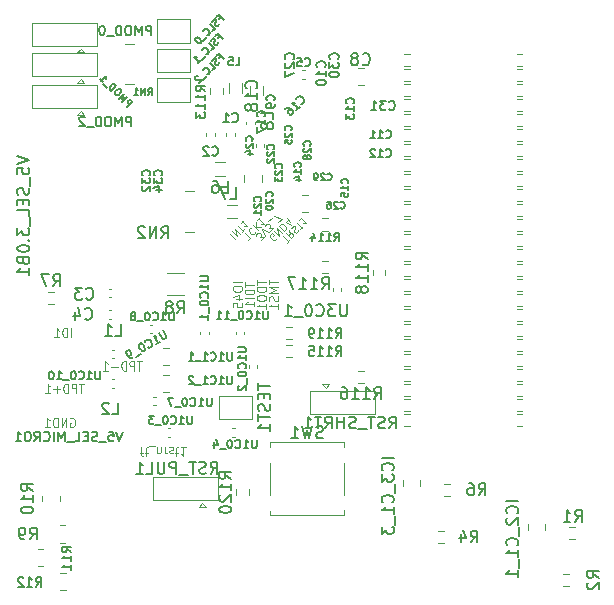
<source format=gbo>
%TF.GenerationSoftware,KiCad,Pcbnew,7.0.10*%
%TF.CreationDate,2024-04-14T10:11:17-07:00*%
%TF.ProjectId,ez_usb_dev_board,657a5f75-7362-45f6-9465-765f626f6172,rev?*%
%TF.SameCoordinates,Original*%
%TF.FileFunction,Legend,Bot*%
%TF.FilePolarity,Positive*%
%FSLAX46Y46*%
G04 Gerber Fmt 4.6, Leading zero omitted, Abs format (unit mm)*
G04 Created by KiCad (PCBNEW 7.0.10) date 2024-04-14 10:11:17*
%MOMM*%
%LPD*%
G01*
G04 APERTURE LIST*
%ADD10C,0.101600*%
%ADD11C,0.150000*%
%ADD12C,0.120000*%
G04 APERTURE END LIST*
D10*
X195666666Y-74364811D02*
X195266666Y-74364811D01*
X195466666Y-75164811D02*
X195466666Y-74364811D01*
X195033333Y-75164811D02*
X195033333Y-74364811D01*
X195033333Y-74364811D02*
X194766666Y-74364811D01*
X194766666Y-74364811D02*
X194700000Y-74402906D01*
X194700000Y-74402906D02*
X194666666Y-74441001D01*
X194666666Y-74441001D02*
X194633333Y-74517192D01*
X194633333Y-74517192D02*
X194633333Y-74631477D01*
X194633333Y-74631477D02*
X194666666Y-74707668D01*
X194666666Y-74707668D02*
X194700000Y-74745763D01*
X194700000Y-74745763D02*
X194766666Y-74783858D01*
X194766666Y-74783858D02*
X195033333Y-74783858D01*
X194333333Y-75164811D02*
X194333333Y-74364811D01*
X194333333Y-74364811D02*
X194166666Y-74364811D01*
X194166666Y-74364811D02*
X194066666Y-74402906D01*
X194066666Y-74402906D02*
X194000000Y-74479096D01*
X194000000Y-74479096D02*
X193966666Y-74555287D01*
X193966666Y-74555287D02*
X193933333Y-74707668D01*
X193933333Y-74707668D02*
X193933333Y-74821954D01*
X193933333Y-74821954D02*
X193966666Y-74974335D01*
X193966666Y-74974335D02*
X194000000Y-75050525D01*
X194000000Y-75050525D02*
X194066666Y-75126716D01*
X194066666Y-75126716D02*
X194166666Y-75164811D01*
X194166666Y-75164811D02*
X194333333Y-75164811D01*
X193633333Y-74860049D02*
X193100000Y-74860049D01*
X192399999Y-75164811D02*
X192799999Y-75164811D01*
X192599999Y-75164811D02*
X192599999Y-74364811D01*
X192599999Y-74364811D02*
X192666666Y-74479096D01*
X192666666Y-74479096D02*
X192733333Y-74555287D01*
X192733333Y-74555287D02*
X192799999Y-74593382D01*
D11*
X194055428Y-80334295D02*
X193788761Y-81134295D01*
X193788761Y-81134295D02*
X193522095Y-80334295D01*
X192874476Y-80334295D02*
X193255428Y-80334295D01*
X193255428Y-80334295D02*
X193293524Y-80715247D01*
X193293524Y-80715247D02*
X193255428Y-80677152D01*
X193255428Y-80677152D02*
X193179238Y-80639057D01*
X193179238Y-80639057D02*
X192988762Y-80639057D01*
X192988762Y-80639057D02*
X192912571Y-80677152D01*
X192912571Y-80677152D02*
X192874476Y-80715247D01*
X192874476Y-80715247D02*
X192836381Y-80791438D01*
X192836381Y-80791438D02*
X192836381Y-80981914D01*
X192836381Y-80981914D02*
X192874476Y-81058104D01*
X192874476Y-81058104D02*
X192912571Y-81096200D01*
X192912571Y-81096200D02*
X192988762Y-81134295D01*
X192988762Y-81134295D02*
X193179238Y-81134295D01*
X193179238Y-81134295D02*
X193255428Y-81096200D01*
X193255428Y-81096200D02*
X193293524Y-81058104D01*
X192684000Y-81210485D02*
X192074476Y-81210485D01*
X191922095Y-81096200D02*
X191807809Y-81134295D01*
X191807809Y-81134295D02*
X191617333Y-81134295D01*
X191617333Y-81134295D02*
X191541142Y-81096200D01*
X191541142Y-81096200D02*
X191503047Y-81058104D01*
X191503047Y-81058104D02*
X191464952Y-80981914D01*
X191464952Y-80981914D02*
X191464952Y-80905723D01*
X191464952Y-80905723D02*
X191503047Y-80829533D01*
X191503047Y-80829533D02*
X191541142Y-80791438D01*
X191541142Y-80791438D02*
X191617333Y-80753342D01*
X191617333Y-80753342D02*
X191769714Y-80715247D01*
X191769714Y-80715247D02*
X191845904Y-80677152D01*
X191845904Y-80677152D02*
X191883999Y-80639057D01*
X191883999Y-80639057D02*
X191922095Y-80562866D01*
X191922095Y-80562866D02*
X191922095Y-80486676D01*
X191922095Y-80486676D02*
X191883999Y-80410485D01*
X191883999Y-80410485D02*
X191845904Y-80372390D01*
X191845904Y-80372390D02*
X191769714Y-80334295D01*
X191769714Y-80334295D02*
X191579237Y-80334295D01*
X191579237Y-80334295D02*
X191464952Y-80372390D01*
X191122094Y-80715247D02*
X190855428Y-80715247D01*
X190741142Y-81134295D02*
X191122094Y-81134295D01*
X191122094Y-81134295D02*
X191122094Y-80334295D01*
X191122094Y-80334295D02*
X190741142Y-80334295D01*
X190017332Y-81134295D02*
X190398284Y-81134295D01*
X190398284Y-81134295D02*
X190398284Y-80334295D01*
X189941142Y-81210485D02*
X189331618Y-81210485D01*
X189141141Y-81134295D02*
X189141141Y-80334295D01*
X189141141Y-80334295D02*
X188874475Y-80905723D01*
X188874475Y-80905723D02*
X188607808Y-80334295D01*
X188607808Y-80334295D02*
X188607808Y-81134295D01*
X188226855Y-81134295D02*
X188226855Y-80334295D01*
X187388760Y-81058104D02*
X187426856Y-81096200D01*
X187426856Y-81096200D02*
X187541141Y-81134295D01*
X187541141Y-81134295D02*
X187617332Y-81134295D01*
X187617332Y-81134295D02*
X187731618Y-81096200D01*
X187731618Y-81096200D02*
X187807808Y-81020009D01*
X187807808Y-81020009D02*
X187845903Y-80943819D01*
X187845903Y-80943819D02*
X187883999Y-80791438D01*
X187883999Y-80791438D02*
X187883999Y-80677152D01*
X187883999Y-80677152D02*
X187845903Y-80524771D01*
X187845903Y-80524771D02*
X187807808Y-80448580D01*
X187807808Y-80448580D02*
X187731618Y-80372390D01*
X187731618Y-80372390D02*
X187617332Y-80334295D01*
X187617332Y-80334295D02*
X187541141Y-80334295D01*
X187541141Y-80334295D02*
X187426856Y-80372390D01*
X187426856Y-80372390D02*
X187388760Y-80410485D01*
X186588760Y-81134295D02*
X186855427Y-80753342D01*
X187045903Y-81134295D02*
X187045903Y-80334295D01*
X187045903Y-80334295D02*
X186741141Y-80334295D01*
X186741141Y-80334295D02*
X186664951Y-80372390D01*
X186664951Y-80372390D02*
X186626856Y-80410485D01*
X186626856Y-80410485D02*
X186588760Y-80486676D01*
X186588760Y-80486676D02*
X186588760Y-80600961D01*
X186588760Y-80600961D02*
X186626856Y-80677152D01*
X186626856Y-80677152D02*
X186664951Y-80715247D01*
X186664951Y-80715247D02*
X186741141Y-80753342D01*
X186741141Y-80753342D02*
X187045903Y-80753342D01*
X186093522Y-80334295D02*
X185941141Y-80334295D01*
X185941141Y-80334295D02*
X185864951Y-80372390D01*
X185864951Y-80372390D02*
X185788760Y-80448580D01*
X185788760Y-80448580D02*
X185750665Y-80600961D01*
X185750665Y-80600961D02*
X185750665Y-80867628D01*
X185750665Y-80867628D02*
X185788760Y-81020009D01*
X185788760Y-81020009D02*
X185864951Y-81096200D01*
X185864951Y-81096200D02*
X185941141Y-81134295D01*
X185941141Y-81134295D02*
X186093522Y-81134295D01*
X186093522Y-81134295D02*
X186169713Y-81096200D01*
X186169713Y-81096200D02*
X186245903Y-81020009D01*
X186245903Y-81020009D02*
X186283999Y-80867628D01*
X186283999Y-80867628D02*
X186283999Y-80600961D01*
X186283999Y-80600961D02*
X186245903Y-80448580D01*
X186245903Y-80448580D02*
X186169713Y-80372390D01*
X186169713Y-80372390D02*
X186093522Y-80334295D01*
X184988761Y-81134295D02*
X185445904Y-81134295D01*
X185217332Y-81134295D02*
X185217332Y-80334295D01*
X185217332Y-80334295D02*
X185293523Y-80448580D01*
X185293523Y-80448580D02*
X185369713Y-80524771D01*
X185369713Y-80524771D02*
X185445904Y-80562866D01*
X197340476Y-63954819D02*
X197673809Y-63478628D01*
X197911904Y-63954819D02*
X197911904Y-62954819D01*
X197911904Y-62954819D02*
X197530952Y-62954819D01*
X197530952Y-62954819D02*
X197435714Y-63002438D01*
X197435714Y-63002438D02*
X197388095Y-63050057D01*
X197388095Y-63050057D02*
X197340476Y-63145295D01*
X197340476Y-63145295D02*
X197340476Y-63288152D01*
X197340476Y-63288152D02*
X197388095Y-63383390D01*
X197388095Y-63383390D02*
X197435714Y-63431009D01*
X197435714Y-63431009D02*
X197530952Y-63478628D01*
X197530952Y-63478628D02*
X197911904Y-63478628D01*
X196911904Y-63954819D02*
X196911904Y-62954819D01*
X196911904Y-62954819D02*
X196340476Y-63954819D01*
X196340476Y-63954819D02*
X196340476Y-62954819D01*
X195911904Y-63050057D02*
X195864285Y-63002438D01*
X195864285Y-63002438D02*
X195769047Y-62954819D01*
X195769047Y-62954819D02*
X195530952Y-62954819D01*
X195530952Y-62954819D02*
X195435714Y-63002438D01*
X195435714Y-63002438D02*
X195388095Y-63050057D01*
X195388095Y-63050057D02*
X195340476Y-63145295D01*
X195340476Y-63145295D02*
X195340476Y-63240533D01*
X195340476Y-63240533D02*
X195388095Y-63383390D01*
X195388095Y-63383390D02*
X195959523Y-63954819D01*
X195959523Y-63954819D02*
X195340476Y-63954819D01*
X185154819Y-57028571D02*
X186154819Y-57361904D01*
X186154819Y-57361904D02*
X185154819Y-57695237D01*
X185154819Y-58504761D02*
X185154819Y-58028571D01*
X185154819Y-58028571D02*
X185631009Y-57980952D01*
X185631009Y-57980952D02*
X185583390Y-58028571D01*
X185583390Y-58028571D02*
X185535771Y-58123809D01*
X185535771Y-58123809D02*
X185535771Y-58361904D01*
X185535771Y-58361904D02*
X185583390Y-58457142D01*
X185583390Y-58457142D02*
X185631009Y-58504761D01*
X185631009Y-58504761D02*
X185726247Y-58552380D01*
X185726247Y-58552380D02*
X185964342Y-58552380D01*
X185964342Y-58552380D02*
X186059580Y-58504761D01*
X186059580Y-58504761D02*
X186107200Y-58457142D01*
X186107200Y-58457142D02*
X186154819Y-58361904D01*
X186154819Y-58361904D02*
X186154819Y-58123809D01*
X186154819Y-58123809D02*
X186107200Y-58028571D01*
X186107200Y-58028571D02*
X186059580Y-57980952D01*
X186250057Y-58742857D02*
X186250057Y-59504761D01*
X186107200Y-59695238D02*
X186154819Y-59838095D01*
X186154819Y-59838095D02*
X186154819Y-60076190D01*
X186154819Y-60076190D02*
X186107200Y-60171428D01*
X186107200Y-60171428D02*
X186059580Y-60219047D01*
X186059580Y-60219047D02*
X185964342Y-60266666D01*
X185964342Y-60266666D02*
X185869104Y-60266666D01*
X185869104Y-60266666D02*
X185773866Y-60219047D01*
X185773866Y-60219047D02*
X185726247Y-60171428D01*
X185726247Y-60171428D02*
X185678628Y-60076190D01*
X185678628Y-60076190D02*
X185631009Y-59885714D01*
X185631009Y-59885714D02*
X185583390Y-59790476D01*
X185583390Y-59790476D02*
X185535771Y-59742857D01*
X185535771Y-59742857D02*
X185440533Y-59695238D01*
X185440533Y-59695238D02*
X185345295Y-59695238D01*
X185345295Y-59695238D02*
X185250057Y-59742857D01*
X185250057Y-59742857D02*
X185202438Y-59790476D01*
X185202438Y-59790476D02*
X185154819Y-59885714D01*
X185154819Y-59885714D02*
X185154819Y-60123809D01*
X185154819Y-60123809D02*
X185202438Y-60266666D01*
X185631009Y-60695238D02*
X185631009Y-61028571D01*
X186154819Y-61171428D02*
X186154819Y-60695238D01*
X186154819Y-60695238D02*
X185154819Y-60695238D01*
X185154819Y-60695238D02*
X185154819Y-61171428D01*
X186154819Y-62076190D02*
X186154819Y-61600000D01*
X186154819Y-61600000D02*
X185154819Y-61600000D01*
X186250057Y-62171429D02*
X186250057Y-62933333D01*
X185154819Y-63076191D02*
X185154819Y-63695238D01*
X185154819Y-63695238D02*
X185535771Y-63361905D01*
X185535771Y-63361905D02*
X185535771Y-63504762D01*
X185535771Y-63504762D02*
X185583390Y-63600000D01*
X185583390Y-63600000D02*
X185631009Y-63647619D01*
X185631009Y-63647619D02*
X185726247Y-63695238D01*
X185726247Y-63695238D02*
X185964342Y-63695238D01*
X185964342Y-63695238D02*
X186059580Y-63647619D01*
X186059580Y-63647619D02*
X186107200Y-63600000D01*
X186107200Y-63600000D02*
X186154819Y-63504762D01*
X186154819Y-63504762D02*
X186154819Y-63219048D01*
X186154819Y-63219048D02*
X186107200Y-63123810D01*
X186107200Y-63123810D02*
X186059580Y-63076191D01*
X186059580Y-64123810D02*
X186107200Y-64171429D01*
X186107200Y-64171429D02*
X186154819Y-64123810D01*
X186154819Y-64123810D02*
X186107200Y-64076191D01*
X186107200Y-64076191D02*
X186059580Y-64123810D01*
X186059580Y-64123810D02*
X186154819Y-64123810D01*
X185154819Y-64790476D02*
X185154819Y-64885714D01*
X185154819Y-64885714D02*
X185202438Y-64980952D01*
X185202438Y-64980952D02*
X185250057Y-65028571D01*
X185250057Y-65028571D02*
X185345295Y-65076190D01*
X185345295Y-65076190D02*
X185535771Y-65123809D01*
X185535771Y-65123809D02*
X185773866Y-65123809D01*
X185773866Y-65123809D02*
X185964342Y-65076190D01*
X185964342Y-65076190D02*
X186059580Y-65028571D01*
X186059580Y-65028571D02*
X186107200Y-64980952D01*
X186107200Y-64980952D02*
X186154819Y-64885714D01*
X186154819Y-64885714D02*
X186154819Y-64790476D01*
X186154819Y-64790476D02*
X186107200Y-64695238D01*
X186107200Y-64695238D02*
X186059580Y-64647619D01*
X186059580Y-64647619D02*
X185964342Y-64600000D01*
X185964342Y-64600000D02*
X185773866Y-64552381D01*
X185773866Y-64552381D02*
X185535771Y-64552381D01*
X185535771Y-64552381D02*
X185345295Y-64600000D01*
X185345295Y-64600000D02*
X185250057Y-64647619D01*
X185250057Y-64647619D02*
X185202438Y-64695238D01*
X185202438Y-64695238D02*
X185154819Y-64790476D01*
X185631009Y-65885714D02*
X185678628Y-66028571D01*
X185678628Y-66028571D02*
X185726247Y-66076190D01*
X185726247Y-66076190D02*
X185821485Y-66123809D01*
X185821485Y-66123809D02*
X185964342Y-66123809D01*
X185964342Y-66123809D02*
X186059580Y-66076190D01*
X186059580Y-66076190D02*
X186107200Y-66028571D01*
X186107200Y-66028571D02*
X186154819Y-65933333D01*
X186154819Y-65933333D02*
X186154819Y-65552381D01*
X186154819Y-65552381D02*
X185154819Y-65552381D01*
X185154819Y-65552381D02*
X185154819Y-65885714D01*
X185154819Y-65885714D02*
X185202438Y-65980952D01*
X185202438Y-65980952D02*
X185250057Y-66028571D01*
X185250057Y-66028571D02*
X185345295Y-66076190D01*
X185345295Y-66076190D02*
X185440533Y-66076190D01*
X185440533Y-66076190D02*
X185535771Y-66028571D01*
X185535771Y-66028571D02*
X185583390Y-65980952D01*
X185583390Y-65980952D02*
X185631009Y-65885714D01*
X185631009Y-65885714D02*
X185631009Y-65552381D01*
X186154819Y-67076190D02*
X186154819Y-66504762D01*
X186154819Y-66790476D02*
X185154819Y-66790476D01*
X185154819Y-66790476D02*
X185297676Y-66695238D01*
X185297676Y-66695238D02*
X185392914Y-66600000D01*
X185392914Y-66600000D02*
X185440533Y-66504762D01*
D10*
X190766666Y-76264811D02*
X190366666Y-76264811D01*
X190566666Y-77064811D02*
X190566666Y-76264811D01*
X190133333Y-77064811D02*
X190133333Y-76264811D01*
X190133333Y-76264811D02*
X189866666Y-76264811D01*
X189866666Y-76264811D02*
X189800000Y-76302906D01*
X189800000Y-76302906D02*
X189766666Y-76341001D01*
X189766666Y-76341001D02*
X189733333Y-76417192D01*
X189733333Y-76417192D02*
X189733333Y-76531477D01*
X189733333Y-76531477D02*
X189766666Y-76607668D01*
X189766666Y-76607668D02*
X189800000Y-76645763D01*
X189800000Y-76645763D02*
X189866666Y-76683858D01*
X189866666Y-76683858D02*
X190133333Y-76683858D01*
X189433333Y-77064811D02*
X189433333Y-76264811D01*
X189433333Y-76264811D02*
X189266666Y-76264811D01*
X189266666Y-76264811D02*
X189166666Y-76302906D01*
X189166666Y-76302906D02*
X189100000Y-76379096D01*
X189100000Y-76379096D02*
X189066666Y-76455287D01*
X189066666Y-76455287D02*
X189033333Y-76607668D01*
X189033333Y-76607668D02*
X189033333Y-76721954D01*
X189033333Y-76721954D02*
X189066666Y-76874335D01*
X189066666Y-76874335D02*
X189100000Y-76950525D01*
X189100000Y-76950525D02*
X189166666Y-77026716D01*
X189166666Y-77026716D02*
X189266666Y-77064811D01*
X189266666Y-77064811D02*
X189433333Y-77064811D01*
X188733333Y-76760049D02*
X188200000Y-76760049D01*
X188466666Y-77064811D02*
X188466666Y-76455287D01*
X187499999Y-77064811D02*
X187899999Y-77064811D01*
X187699999Y-77064811D02*
X187699999Y-76264811D01*
X187699999Y-76264811D02*
X187766666Y-76379096D01*
X187766666Y-76379096D02*
X187833333Y-76455287D01*
X187833333Y-76455287D02*
X187899999Y-76493382D01*
X203121575Y-63593351D02*
X203545839Y-64017615D01*
X203323605Y-63391321D02*
X203747870Y-63815585D01*
X203747870Y-63815585D02*
X203566042Y-63148884D01*
X203566042Y-63148884D02*
X203990306Y-63573148D01*
X204131727Y-63431727D02*
X204374164Y-63189291D01*
X203828681Y-62886245D02*
X204252945Y-63310509D01*
X204313555Y-62401372D02*
X204071118Y-62643808D01*
X204192336Y-62522590D02*
X204616601Y-62946854D01*
X204616601Y-62946854D02*
X204515585Y-62926651D01*
X204515585Y-62926651D02*
X204434773Y-62926651D01*
X204434773Y-62926651D02*
X204374164Y-62946854D01*
D11*
X201587666Y-77467033D02*
X201587666Y-78033700D01*
X201587666Y-78033700D02*
X201554333Y-78100366D01*
X201554333Y-78100366D02*
X201520999Y-78133700D01*
X201520999Y-78133700D02*
X201454333Y-78167033D01*
X201454333Y-78167033D02*
X201320999Y-78167033D01*
X201320999Y-78167033D02*
X201254333Y-78133700D01*
X201254333Y-78133700D02*
X201220999Y-78100366D01*
X201220999Y-78100366D02*
X201187666Y-78033700D01*
X201187666Y-78033700D02*
X201187666Y-77467033D01*
X200487666Y-78167033D02*
X200887666Y-78167033D01*
X200687666Y-78167033D02*
X200687666Y-77467033D01*
X200687666Y-77467033D02*
X200754333Y-77567033D01*
X200754333Y-77567033D02*
X200821000Y-77633700D01*
X200821000Y-77633700D02*
X200887666Y-77667033D01*
X199787666Y-78100366D02*
X199820999Y-78133700D01*
X199820999Y-78133700D02*
X199920999Y-78167033D01*
X199920999Y-78167033D02*
X199987666Y-78167033D01*
X199987666Y-78167033D02*
X200087666Y-78133700D01*
X200087666Y-78133700D02*
X200154333Y-78067033D01*
X200154333Y-78067033D02*
X200187666Y-78000366D01*
X200187666Y-78000366D02*
X200220999Y-77867033D01*
X200220999Y-77867033D02*
X200220999Y-77767033D01*
X200220999Y-77767033D02*
X200187666Y-77633700D01*
X200187666Y-77633700D02*
X200154333Y-77567033D01*
X200154333Y-77567033D02*
X200087666Y-77500366D01*
X200087666Y-77500366D02*
X199987666Y-77467033D01*
X199987666Y-77467033D02*
X199920999Y-77467033D01*
X199920999Y-77467033D02*
X199820999Y-77500366D01*
X199820999Y-77500366D02*
X199787666Y-77533700D01*
X199354333Y-77467033D02*
X199287666Y-77467033D01*
X199287666Y-77467033D02*
X199220999Y-77500366D01*
X199220999Y-77500366D02*
X199187666Y-77533700D01*
X199187666Y-77533700D02*
X199154333Y-77600366D01*
X199154333Y-77600366D02*
X199120999Y-77733700D01*
X199120999Y-77733700D02*
X199120999Y-77900366D01*
X199120999Y-77900366D02*
X199154333Y-78033700D01*
X199154333Y-78033700D02*
X199187666Y-78100366D01*
X199187666Y-78100366D02*
X199220999Y-78133700D01*
X199220999Y-78133700D02*
X199287666Y-78167033D01*
X199287666Y-78167033D02*
X199354333Y-78167033D01*
X199354333Y-78167033D02*
X199420999Y-78133700D01*
X199420999Y-78133700D02*
X199454333Y-78100366D01*
X199454333Y-78100366D02*
X199487666Y-78033700D01*
X199487666Y-78033700D02*
X199520999Y-77900366D01*
X199520999Y-77900366D02*
X199520999Y-77733700D01*
X199520999Y-77733700D02*
X199487666Y-77600366D01*
X199487666Y-77600366D02*
X199454333Y-77533700D01*
X199454333Y-77533700D02*
X199420999Y-77500366D01*
X199420999Y-77500366D02*
X199354333Y-77467033D01*
X198987666Y-78233700D02*
X198454332Y-78233700D01*
X198354333Y-77467033D02*
X197887666Y-77467033D01*
X197887666Y-77467033D02*
X198187666Y-78167033D01*
X206849366Y-52283333D02*
X206882700Y-52250000D01*
X206882700Y-52250000D02*
X206916033Y-52150000D01*
X206916033Y-52150000D02*
X206916033Y-52083333D01*
X206916033Y-52083333D02*
X206882700Y-51983333D01*
X206882700Y-51983333D02*
X206816033Y-51916667D01*
X206816033Y-51916667D02*
X206749366Y-51883333D01*
X206749366Y-51883333D02*
X206616033Y-51850000D01*
X206616033Y-51850000D02*
X206516033Y-51850000D01*
X206516033Y-51850000D02*
X206382700Y-51883333D01*
X206382700Y-51883333D02*
X206316033Y-51916667D01*
X206316033Y-51916667D02*
X206249366Y-51983333D01*
X206249366Y-51983333D02*
X206216033Y-52083333D01*
X206216033Y-52083333D02*
X206216033Y-52150000D01*
X206216033Y-52150000D02*
X206249366Y-52250000D01*
X206249366Y-52250000D02*
X206282700Y-52283333D01*
X206916033Y-52616667D02*
X206916033Y-52750000D01*
X206916033Y-52750000D02*
X206882700Y-52816667D01*
X206882700Y-52816667D02*
X206849366Y-52850000D01*
X206849366Y-52850000D02*
X206749366Y-52916667D01*
X206749366Y-52916667D02*
X206616033Y-52950000D01*
X206616033Y-52950000D02*
X206349366Y-52950000D01*
X206349366Y-52950000D02*
X206282700Y-52916667D01*
X206282700Y-52916667D02*
X206249366Y-52883333D01*
X206249366Y-52883333D02*
X206216033Y-52816667D01*
X206216033Y-52816667D02*
X206216033Y-52683333D01*
X206216033Y-52683333D02*
X206249366Y-52616667D01*
X206249366Y-52616667D02*
X206282700Y-52583333D01*
X206282700Y-52583333D02*
X206349366Y-52550000D01*
X206349366Y-52550000D02*
X206516033Y-52550000D01*
X206516033Y-52550000D02*
X206582700Y-52583333D01*
X206582700Y-52583333D02*
X206616033Y-52616667D01*
X206616033Y-52616667D02*
X206649366Y-52683333D01*
X206649366Y-52683333D02*
X206649366Y-52816667D01*
X206649366Y-52816667D02*
X206616033Y-52883333D01*
X206616033Y-52883333D02*
X206582700Y-52916667D01*
X206582700Y-52916667D02*
X206516033Y-52950000D01*
X205712628Y-60814285D02*
X205741200Y-60785713D01*
X205741200Y-60785713D02*
X205769771Y-60699999D01*
X205769771Y-60699999D02*
X205769771Y-60642856D01*
X205769771Y-60642856D02*
X205741200Y-60557142D01*
X205741200Y-60557142D02*
X205684057Y-60499999D01*
X205684057Y-60499999D02*
X205626914Y-60471428D01*
X205626914Y-60471428D02*
X205512628Y-60442856D01*
X205512628Y-60442856D02*
X205426914Y-60442856D01*
X205426914Y-60442856D02*
X205312628Y-60471428D01*
X205312628Y-60471428D02*
X205255485Y-60499999D01*
X205255485Y-60499999D02*
X205198342Y-60557142D01*
X205198342Y-60557142D02*
X205169771Y-60642856D01*
X205169771Y-60642856D02*
X205169771Y-60699999D01*
X205169771Y-60699999D02*
X205198342Y-60785713D01*
X205198342Y-60785713D02*
X205226914Y-60814285D01*
X205226914Y-61042856D02*
X205198342Y-61071428D01*
X205198342Y-61071428D02*
X205169771Y-61128571D01*
X205169771Y-61128571D02*
X205169771Y-61271428D01*
X205169771Y-61271428D02*
X205198342Y-61328571D01*
X205198342Y-61328571D02*
X205226914Y-61357142D01*
X205226914Y-61357142D02*
X205284057Y-61385713D01*
X205284057Y-61385713D02*
X205341200Y-61385713D01*
X205341200Y-61385713D02*
X205426914Y-61357142D01*
X205426914Y-61357142D02*
X205769771Y-61014285D01*
X205769771Y-61014285D02*
X205769771Y-61385713D01*
X205769771Y-61957142D02*
X205769771Y-61614285D01*
X205769771Y-61785714D02*
X205169771Y-61785714D01*
X205169771Y-61785714D02*
X205255485Y-61728571D01*
X205255485Y-61728571D02*
X205312628Y-61671428D01*
X205312628Y-61671428D02*
X205341200Y-61614285D01*
X194771428Y-54462295D02*
X194771428Y-53662295D01*
X194771428Y-53662295D02*
X194466666Y-53662295D01*
X194466666Y-53662295D02*
X194390476Y-53700390D01*
X194390476Y-53700390D02*
X194352381Y-53738485D01*
X194352381Y-53738485D02*
X194314285Y-53814676D01*
X194314285Y-53814676D02*
X194314285Y-53928961D01*
X194314285Y-53928961D02*
X194352381Y-54005152D01*
X194352381Y-54005152D02*
X194390476Y-54043247D01*
X194390476Y-54043247D02*
X194466666Y-54081342D01*
X194466666Y-54081342D02*
X194771428Y-54081342D01*
X193971428Y-54462295D02*
X193971428Y-53662295D01*
X193971428Y-53662295D02*
X193704762Y-54233723D01*
X193704762Y-54233723D02*
X193438095Y-53662295D01*
X193438095Y-53662295D02*
X193438095Y-54462295D01*
X192904761Y-53662295D02*
X192752380Y-53662295D01*
X192752380Y-53662295D02*
X192676190Y-53700390D01*
X192676190Y-53700390D02*
X192599999Y-53776580D01*
X192599999Y-53776580D02*
X192561904Y-53928961D01*
X192561904Y-53928961D02*
X192561904Y-54195628D01*
X192561904Y-54195628D02*
X192599999Y-54348009D01*
X192599999Y-54348009D02*
X192676190Y-54424200D01*
X192676190Y-54424200D02*
X192752380Y-54462295D01*
X192752380Y-54462295D02*
X192904761Y-54462295D01*
X192904761Y-54462295D02*
X192980952Y-54424200D01*
X192980952Y-54424200D02*
X193057142Y-54348009D01*
X193057142Y-54348009D02*
X193095238Y-54195628D01*
X193095238Y-54195628D02*
X193095238Y-53928961D01*
X193095238Y-53928961D02*
X193057142Y-53776580D01*
X193057142Y-53776580D02*
X192980952Y-53700390D01*
X192980952Y-53700390D02*
X192904761Y-53662295D01*
X192219047Y-54462295D02*
X192219047Y-53662295D01*
X192219047Y-53662295D02*
X192028571Y-53662295D01*
X192028571Y-53662295D02*
X191914285Y-53700390D01*
X191914285Y-53700390D02*
X191838095Y-53776580D01*
X191838095Y-53776580D02*
X191800000Y-53852771D01*
X191800000Y-53852771D02*
X191761904Y-54005152D01*
X191761904Y-54005152D02*
X191761904Y-54119438D01*
X191761904Y-54119438D02*
X191800000Y-54271819D01*
X191800000Y-54271819D02*
X191838095Y-54348009D01*
X191838095Y-54348009D02*
X191914285Y-54424200D01*
X191914285Y-54424200D02*
X192028571Y-54462295D01*
X192028571Y-54462295D02*
X192219047Y-54462295D01*
X191609524Y-54538485D02*
X191000000Y-54538485D01*
X190847619Y-53738485D02*
X190809523Y-53700390D01*
X190809523Y-53700390D02*
X190733333Y-53662295D01*
X190733333Y-53662295D02*
X190542857Y-53662295D01*
X190542857Y-53662295D02*
X190466666Y-53700390D01*
X190466666Y-53700390D02*
X190428571Y-53738485D01*
X190428571Y-53738485D02*
X190390476Y-53814676D01*
X190390476Y-53814676D02*
X190390476Y-53890866D01*
X190390476Y-53890866D02*
X190428571Y-54005152D01*
X190428571Y-54005152D02*
X190885714Y-54462295D01*
X190885714Y-54462295D02*
X190390476Y-54462295D01*
D10*
X205431811Y-67492553D02*
X205431811Y-67892553D01*
X206231811Y-67692553D02*
X205431811Y-67692553D01*
X206231811Y-68125886D02*
X205431811Y-68125886D01*
X205431811Y-68125886D02*
X205431811Y-68292553D01*
X205431811Y-68292553D02*
X205469906Y-68392553D01*
X205469906Y-68392553D02*
X205546096Y-68459220D01*
X205546096Y-68459220D02*
X205622287Y-68492553D01*
X205622287Y-68492553D02*
X205774668Y-68525886D01*
X205774668Y-68525886D02*
X205888954Y-68525886D01*
X205888954Y-68525886D02*
X206041335Y-68492553D01*
X206041335Y-68492553D02*
X206117525Y-68459220D01*
X206117525Y-68459220D02*
X206193716Y-68392553D01*
X206193716Y-68392553D02*
X206231811Y-68292553D01*
X206231811Y-68292553D02*
X206231811Y-68125886D01*
X205431811Y-68959220D02*
X205431811Y-69092553D01*
X205431811Y-69092553D02*
X205469906Y-69159220D01*
X205469906Y-69159220D02*
X205546096Y-69225886D01*
X205546096Y-69225886D02*
X205698477Y-69259220D01*
X205698477Y-69259220D02*
X205965144Y-69259220D01*
X205965144Y-69259220D02*
X206117525Y-69225886D01*
X206117525Y-69225886D02*
X206193716Y-69159220D01*
X206193716Y-69159220D02*
X206231811Y-69092553D01*
X206231811Y-69092553D02*
X206231811Y-68959220D01*
X206231811Y-68959220D02*
X206193716Y-68892553D01*
X206193716Y-68892553D02*
X206117525Y-68825886D01*
X206117525Y-68825886D02*
X205965144Y-68792553D01*
X205965144Y-68792553D02*
X205698477Y-68792553D01*
X205698477Y-68792553D02*
X205546096Y-68825886D01*
X205546096Y-68825886D02*
X205469906Y-68892553D01*
X205469906Y-68892553D02*
X205431811Y-68959220D01*
X206231811Y-69925886D02*
X206231811Y-69525886D01*
X206231811Y-69725886D02*
X205431811Y-69725886D01*
X205431811Y-69725886D02*
X205546096Y-69659219D01*
X205546096Y-69659219D02*
X205622287Y-69592553D01*
X205622287Y-69592553D02*
X205660382Y-69525886D01*
X204199811Y-67709219D02*
X203399811Y-67709219D01*
X203399811Y-68175886D02*
X203399811Y-68309219D01*
X203399811Y-68309219D02*
X203437906Y-68375886D01*
X203437906Y-68375886D02*
X203514096Y-68442552D01*
X203514096Y-68442552D02*
X203666477Y-68475886D01*
X203666477Y-68475886D02*
X203933144Y-68475886D01*
X203933144Y-68475886D02*
X204085525Y-68442552D01*
X204085525Y-68442552D02*
X204161716Y-68375886D01*
X204161716Y-68375886D02*
X204199811Y-68309219D01*
X204199811Y-68309219D02*
X204199811Y-68175886D01*
X204199811Y-68175886D02*
X204161716Y-68109219D01*
X204161716Y-68109219D02*
X204085525Y-68042552D01*
X204085525Y-68042552D02*
X203933144Y-68009219D01*
X203933144Y-68009219D02*
X203666477Y-68009219D01*
X203666477Y-68009219D02*
X203514096Y-68042552D01*
X203514096Y-68042552D02*
X203437906Y-68109219D01*
X203437906Y-68109219D02*
X203399811Y-68175886D01*
X203666477Y-69075885D02*
X204199811Y-69075885D01*
X203361716Y-68909219D02*
X203933144Y-68742552D01*
X203933144Y-68742552D02*
X203933144Y-69175885D01*
X203399811Y-69775886D02*
X203399811Y-69442552D01*
X203399811Y-69442552D02*
X203780763Y-69409219D01*
X203780763Y-69409219D02*
X203742668Y-69442552D01*
X203742668Y-69442552D02*
X203704573Y-69509219D01*
X203704573Y-69509219D02*
X203704573Y-69675886D01*
X203704573Y-69675886D02*
X203742668Y-69742552D01*
X203742668Y-69742552D02*
X203780763Y-69775886D01*
X203780763Y-69775886D02*
X203856954Y-69809219D01*
X203856954Y-69809219D02*
X204047430Y-69809219D01*
X204047430Y-69809219D02*
X204123620Y-69775886D01*
X204123620Y-69775886D02*
X204161716Y-69742552D01*
X204161716Y-69742552D02*
X204199811Y-69675886D01*
X204199811Y-69675886D02*
X204199811Y-69509219D01*
X204199811Y-69509219D02*
X204161716Y-69442552D01*
X204161716Y-69442552D02*
X204123620Y-69409219D01*
D11*
X206712628Y-60414285D02*
X206741200Y-60385713D01*
X206741200Y-60385713D02*
X206769771Y-60299999D01*
X206769771Y-60299999D02*
X206769771Y-60242856D01*
X206769771Y-60242856D02*
X206741200Y-60157142D01*
X206741200Y-60157142D02*
X206684057Y-60099999D01*
X206684057Y-60099999D02*
X206626914Y-60071428D01*
X206626914Y-60071428D02*
X206512628Y-60042856D01*
X206512628Y-60042856D02*
X206426914Y-60042856D01*
X206426914Y-60042856D02*
X206312628Y-60071428D01*
X206312628Y-60071428D02*
X206255485Y-60099999D01*
X206255485Y-60099999D02*
X206198342Y-60157142D01*
X206198342Y-60157142D02*
X206169771Y-60242856D01*
X206169771Y-60242856D02*
X206169771Y-60299999D01*
X206169771Y-60299999D02*
X206198342Y-60385713D01*
X206198342Y-60385713D02*
X206226914Y-60414285D01*
X206226914Y-60642856D02*
X206198342Y-60671428D01*
X206198342Y-60671428D02*
X206169771Y-60728571D01*
X206169771Y-60728571D02*
X206169771Y-60871428D01*
X206169771Y-60871428D02*
X206198342Y-60928571D01*
X206198342Y-60928571D02*
X206226914Y-60957142D01*
X206226914Y-60957142D02*
X206284057Y-60985713D01*
X206284057Y-60985713D02*
X206341200Y-60985713D01*
X206341200Y-60985713D02*
X206426914Y-60957142D01*
X206426914Y-60957142D02*
X206769771Y-60614285D01*
X206769771Y-60614285D02*
X206769771Y-60985713D01*
X206169771Y-61357142D02*
X206169771Y-61414285D01*
X206169771Y-61414285D02*
X206198342Y-61471428D01*
X206198342Y-61471428D02*
X206226914Y-61500000D01*
X206226914Y-61500000D02*
X206284057Y-61528571D01*
X206284057Y-61528571D02*
X206398342Y-61557142D01*
X206398342Y-61557142D02*
X206541200Y-61557142D01*
X206541200Y-61557142D02*
X206655485Y-61528571D01*
X206655485Y-61528571D02*
X206712628Y-61500000D01*
X206712628Y-61500000D02*
X206741200Y-61471428D01*
X206741200Y-61471428D02*
X206769771Y-61414285D01*
X206769771Y-61414285D02*
X206769771Y-61357142D01*
X206769771Y-61357142D02*
X206741200Y-61300000D01*
X206741200Y-61300000D02*
X206712628Y-61271428D01*
X206712628Y-61271428D02*
X206655485Y-61242857D01*
X206655485Y-61242857D02*
X206541200Y-61214285D01*
X206541200Y-61214285D02*
X206398342Y-61214285D01*
X206398342Y-61214285D02*
X206284057Y-61242857D01*
X206284057Y-61242857D02*
X206226914Y-61271428D01*
X206226914Y-61271428D02*
X206198342Y-61300000D01*
X206198342Y-61300000D02*
X206169771Y-61357142D01*
X202257457Y-48679589D02*
X202398879Y-48538168D01*
X202621112Y-48760401D02*
X202196848Y-48336137D01*
X202196848Y-48336137D02*
X201994818Y-48538168D01*
X202257457Y-49083650D02*
X202217051Y-49164462D01*
X202217051Y-49164462D02*
X202116036Y-49265478D01*
X202116036Y-49265478D02*
X202055427Y-49285681D01*
X202055427Y-49285681D02*
X202015021Y-49285681D01*
X202015021Y-49285681D02*
X201954411Y-49265478D01*
X201954411Y-49265478D02*
X201914005Y-49225071D01*
X201914005Y-49225071D02*
X201893802Y-49164462D01*
X201893802Y-49164462D02*
X201893802Y-49124056D01*
X201893802Y-49124056D02*
X201914005Y-49063447D01*
X201914005Y-49063447D02*
X201974614Y-48962432D01*
X201974614Y-48962432D02*
X201994818Y-48901823D01*
X201994818Y-48901823D02*
X201994818Y-48861417D01*
X201994818Y-48861417D02*
X201974614Y-48800807D01*
X201974614Y-48800807D02*
X201934208Y-48760401D01*
X201934208Y-48760401D02*
X201873599Y-48740198D01*
X201873599Y-48740198D02*
X201833193Y-48740198D01*
X201833193Y-48740198D02*
X201772584Y-48760401D01*
X201772584Y-48760401D02*
X201671569Y-48861417D01*
X201671569Y-48861417D02*
X201631163Y-48942229D01*
X201651365Y-49730148D02*
X201853396Y-49528118D01*
X201853396Y-49528118D02*
X201429132Y-49103853D01*
X201227101Y-50073600D02*
X201267508Y-50073600D01*
X201267508Y-50073600D02*
X201348320Y-50033194D01*
X201348320Y-50033194D02*
X201388726Y-49992788D01*
X201388726Y-49992788D02*
X201429132Y-49911975D01*
X201429132Y-49911975D02*
X201429132Y-49831163D01*
X201429132Y-49831163D02*
X201408929Y-49770554D01*
X201408929Y-49770554D02*
X201348320Y-49669539D01*
X201348320Y-49669539D02*
X201287711Y-49608930D01*
X201287711Y-49608930D02*
X201186695Y-49548320D01*
X201186695Y-49548320D02*
X201126086Y-49528117D01*
X201126086Y-49528117D02*
X201045274Y-49528117D01*
X201045274Y-49528117D02*
X200964462Y-49568523D01*
X200964462Y-49568523D02*
X200924056Y-49608930D01*
X200924056Y-49608930D02*
X200883650Y-49689742D01*
X200883650Y-49689742D02*
X200883650Y-49730148D01*
X201227101Y-50235224D02*
X200903853Y-50558473D01*
X200398776Y-50215021D02*
X200358370Y-50215021D01*
X200358370Y-50215021D02*
X200297761Y-50235224D01*
X200297761Y-50235224D02*
X200196746Y-50336239D01*
X200196746Y-50336239D02*
X200176543Y-50396849D01*
X200176543Y-50396849D02*
X200176543Y-50437255D01*
X200176543Y-50437255D02*
X200196746Y-50497864D01*
X200196746Y-50497864D02*
X200237152Y-50538270D01*
X200237152Y-50538270D02*
X200317964Y-50578676D01*
X200317964Y-50578676D02*
X200802837Y-50578676D01*
X200802837Y-50578676D02*
X200540198Y-50841316D01*
D10*
X205742792Y-64120662D02*
X206005432Y-63858022D01*
X206005432Y-63858022D02*
X205702386Y-63837819D01*
X205702386Y-63837819D02*
X205762995Y-63777210D01*
X205762995Y-63777210D02*
X205783199Y-63716601D01*
X205783199Y-63716601D02*
X205783199Y-63676195D01*
X205783199Y-63676195D02*
X205762995Y-63615586D01*
X205762995Y-63615586D02*
X205661980Y-63514571D01*
X205661980Y-63514571D02*
X205601371Y-63494368D01*
X205601371Y-63494368D02*
X205560965Y-63494368D01*
X205560965Y-63494368D02*
X205500356Y-63514571D01*
X205500356Y-63514571D02*
X205379138Y-63635789D01*
X205379138Y-63635789D02*
X205358934Y-63696398D01*
X205358934Y-63696398D02*
X205358934Y-63736804D01*
X206126651Y-63736804D02*
X205843808Y-63171118D01*
X205843808Y-63171118D02*
X206409493Y-63453961D01*
X206510509Y-63352946D02*
X206773149Y-63090306D01*
X206773149Y-63090306D02*
X206470103Y-63070103D01*
X206470103Y-63070103D02*
X206530712Y-63009494D01*
X206530712Y-63009494D02*
X206550915Y-62948885D01*
X206550915Y-62948885D02*
X206550915Y-62908479D01*
X206550915Y-62908479D02*
X206530712Y-62847869D01*
X206530712Y-62847869D02*
X206429697Y-62746854D01*
X206429697Y-62746854D02*
X206369088Y-62726651D01*
X206369088Y-62726651D02*
X206328681Y-62726651D01*
X206328681Y-62726651D02*
X206268072Y-62746854D01*
X206268072Y-62746854D02*
X206146854Y-62868072D01*
X206146854Y-62868072D02*
X206126651Y-62928682D01*
X206126651Y-62928682D02*
X206126651Y-62969088D01*
X206389291Y-62544823D02*
X206712540Y-62221575D01*
X207237819Y-62625635D02*
X207520662Y-62342793D01*
X207520662Y-62342793D02*
X206914570Y-62100356D01*
D11*
X216614285Y-53036104D02*
X216652381Y-53074200D01*
X216652381Y-53074200D02*
X216766666Y-53112295D01*
X216766666Y-53112295D02*
X216842857Y-53112295D01*
X216842857Y-53112295D02*
X216957143Y-53074200D01*
X216957143Y-53074200D02*
X217033333Y-52998009D01*
X217033333Y-52998009D02*
X217071428Y-52921819D01*
X217071428Y-52921819D02*
X217109524Y-52769438D01*
X217109524Y-52769438D02*
X217109524Y-52655152D01*
X217109524Y-52655152D02*
X217071428Y-52502771D01*
X217071428Y-52502771D02*
X217033333Y-52426580D01*
X217033333Y-52426580D02*
X216957143Y-52350390D01*
X216957143Y-52350390D02*
X216842857Y-52312295D01*
X216842857Y-52312295D02*
X216766666Y-52312295D01*
X216766666Y-52312295D02*
X216652381Y-52350390D01*
X216652381Y-52350390D02*
X216614285Y-52388485D01*
X216347619Y-52312295D02*
X215852381Y-52312295D01*
X215852381Y-52312295D02*
X216119047Y-52617057D01*
X216119047Y-52617057D02*
X216004762Y-52617057D01*
X216004762Y-52617057D02*
X215928571Y-52655152D01*
X215928571Y-52655152D02*
X215890476Y-52693247D01*
X215890476Y-52693247D02*
X215852381Y-52769438D01*
X215852381Y-52769438D02*
X215852381Y-52959914D01*
X215852381Y-52959914D02*
X215890476Y-53036104D01*
X215890476Y-53036104D02*
X215928571Y-53074200D01*
X215928571Y-53074200D02*
X216004762Y-53112295D01*
X216004762Y-53112295D02*
X216233333Y-53112295D01*
X216233333Y-53112295D02*
X216309524Y-53074200D01*
X216309524Y-53074200D02*
X216347619Y-53036104D01*
X215090476Y-53112295D02*
X215547619Y-53112295D01*
X215319047Y-53112295D02*
X215319047Y-52312295D01*
X215319047Y-52312295D02*
X215395238Y-52426580D01*
X215395238Y-52426580D02*
X215471428Y-52502771D01*
X215471428Y-52502771D02*
X215547619Y-52540866D01*
X190966666Y-69059580D02*
X191014285Y-69107200D01*
X191014285Y-69107200D02*
X191157142Y-69154819D01*
X191157142Y-69154819D02*
X191252380Y-69154819D01*
X191252380Y-69154819D02*
X191395237Y-69107200D01*
X191395237Y-69107200D02*
X191490475Y-69011961D01*
X191490475Y-69011961D02*
X191538094Y-68916723D01*
X191538094Y-68916723D02*
X191585713Y-68726247D01*
X191585713Y-68726247D02*
X191585713Y-68583390D01*
X191585713Y-68583390D02*
X191538094Y-68392914D01*
X191538094Y-68392914D02*
X191490475Y-68297676D01*
X191490475Y-68297676D02*
X191395237Y-68202438D01*
X191395237Y-68202438D02*
X191252380Y-68154819D01*
X191252380Y-68154819D02*
X191157142Y-68154819D01*
X191157142Y-68154819D02*
X191014285Y-68202438D01*
X191014285Y-68202438D02*
X190966666Y-68250057D01*
X190633332Y-68154819D02*
X190014285Y-68154819D01*
X190014285Y-68154819D02*
X190347618Y-68535771D01*
X190347618Y-68535771D02*
X190204761Y-68535771D01*
X190204761Y-68535771D02*
X190109523Y-68583390D01*
X190109523Y-68583390D02*
X190061904Y-68631009D01*
X190061904Y-68631009D02*
X190014285Y-68726247D01*
X190014285Y-68726247D02*
X190014285Y-68964342D01*
X190014285Y-68964342D02*
X190061904Y-69059580D01*
X190061904Y-69059580D02*
X190109523Y-69107200D01*
X190109523Y-69107200D02*
X190204761Y-69154819D01*
X190204761Y-69154819D02*
X190490475Y-69154819D01*
X190490475Y-69154819D02*
X190585713Y-69107200D01*
X190585713Y-69107200D02*
X190633332Y-69059580D01*
X196214285Y-51869771D02*
X196414285Y-51584057D01*
X196557142Y-51869771D02*
X196557142Y-51269771D01*
X196557142Y-51269771D02*
X196328571Y-51269771D01*
X196328571Y-51269771D02*
X196271428Y-51298342D01*
X196271428Y-51298342D02*
X196242857Y-51326914D01*
X196242857Y-51326914D02*
X196214285Y-51384057D01*
X196214285Y-51384057D02*
X196214285Y-51469771D01*
X196214285Y-51469771D02*
X196242857Y-51526914D01*
X196242857Y-51526914D02*
X196271428Y-51555485D01*
X196271428Y-51555485D02*
X196328571Y-51584057D01*
X196328571Y-51584057D02*
X196557142Y-51584057D01*
X195957142Y-51869771D02*
X195957142Y-51269771D01*
X195957142Y-51269771D02*
X195614285Y-51869771D01*
X195614285Y-51869771D02*
X195614285Y-51269771D01*
X195014286Y-51869771D02*
X195357143Y-51869771D01*
X195185714Y-51869771D02*
X195185714Y-51269771D01*
X195185714Y-51269771D02*
X195242857Y-51355485D01*
X195242857Y-51355485D02*
X195300000Y-51412628D01*
X195300000Y-51412628D02*
X195357143Y-51441200D01*
X224202666Y-85709819D02*
X224535999Y-85233628D01*
X224774094Y-85709819D02*
X224774094Y-84709819D01*
X224774094Y-84709819D02*
X224393142Y-84709819D01*
X224393142Y-84709819D02*
X224297904Y-84757438D01*
X224297904Y-84757438D02*
X224250285Y-84805057D01*
X224250285Y-84805057D02*
X224202666Y-84900295D01*
X224202666Y-84900295D02*
X224202666Y-85043152D01*
X224202666Y-85043152D02*
X224250285Y-85138390D01*
X224250285Y-85138390D02*
X224297904Y-85186009D01*
X224297904Y-85186009D02*
X224393142Y-85233628D01*
X224393142Y-85233628D02*
X224774094Y-85233628D01*
X223345523Y-84709819D02*
X223535999Y-84709819D01*
X223535999Y-84709819D02*
X223631237Y-84757438D01*
X223631237Y-84757438D02*
X223678856Y-84805057D01*
X223678856Y-84805057D02*
X223774094Y-84947914D01*
X223774094Y-84947914D02*
X223821713Y-85138390D01*
X223821713Y-85138390D02*
X223821713Y-85519342D01*
X223821713Y-85519342D02*
X223774094Y-85614580D01*
X223774094Y-85614580D02*
X223726475Y-85662200D01*
X223726475Y-85662200D02*
X223631237Y-85709819D01*
X223631237Y-85709819D02*
X223440761Y-85709819D01*
X223440761Y-85709819D02*
X223345523Y-85662200D01*
X223345523Y-85662200D02*
X223297904Y-85614580D01*
X223297904Y-85614580D02*
X223250285Y-85519342D01*
X223250285Y-85519342D02*
X223250285Y-85281247D01*
X223250285Y-85281247D02*
X223297904Y-85186009D01*
X223297904Y-85186009D02*
X223345523Y-85138390D01*
X223345523Y-85138390D02*
X223440761Y-85090771D01*
X223440761Y-85090771D02*
X223631237Y-85090771D01*
X223631237Y-85090771D02*
X223726475Y-85138390D01*
X223726475Y-85138390D02*
X223774094Y-85186009D01*
X223774094Y-85186009D02*
X223821713Y-85281247D01*
X212096237Y-72371295D02*
X212362904Y-71990342D01*
X212553380Y-72371295D02*
X212553380Y-71571295D01*
X212553380Y-71571295D02*
X212248618Y-71571295D01*
X212248618Y-71571295D02*
X212172428Y-71609390D01*
X212172428Y-71609390D02*
X212134333Y-71647485D01*
X212134333Y-71647485D02*
X212096237Y-71723676D01*
X212096237Y-71723676D02*
X212096237Y-71837961D01*
X212096237Y-71837961D02*
X212134333Y-71914152D01*
X212134333Y-71914152D02*
X212172428Y-71952247D01*
X212172428Y-71952247D02*
X212248618Y-71990342D01*
X212248618Y-71990342D02*
X212553380Y-71990342D01*
X211334333Y-72371295D02*
X211791476Y-72371295D01*
X211562904Y-72371295D02*
X211562904Y-71571295D01*
X211562904Y-71571295D02*
X211639095Y-71685580D01*
X211639095Y-71685580D02*
X211715285Y-71761771D01*
X211715285Y-71761771D02*
X211791476Y-71799866D01*
X210572428Y-72371295D02*
X211029571Y-72371295D01*
X210800999Y-72371295D02*
X210800999Y-71571295D01*
X210800999Y-71571295D02*
X210877190Y-71685580D01*
X210877190Y-71685580D02*
X210953380Y-71761771D01*
X210953380Y-71761771D02*
X211029571Y-71799866D01*
X210191475Y-72371295D02*
X210039094Y-72371295D01*
X210039094Y-72371295D02*
X209962904Y-72333200D01*
X209962904Y-72333200D02*
X209924808Y-72295104D01*
X209924808Y-72295104D02*
X209848618Y-72180819D01*
X209848618Y-72180819D02*
X209810523Y-72028438D01*
X209810523Y-72028438D02*
X209810523Y-71723676D01*
X209810523Y-71723676D02*
X209848618Y-71647485D01*
X209848618Y-71647485D02*
X209886713Y-71609390D01*
X209886713Y-71609390D02*
X209962904Y-71571295D01*
X209962904Y-71571295D02*
X210115285Y-71571295D01*
X210115285Y-71571295D02*
X210191475Y-71609390D01*
X210191475Y-71609390D02*
X210229570Y-71647485D01*
X210229570Y-71647485D02*
X210267666Y-71723676D01*
X210267666Y-71723676D02*
X210267666Y-71914152D01*
X210267666Y-71914152D02*
X210229570Y-71990342D01*
X210229570Y-71990342D02*
X210191475Y-72028438D01*
X210191475Y-72028438D02*
X210115285Y-72066533D01*
X210115285Y-72066533D02*
X209962904Y-72066533D01*
X209962904Y-72066533D02*
X209886713Y-72028438D01*
X209886713Y-72028438D02*
X209848618Y-71990342D01*
X209848618Y-71990342D02*
X209810523Y-71914152D01*
X212485714Y-61412628D02*
X212514286Y-61441200D01*
X212514286Y-61441200D02*
X212600000Y-61469771D01*
X212600000Y-61469771D02*
X212657143Y-61469771D01*
X212657143Y-61469771D02*
X212742857Y-61441200D01*
X212742857Y-61441200D02*
X212800000Y-61384057D01*
X212800000Y-61384057D02*
X212828571Y-61326914D01*
X212828571Y-61326914D02*
X212857143Y-61212628D01*
X212857143Y-61212628D02*
X212857143Y-61126914D01*
X212857143Y-61126914D02*
X212828571Y-61012628D01*
X212828571Y-61012628D02*
X212800000Y-60955485D01*
X212800000Y-60955485D02*
X212742857Y-60898342D01*
X212742857Y-60898342D02*
X212657143Y-60869771D01*
X212657143Y-60869771D02*
X212600000Y-60869771D01*
X212600000Y-60869771D02*
X212514286Y-60898342D01*
X212514286Y-60898342D02*
X212485714Y-60926914D01*
X212257143Y-60926914D02*
X212228571Y-60898342D01*
X212228571Y-60898342D02*
X212171429Y-60869771D01*
X212171429Y-60869771D02*
X212028571Y-60869771D01*
X212028571Y-60869771D02*
X211971429Y-60898342D01*
X211971429Y-60898342D02*
X211942857Y-60926914D01*
X211942857Y-60926914D02*
X211914286Y-60984057D01*
X211914286Y-60984057D02*
X211914286Y-61041200D01*
X211914286Y-61041200D02*
X211942857Y-61126914D01*
X211942857Y-61126914D02*
X212285714Y-61469771D01*
X212285714Y-61469771D02*
X211914286Y-61469771D01*
X211400000Y-60869771D02*
X211514285Y-60869771D01*
X211514285Y-60869771D02*
X211571428Y-60898342D01*
X211571428Y-60898342D02*
X211600000Y-60926914D01*
X211600000Y-60926914D02*
X211657142Y-61012628D01*
X211657142Y-61012628D02*
X211685714Y-61126914D01*
X211685714Y-61126914D02*
X211685714Y-61355485D01*
X211685714Y-61355485D02*
X211657142Y-61412628D01*
X211657142Y-61412628D02*
X211628571Y-61441200D01*
X211628571Y-61441200D02*
X211571428Y-61469771D01*
X211571428Y-61469771D02*
X211457142Y-61469771D01*
X211457142Y-61469771D02*
X211400000Y-61441200D01*
X211400000Y-61441200D02*
X211371428Y-61412628D01*
X211371428Y-61412628D02*
X211342857Y-61355485D01*
X211342857Y-61355485D02*
X211342857Y-61212628D01*
X211342857Y-61212628D02*
X211371428Y-61155485D01*
X211371428Y-61155485D02*
X211400000Y-61126914D01*
X211400000Y-61126914D02*
X211457142Y-61098342D01*
X211457142Y-61098342D02*
X211571428Y-61098342D01*
X211571428Y-61098342D02*
X211628571Y-61126914D01*
X211628571Y-61126914D02*
X211657142Y-61155485D01*
X211657142Y-61155485D02*
X211685714Y-61212628D01*
X186696285Y-93453295D02*
X186962952Y-93072342D01*
X187153428Y-93453295D02*
X187153428Y-92653295D01*
X187153428Y-92653295D02*
X186848666Y-92653295D01*
X186848666Y-92653295D02*
X186772476Y-92691390D01*
X186772476Y-92691390D02*
X186734381Y-92729485D01*
X186734381Y-92729485D02*
X186696285Y-92805676D01*
X186696285Y-92805676D02*
X186696285Y-92919961D01*
X186696285Y-92919961D02*
X186734381Y-92996152D01*
X186734381Y-92996152D02*
X186772476Y-93034247D01*
X186772476Y-93034247D02*
X186848666Y-93072342D01*
X186848666Y-93072342D02*
X187153428Y-93072342D01*
X185934381Y-93453295D02*
X186391524Y-93453295D01*
X186162952Y-93453295D02*
X186162952Y-92653295D01*
X186162952Y-92653295D02*
X186239143Y-92767580D01*
X186239143Y-92767580D02*
X186315333Y-92843771D01*
X186315333Y-92843771D02*
X186391524Y-92881866D01*
X185629619Y-92729485D02*
X185591523Y-92691390D01*
X185591523Y-92691390D02*
X185515333Y-92653295D01*
X185515333Y-92653295D02*
X185324857Y-92653295D01*
X185324857Y-92653295D02*
X185248666Y-92691390D01*
X185248666Y-92691390D02*
X185210571Y-92729485D01*
X185210571Y-92729485D02*
X185172476Y-92805676D01*
X185172476Y-92805676D02*
X185172476Y-92881866D01*
X185172476Y-92881866D02*
X185210571Y-92996152D01*
X185210571Y-92996152D02*
X185667714Y-93453295D01*
X185667714Y-93453295D02*
X185172476Y-93453295D01*
X186454819Y-85357142D02*
X185978628Y-85023809D01*
X186454819Y-84785714D02*
X185454819Y-84785714D01*
X185454819Y-84785714D02*
X185454819Y-85166666D01*
X185454819Y-85166666D02*
X185502438Y-85261904D01*
X185502438Y-85261904D02*
X185550057Y-85309523D01*
X185550057Y-85309523D02*
X185645295Y-85357142D01*
X185645295Y-85357142D02*
X185788152Y-85357142D01*
X185788152Y-85357142D02*
X185883390Y-85309523D01*
X185883390Y-85309523D02*
X185931009Y-85261904D01*
X185931009Y-85261904D02*
X185978628Y-85166666D01*
X185978628Y-85166666D02*
X185978628Y-84785714D01*
X186454819Y-86309523D02*
X186454819Y-85738095D01*
X186454819Y-86023809D02*
X185454819Y-86023809D01*
X185454819Y-86023809D02*
X185597676Y-85928571D01*
X185597676Y-85928571D02*
X185692914Y-85833333D01*
X185692914Y-85833333D02*
X185740533Y-85738095D01*
X185454819Y-86928571D02*
X185454819Y-87023809D01*
X185454819Y-87023809D02*
X185502438Y-87119047D01*
X185502438Y-87119047D02*
X185550057Y-87166666D01*
X185550057Y-87166666D02*
X185645295Y-87214285D01*
X185645295Y-87214285D02*
X185835771Y-87261904D01*
X185835771Y-87261904D02*
X186073866Y-87261904D01*
X186073866Y-87261904D02*
X186264342Y-87214285D01*
X186264342Y-87214285D02*
X186359580Y-87166666D01*
X186359580Y-87166666D02*
X186407200Y-87119047D01*
X186407200Y-87119047D02*
X186454819Y-87023809D01*
X186454819Y-87023809D02*
X186454819Y-86928571D01*
X186454819Y-86928571D02*
X186407200Y-86833333D01*
X186407200Y-86833333D02*
X186359580Y-86785714D01*
X186359580Y-86785714D02*
X186264342Y-86738095D01*
X186264342Y-86738095D02*
X186073866Y-86690476D01*
X186073866Y-86690476D02*
X185835771Y-86690476D01*
X185835771Y-86690476D02*
X185645295Y-86738095D01*
X185645295Y-86738095D02*
X185550057Y-86785714D01*
X185550057Y-86785714D02*
X185502438Y-86833333D01*
X185502438Y-86833333D02*
X185454819Y-86928571D01*
D10*
X189618113Y-79202906D02*
X189684780Y-79164811D01*
X189684780Y-79164811D02*
X189784780Y-79164811D01*
X189784780Y-79164811D02*
X189884780Y-79202906D01*
X189884780Y-79202906D02*
X189951447Y-79279096D01*
X189951447Y-79279096D02*
X189984780Y-79355287D01*
X189984780Y-79355287D02*
X190018113Y-79507668D01*
X190018113Y-79507668D02*
X190018113Y-79621954D01*
X190018113Y-79621954D02*
X189984780Y-79774335D01*
X189984780Y-79774335D02*
X189951447Y-79850525D01*
X189951447Y-79850525D02*
X189884780Y-79926716D01*
X189884780Y-79926716D02*
X189784780Y-79964811D01*
X189784780Y-79964811D02*
X189718113Y-79964811D01*
X189718113Y-79964811D02*
X189618113Y-79926716D01*
X189618113Y-79926716D02*
X189584780Y-79888620D01*
X189584780Y-79888620D02*
X189584780Y-79621954D01*
X189584780Y-79621954D02*
X189718113Y-79621954D01*
X189284780Y-79964811D02*
X189284780Y-79164811D01*
X189284780Y-79164811D02*
X188884780Y-79964811D01*
X188884780Y-79964811D02*
X188884780Y-79164811D01*
X188551447Y-79964811D02*
X188551447Y-79164811D01*
X188551447Y-79164811D02*
X188384780Y-79164811D01*
X188384780Y-79164811D02*
X188284780Y-79202906D01*
X188284780Y-79202906D02*
X188218114Y-79279096D01*
X188218114Y-79279096D02*
X188184780Y-79355287D01*
X188184780Y-79355287D02*
X188151447Y-79507668D01*
X188151447Y-79507668D02*
X188151447Y-79621954D01*
X188151447Y-79621954D02*
X188184780Y-79774335D01*
X188184780Y-79774335D02*
X188218114Y-79850525D01*
X188218114Y-79850525D02*
X188284780Y-79926716D01*
X188284780Y-79926716D02*
X188384780Y-79964811D01*
X188384780Y-79964811D02*
X188551447Y-79964811D01*
X187484780Y-79964811D02*
X187884780Y-79964811D01*
X187684780Y-79964811D02*
X187684780Y-79164811D01*
X187684780Y-79164811D02*
X187751447Y-79279096D01*
X187751447Y-79279096D02*
X187818114Y-79355287D01*
X187818114Y-79355287D02*
X187884780Y-79393382D01*
D11*
X193416666Y-72204819D02*
X193892856Y-72204819D01*
X193892856Y-72204819D02*
X193892856Y-71204819D01*
X192559523Y-72204819D02*
X193130951Y-72204819D01*
X192845237Y-72204819D02*
X192845237Y-71204819D01*
X192845237Y-71204819D02*
X192940475Y-71347676D01*
X192940475Y-71347676D02*
X193035713Y-71442914D01*
X193035713Y-71442914D02*
X193130951Y-71490533D01*
X223527666Y-89709819D02*
X223860999Y-89233628D01*
X224099094Y-89709819D02*
X224099094Y-88709819D01*
X224099094Y-88709819D02*
X223718142Y-88709819D01*
X223718142Y-88709819D02*
X223622904Y-88757438D01*
X223622904Y-88757438D02*
X223575285Y-88805057D01*
X223575285Y-88805057D02*
X223527666Y-88900295D01*
X223527666Y-88900295D02*
X223527666Y-89043152D01*
X223527666Y-89043152D02*
X223575285Y-89138390D01*
X223575285Y-89138390D02*
X223622904Y-89186009D01*
X223622904Y-89186009D02*
X223718142Y-89233628D01*
X223718142Y-89233628D02*
X224099094Y-89233628D01*
X222670523Y-89043152D02*
X222670523Y-89709819D01*
X222908618Y-88662200D02*
X223146713Y-89376485D01*
X223146713Y-89376485D02*
X222527666Y-89376485D01*
X209112628Y-57914285D02*
X209141200Y-57885713D01*
X209141200Y-57885713D02*
X209169771Y-57799999D01*
X209169771Y-57799999D02*
X209169771Y-57742856D01*
X209169771Y-57742856D02*
X209141200Y-57657142D01*
X209141200Y-57657142D02*
X209084057Y-57599999D01*
X209084057Y-57599999D02*
X209026914Y-57571428D01*
X209026914Y-57571428D02*
X208912628Y-57542856D01*
X208912628Y-57542856D02*
X208826914Y-57542856D01*
X208826914Y-57542856D02*
X208712628Y-57571428D01*
X208712628Y-57571428D02*
X208655485Y-57599999D01*
X208655485Y-57599999D02*
X208598342Y-57657142D01*
X208598342Y-57657142D02*
X208569771Y-57742856D01*
X208569771Y-57742856D02*
X208569771Y-57799999D01*
X208569771Y-57799999D02*
X208598342Y-57885713D01*
X208598342Y-57885713D02*
X208626914Y-57914285D01*
X209169771Y-58485713D02*
X209169771Y-58142856D01*
X209169771Y-58314285D02*
X208569771Y-58314285D01*
X208569771Y-58314285D02*
X208655485Y-58257142D01*
X208655485Y-58257142D02*
X208712628Y-58199999D01*
X208712628Y-58199999D02*
X208741200Y-58142856D01*
X208769771Y-59000000D02*
X209169771Y-59000000D01*
X208541200Y-58857142D02*
X208969771Y-58714285D01*
X208969771Y-58714285D02*
X208969771Y-59085714D01*
X213034237Y-69558819D02*
X213034237Y-70368342D01*
X213034237Y-70368342D02*
X212986618Y-70463580D01*
X212986618Y-70463580D02*
X212938999Y-70511200D01*
X212938999Y-70511200D02*
X212843761Y-70558819D01*
X212843761Y-70558819D02*
X212653285Y-70558819D01*
X212653285Y-70558819D02*
X212558047Y-70511200D01*
X212558047Y-70511200D02*
X212510428Y-70463580D01*
X212510428Y-70463580D02*
X212462809Y-70368342D01*
X212462809Y-70368342D02*
X212462809Y-69558819D01*
X212081856Y-69558819D02*
X211462809Y-69558819D01*
X211462809Y-69558819D02*
X211796142Y-69939771D01*
X211796142Y-69939771D02*
X211653285Y-69939771D01*
X211653285Y-69939771D02*
X211558047Y-69987390D01*
X211558047Y-69987390D02*
X211510428Y-70035009D01*
X211510428Y-70035009D02*
X211462809Y-70130247D01*
X211462809Y-70130247D02*
X211462809Y-70368342D01*
X211462809Y-70368342D02*
X211510428Y-70463580D01*
X211510428Y-70463580D02*
X211558047Y-70511200D01*
X211558047Y-70511200D02*
X211653285Y-70558819D01*
X211653285Y-70558819D02*
X211938999Y-70558819D01*
X211938999Y-70558819D02*
X212034237Y-70511200D01*
X212034237Y-70511200D02*
X212081856Y-70463580D01*
X210462809Y-70463580D02*
X210510428Y-70511200D01*
X210510428Y-70511200D02*
X210653285Y-70558819D01*
X210653285Y-70558819D02*
X210748523Y-70558819D01*
X210748523Y-70558819D02*
X210891380Y-70511200D01*
X210891380Y-70511200D02*
X210986618Y-70415961D01*
X210986618Y-70415961D02*
X211034237Y-70320723D01*
X211034237Y-70320723D02*
X211081856Y-70130247D01*
X211081856Y-70130247D02*
X211081856Y-69987390D01*
X211081856Y-69987390D02*
X211034237Y-69796914D01*
X211034237Y-69796914D02*
X210986618Y-69701676D01*
X210986618Y-69701676D02*
X210891380Y-69606438D01*
X210891380Y-69606438D02*
X210748523Y-69558819D01*
X210748523Y-69558819D02*
X210653285Y-69558819D01*
X210653285Y-69558819D02*
X210510428Y-69606438D01*
X210510428Y-69606438D02*
X210462809Y-69654057D01*
X209843761Y-69558819D02*
X209748523Y-69558819D01*
X209748523Y-69558819D02*
X209653285Y-69606438D01*
X209653285Y-69606438D02*
X209605666Y-69654057D01*
X209605666Y-69654057D02*
X209558047Y-69749295D01*
X209558047Y-69749295D02*
X209510428Y-69939771D01*
X209510428Y-69939771D02*
X209510428Y-70177866D01*
X209510428Y-70177866D02*
X209558047Y-70368342D01*
X209558047Y-70368342D02*
X209605666Y-70463580D01*
X209605666Y-70463580D02*
X209653285Y-70511200D01*
X209653285Y-70511200D02*
X209748523Y-70558819D01*
X209748523Y-70558819D02*
X209843761Y-70558819D01*
X209843761Y-70558819D02*
X209938999Y-70511200D01*
X209938999Y-70511200D02*
X209986618Y-70463580D01*
X209986618Y-70463580D02*
X210034237Y-70368342D01*
X210034237Y-70368342D02*
X210081856Y-70177866D01*
X210081856Y-70177866D02*
X210081856Y-69939771D01*
X210081856Y-69939771D02*
X210034237Y-69749295D01*
X210034237Y-69749295D02*
X209986618Y-69654057D01*
X209986618Y-69654057D02*
X209938999Y-69606438D01*
X209938999Y-69606438D02*
X209843761Y-69558819D01*
X209319952Y-70654057D02*
X208558047Y-70654057D01*
X207796142Y-70558819D02*
X208367570Y-70558819D01*
X208081856Y-70558819D02*
X208081856Y-69558819D01*
X208081856Y-69558819D02*
X208177094Y-69701676D01*
X208177094Y-69701676D02*
X208272332Y-69796914D01*
X208272332Y-69796914D02*
X208367570Y-69844533D01*
X209178339Y-52589394D02*
X209225479Y-52589394D01*
X209225479Y-52589394D02*
X209319760Y-52542254D01*
X209319760Y-52542254D02*
X209366900Y-52495113D01*
X209366900Y-52495113D02*
X209414041Y-52400832D01*
X209414041Y-52400832D02*
X209414041Y-52306551D01*
X209414041Y-52306551D02*
X209390471Y-52235841D01*
X209390471Y-52235841D02*
X209319760Y-52117990D01*
X209319760Y-52117990D02*
X209249049Y-52047279D01*
X209249049Y-52047279D02*
X209131198Y-51976568D01*
X209131198Y-51976568D02*
X209060488Y-51952998D01*
X209060488Y-51952998D02*
X208966207Y-51952998D01*
X208966207Y-51952998D02*
X208871926Y-52000138D01*
X208871926Y-52000138D02*
X208824785Y-52047279D01*
X208824785Y-52047279D02*
X208777645Y-52141560D01*
X208777645Y-52141560D02*
X208777645Y-52188700D01*
X208754075Y-53107939D02*
X209036917Y-52825096D01*
X208895496Y-52966518D02*
X208400521Y-52471543D01*
X208400521Y-52471543D02*
X208518372Y-52495113D01*
X208518372Y-52495113D02*
X208612653Y-52495113D01*
X208612653Y-52495113D02*
X208683364Y-52471543D01*
X207834836Y-53037229D02*
X207929116Y-52942948D01*
X207929116Y-52942948D02*
X207999827Y-52919377D01*
X207999827Y-52919377D02*
X208046968Y-52919377D01*
X208046968Y-52919377D02*
X208164819Y-52942948D01*
X208164819Y-52942948D02*
X208282670Y-53013658D01*
X208282670Y-53013658D02*
X208471232Y-53202220D01*
X208471232Y-53202220D02*
X208494802Y-53272931D01*
X208494802Y-53272931D02*
X208494802Y-53320071D01*
X208494802Y-53320071D02*
X208471232Y-53390782D01*
X208471232Y-53390782D02*
X208376951Y-53485063D01*
X208376951Y-53485063D02*
X208306240Y-53508633D01*
X208306240Y-53508633D02*
X208259100Y-53508633D01*
X208259100Y-53508633D02*
X208188389Y-53485063D01*
X208188389Y-53485063D02*
X208070538Y-53367212D01*
X208070538Y-53367212D02*
X208046968Y-53296501D01*
X208046968Y-53296501D02*
X208046968Y-53249361D01*
X208046968Y-53249361D02*
X208070538Y-53178650D01*
X208070538Y-53178650D02*
X208164819Y-53084369D01*
X208164819Y-53084369D02*
X208235529Y-53060799D01*
X208235529Y-53060799D02*
X208282670Y-53060799D01*
X208282670Y-53060799D02*
X208353381Y-53084369D01*
D10*
X204684214Y-64079240D02*
X204926651Y-63836804D01*
X204381168Y-63533758D02*
X204805433Y-63958022D01*
X204926651Y-63069088D02*
X204886245Y-63069088D01*
X204886245Y-63069088D02*
X204805433Y-63109494D01*
X204805433Y-63109494D02*
X204765027Y-63149900D01*
X204765027Y-63149900D02*
X204724620Y-63230712D01*
X204724620Y-63230712D02*
X204724620Y-63311524D01*
X204724620Y-63311524D02*
X204744823Y-63372133D01*
X204744823Y-63372133D02*
X204805433Y-63473149D01*
X204805433Y-63473149D02*
X204866042Y-63533758D01*
X204866042Y-63533758D02*
X204967057Y-63594367D01*
X204967057Y-63594367D02*
X205027666Y-63614570D01*
X205027666Y-63614570D02*
X205108478Y-63614570D01*
X205108478Y-63614570D02*
X205189291Y-63574164D01*
X205189291Y-63574164D02*
X205229697Y-63533758D01*
X205229697Y-63533758D02*
X205270103Y-63452946D01*
X205270103Y-63452946D02*
X205270103Y-63412540D01*
X205068072Y-62846854D02*
X205492336Y-63271118D01*
X205310509Y-62604418D02*
X205371118Y-63028682D01*
X205734773Y-63028682D02*
X205249900Y-63028682D01*
X205714570Y-62200357D02*
X205472133Y-62442793D01*
X205593352Y-62321575D02*
X206017616Y-62745839D01*
X206017616Y-62745839D02*
X205916600Y-62725636D01*
X205916600Y-62725636D02*
X205835788Y-62725636D01*
X205835788Y-62725636D02*
X205775179Y-62745839D01*
D11*
X194460816Y-52842330D02*
X194885080Y-52418066D01*
X194885080Y-52418066D02*
X194723455Y-52256442D01*
X194723455Y-52256442D02*
X194662846Y-52236239D01*
X194662846Y-52236239D02*
X194622440Y-52236239D01*
X194622440Y-52236239D02*
X194561831Y-52256442D01*
X194561831Y-52256442D02*
X194501222Y-52317051D01*
X194501222Y-52317051D02*
X194481019Y-52377660D01*
X194481019Y-52377660D02*
X194481019Y-52418066D01*
X194481019Y-52418066D02*
X194501222Y-52478675D01*
X194501222Y-52478675D02*
X194662846Y-52640300D01*
X194036552Y-52418066D02*
X194460816Y-51993802D01*
X194460816Y-51993802D02*
X194016349Y-52155426D01*
X194016349Y-52155426D02*
X194177973Y-51710959D01*
X194177973Y-51710959D02*
X193753709Y-52135223D01*
X193895131Y-51428117D02*
X193814318Y-51347305D01*
X193814318Y-51347305D02*
X193753709Y-51327102D01*
X193753709Y-51327102D02*
X193672897Y-51327102D01*
X193672897Y-51327102D02*
X193571882Y-51387711D01*
X193571882Y-51387711D02*
X193430460Y-51529132D01*
X193430460Y-51529132D02*
X193369851Y-51630147D01*
X193369851Y-51630147D02*
X193369851Y-51710960D01*
X193369851Y-51710960D02*
X193390054Y-51771569D01*
X193390054Y-51771569D02*
X193470866Y-51852381D01*
X193470866Y-51852381D02*
X193531476Y-51872584D01*
X193531476Y-51872584D02*
X193612288Y-51872584D01*
X193612288Y-51872584D02*
X193713303Y-51811975D01*
X193713303Y-51811975D02*
X193854724Y-51670553D01*
X193854724Y-51670553D02*
X193915334Y-51569538D01*
X193915334Y-51569538D02*
X193915334Y-51488726D01*
X193915334Y-51488726D02*
X193895131Y-51428117D01*
X193107212Y-51488726D02*
X193531476Y-51064462D01*
X193531476Y-51064462D02*
X193430461Y-50963447D01*
X193430461Y-50963447D02*
X193349648Y-50923041D01*
X193349648Y-50923041D02*
X193268836Y-50923041D01*
X193268836Y-50923041D02*
X193208227Y-50943244D01*
X193208227Y-50943244D02*
X193107212Y-51003853D01*
X193107212Y-51003853D02*
X193046603Y-51064462D01*
X193046603Y-51064462D02*
X192985994Y-51165477D01*
X192985994Y-51165477D02*
X192965791Y-51226087D01*
X192965791Y-51226087D02*
X192965791Y-51306899D01*
X192965791Y-51306899D02*
X193006197Y-51387711D01*
X193006197Y-51387711D02*
X193107212Y-51488726D01*
X192743557Y-51205884D02*
X192420308Y-50882635D01*
X192137465Y-50518980D02*
X192379902Y-50761416D01*
X192258684Y-50640198D02*
X192682948Y-50215934D01*
X192682948Y-50215934D02*
X192662745Y-50316949D01*
X192662745Y-50316949D02*
X192662745Y-50397761D01*
X192662745Y-50397761D02*
X192682948Y-50458371D01*
X216350000Y-57049366D02*
X216383333Y-57082700D01*
X216383333Y-57082700D02*
X216483333Y-57116033D01*
X216483333Y-57116033D02*
X216550000Y-57116033D01*
X216550000Y-57116033D02*
X216650000Y-57082700D01*
X216650000Y-57082700D02*
X216716667Y-57016033D01*
X216716667Y-57016033D02*
X216750000Y-56949366D01*
X216750000Y-56949366D02*
X216783333Y-56816033D01*
X216783333Y-56816033D02*
X216783333Y-56716033D01*
X216783333Y-56716033D02*
X216750000Y-56582700D01*
X216750000Y-56582700D02*
X216716667Y-56516033D01*
X216716667Y-56516033D02*
X216650000Y-56449366D01*
X216650000Y-56449366D02*
X216550000Y-56416033D01*
X216550000Y-56416033D02*
X216483333Y-56416033D01*
X216483333Y-56416033D02*
X216383333Y-56449366D01*
X216383333Y-56449366D02*
X216350000Y-56482700D01*
X215683333Y-57116033D02*
X216083333Y-57116033D01*
X215883333Y-57116033D02*
X215883333Y-56416033D01*
X215883333Y-56416033D02*
X215950000Y-56516033D01*
X215950000Y-56516033D02*
X216016667Y-56582700D01*
X216016667Y-56582700D02*
X216083333Y-56616033D01*
X215416666Y-56482700D02*
X215383333Y-56449366D01*
X215383333Y-56449366D02*
X215316666Y-56416033D01*
X215316666Y-56416033D02*
X215150000Y-56416033D01*
X215150000Y-56416033D02*
X215083333Y-56449366D01*
X215083333Y-56449366D02*
X215050000Y-56482700D01*
X215050000Y-56482700D02*
X215016666Y-56549366D01*
X215016666Y-56549366D02*
X215016666Y-56616033D01*
X215016666Y-56616033D02*
X215050000Y-56716033D01*
X215050000Y-56716033D02*
X215450000Y-57116033D01*
X215450000Y-57116033D02*
X215016666Y-57116033D01*
X212096237Y-73895295D02*
X212362904Y-73514342D01*
X212553380Y-73895295D02*
X212553380Y-73095295D01*
X212553380Y-73095295D02*
X212248618Y-73095295D01*
X212248618Y-73095295D02*
X212172428Y-73133390D01*
X212172428Y-73133390D02*
X212134333Y-73171485D01*
X212134333Y-73171485D02*
X212096237Y-73247676D01*
X212096237Y-73247676D02*
X212096237Y-73361961D01*
X212096237Y-73361961D02*
X212134333Y-73438152D01*
X212134333Y-73438152D02*
X212172428Y-73476247D01*
X212172428Y-73476247D02*
X212248618Y-73514342D01*
X212248618Y-73514342D02*
X212553380Y-73514342D01*
X211334333Y-73895295D02*
X211791476Y-73895295D01*
X211562904Y-73895295D02*
X211562904Y-73095295D01*
X211562904Y-73095295D02*
X211639095Y-73209580D01*
X211639095Y-73209580D02*
X211715285Y-73285771D01*
X211715285Y-73285771D02*
X211791476Y-73323866D01*
X210572428Y-73895295D02*
X211029571Y-73895295D01*
X210800999Y-73895295D02*
X210800999Y-73095295D01*
X210800999Y-73095295D02*
X210877190Y-73209580D01*
X210877190Y-73209580D02*
X210953380Y-73285771D01*
X210953380Y-73285771D02*
X211029571Y-73323866D01*
X209848618Y-73095295D02*
X210229570Y-73095295D01*
X210229570Y-73095295D02*
X210267666Y-73476247D01*
X210267666Y-73476247D02*
X210229570Y-73438152D01*
X210229570Y-73438152D02*
X210153380Y-73400057D01*
X210153380Y-73400057D02*
X209962904Y-73400057D01*
X209962904Y-73400057D02*
X209886713Y-73438152D01*
X209886713Y-73438152D02*
X209848618Y-73476247D01*
X209848618Y-73476247D02*
X209810523Y-73552438D01*
X209810523Y-73552438D02*
X209810523Y-73742914D01*
X209810523Y-73742914D02*
X209848618Y-73819104D01*
X209848618Y-73819104D02*
X209886713Y-73857200D01*
X209886713Y-73857200D02*
X209962904Y-73895295D01*
X209962904Y-73895295D02*
X210153380Y-73895295D01*
X210153380Y-73895295D02*
X210229570Y-73857200D01*
X210229570Y-73857200D02*
X210267666Y-73819104D01*
D10*
X204415811Y-67692553D02*
X204415811Y-68092553D01*
X205215811Y-67892553D02*
X204415811Y-67892553D01*
X205215811Y-68325886D02*
X204415811Y-68325886D01*
X204415811Y-68325886D02*
X204415811Y-68492553D01*
X204415811Y-68492553D02*
X204453906Y-68592553D01*
X204453906Y-68592553D02*
X204530096Y-68659220D01*
X204530096Y-68659220D02*
X204606287Y-68692553D01*
X204606287Y-68692553D02*
X204758668Y-68725886D01*
X204758668Y-68725886D02*
X204872954Y-68725886D01*
X204872954Y-68725886D02*
X205025335Y-68692553D01*
X205025335Y-68692553D02*
X205101525Y-68659220D01*
X205101525Y-68659220D02*
X205177716Y-68592553D01*
X205177716Y-68592553D02*
X205215811Y-68492553D01*
X205215811Y-68492553D02*
X205215811Y-68325886D01*
X205215811Y-69025886D02*
X204415811Y-69025886D01*
X205215811Y-69725886D02*
X205215811Y-69325886D01*
X205215811Y-69525886D02*
X204415811Y-69525886D01*
X204415811Y-69525886D02*
X204530096Y-69459219D01*
X204530096Y-69459219D02*
X204606287Y-69392553D01*
X204606287Y-69392553D02*
X204644382Y-69325886D01*
D11*
X205397666Y-81023033D02*
X205397666Y-81589700D01*
X205397666Y-81589700D02*
X205364333Y-81656366D01*
X205364333Y-81656366D02*
X205330999Y-81689700D01*
X205330999Y-81689700D02*
X205264333Y-81723033D01*
X205264333Y-81723033D02*
X205130999Y-81723033D01*
X205130999Y-81723033D02*
X205064333Y-81689700D01*
X205064333Y-81689700D02*
X205030999Y-81656366D01*
X205030999Y-81656366D02*
X204997666Y-81589700D01*
X204997666Y-81589700D02*
X204997666Y-81023033D01*
X204297666Y-81723033D02*
X204697666Y-81723033D01*
X204497666Y-81723033D02*
X204497666Y-81023033D01*
X204497666Y-81023033D02*
X204564333Y-81123033D01*
X204564333Y-81123033D02*
X204631000Y-81189700D01*
X204631000Y-81189700D02*
X204697666Y-81223033D01*
X203597666Y-81656366D02*
X203630999Y-81689700D01*
X203630999Y-81689700D02*
X203730999Y-81723033D01*
X203730999Y-81723033D02*
X203797666Y-81723033D01*
X203797666Y-81723033D02*
X203897666Y-81689700D01*
X203897666Y-81689700D02*
X203964333Y-81623033D01*
X203964333Y-81623033D02*
X203997666Y-81556366D01*
X203997666Y-81556366D02*
X204030999Y-81423033D01*
X204030999Y-81423033D02*
X204030999Y-81323033D01*
X204030999Y-81323033D02*
X203997666Y-81189700D01*
X203997666Y-81189700D02*
X203964333Y-81123033D01*
X203964333Y-81123033D02*
X203897666Y-81056366D01*
X203897666Y-81056366D02*
X203797666Y-81023033D01*
X203797666Y-81023033D02*
X203730999Y-81023033D01*
X203730999Y-81023033D02*
X203630999Y-81056366D01*
X203630999Y-81056366D02*
X203597666Y-81089700D01*
X203164333Y-81023033D02*
X203097666Y-81023033D01*
X203097666Y-81023033D02*
X203030999Y-81056366D01*
X203030999Y-81056366D02*
X202997666Y-81089700D01*
X202997666Y-81089700D02*
X202964333Y-81156366D01*
X202964333Y-81156366D02*
X202930999Y-81289700D01*
X202930999Y-81289700D02*
X202930999Y-81456366D01*
X202930999Y-81456366D02*
X202964333Y-81589700D01*
X202964333Y-81589700D02*
X202997666Y-81656366D01*
X202997666Y-81656366D02*
X203030999Y-81689700D01*
X203030999Y-81689700D02*
X203097666Y-81723033D01*
X203097666Y-81723033D02*
X203164333Y-81723033D01*
X203164333Y-81723033D02*
X203230999Y-81689700D01*
X203230999Y-81689700D02*
X203264333Y-81656366D01*
X203264333Y-81656366D02*
X203297666Y-81589700D01*
X203297666Y-81589700D02*
X203330999Y-81456366D01*
X203330999Y-81456366D02*
X203330999Y-81289700D01*
X203330999Y-81289700D02*
X203297666Y-81156366D01*
X203297666Y-81156366D02*
X203264333Y-81089700D01*
X203264333Y-81089700D02*
X203230999Y-81056366D01*
X203230999Y-81056366D02*
X203164333Y-81023033D01*
X202797666Y-81789700D02*
X202264332Y-81789700D01*
X201797666Y-81256366D02*
X201797666Y-81723033D01*
X201964333Y-80989700D02*
X202130999Y-81489700D01*
X202130999Y-81489700D02*
X201697666Y-81489700D01*
X190866666Y-70759580D02*
X190914285Y-70807200D01*
X190914285Y-70807200D02*
X191057142Y-70854819D01*
X191057142Y-70854819D02*
X191152380Y-70854819D01*
X191152380Y-70854819D02*
X191295237Y-70807200D01*
X191295237Y-70807200D02*
X191390475Y-70711961D01*
X191390475Y-70711961D02*
X191438094Y-70616723D01*
X191438094Y-70616723D02*
X191485713Y-70426247D01*
X191485713Y-70426247D02*
X191485713Y-70283390D01*
X191485713Y-70283390D02*
X191438094Y-70092914D01*
X191438094Y-70092914D02*
X191390475Y-69997676D01*
X191390475Y-69997676D02*
X191295237Y-69902438D01*
X191295237Y-69902438D02*
X191152380Y-69854819D01*
X191152380Y-69854819D02*
X191057142Y-69854819D01*
X191057142Y-69854819D02*
X190914285Y-69902438D01*
X190914285Y-69902438D02*
X190866666Y-69950057D01*
X190009523Y-70188152D02*
X190009523Y-70854819D01*
X190247618Y-69807200D02*
X190485713Y-70521485D01*
X190485713Y-70521485D02*
X189866666Y-70521485D01*
X201498333Y-83896819D02*
X201831666Y-83420628D01*
X202069761Y-83896819D02*
X202069761Y-82896819D01*
X202069761Y-82896819D02*
X201688809Y-82896819D01*
X201688809Y-82896819D02*
X201593571Y-82944438D01*
X201593571Y-82944438D02*
X201545952Y-82992057D01*
X201545952Y-82992057D02*
X201498333Y-83087295D01*
X201498333Y-83087295D02*
X201498333Y-83230152D01*
X201498333Y-83230152D02*
X201545952Y-83325390D01*
X201545952Y-83325390D02*
X201593571Y-83373009D01*
X201593571Y-83373009D02*
X201688809Y-83420628D01*
X201688809Y-83420628D02*
X202069761Y-83420628D01*
X201117380Y-83849200D02*
X200974523Y-83896819D01*
X200974523Y-83896819D02*
X200736428Y-83896819D01*
X200736428Y-83896819D02*
X200641190Y-83849200D01*
X200641190Y-83849200D02*
X200593571Y-83801580D01*
X200593571Y-83801580D02*
X200545952Y-83706342D01*
X200545952Y-83706342D02*
X200545952Y-83611104D01*
X200545952Y-83611104D02*
X200593571Y-83515866D01*
X200593571Y-83515866D02*
X200641190Y-83468247D01*
X200641190Y-83468247D02*
X200736428Y-83420628D01*
X200736428Y-83420628D02*
X200926904Y-83373009D01*
X200926904Y-83373009D02*
X201022142Y-83325390D01*
X201022142Y-83325390D02*
X201069761Y-83277771D01*
X201069761Y-83277771D02*
X201117380Y-83182533D01*
X201117380Y-83182533D02*
X201117380Y-83087295D01*
X201117380Y-83087295D02*
X201069761Y-82992057D01*
X201069761Y-82992057D02*
X201022142Y-82944438D01*
X201022142Y-82944438D02*
X200926904Y-82896819D01*
X200926904Y-82896819D02*
X200688809Y-82896819D01*
X200688809Y-82896819D02*
X200545952Y-82944438D01*
X200260237Y-82896819D02*
X199688809Y-82896819D01*
X199974523Y-83896819D02*
X199974523Y-82896819D01*
X199593571Y-83992057D02*
X198831666Y-83992057D01*
X198593570Y-83896819D02*
X198593570Y-82896819D01*
X198593570Y-82896819D02*
X198212618Y-82896819D01*
X198212618Y-82896819D02*
X198117380Y-82944438D01*
X198117380Y-82944438D02*
X198069761Y-82992057D01*
X198069761Y-82992057D02*
X198022142Y-83087295D01*
X198022142Y-83087295D02*
X198022142Y-83230152D01*
X198022142Y-83230152D02*
X198069761Y-83325390D01*
X198069761Y-83325390D02*
X198117380Y-83373009D01*
X198117380Y-83373009D02*
X198212618Y-83420628D01*
X198212618Y-83420628D02*
X198593570Y-83420628D01*
X197593570Y-82896819D02*
X197593570Y-83706342D01*
X197593570Y-83706342D02*
X197545951Y-83801580D01*
X197545951Y-83801580D02*
X197498332Y-83849200D01*
X197498332Y-83849200D02*
X197403094Y-83896819D01*
X197403094Y-83896819D02*
X197212618Y-83896819D01*
X197212618Y-83896819D02*
X197117380Y-83849200D01*
X197117380Y-83849200D02*
X197069761Y-83801580D01*
X197069761Y-83801580D02*
X197022142Y-83706342D01*
X197022142Y-83706342D02*
X197022142Y-82896819D01*
X196069761Y-83896819D02*
X196545951Y-83896819D01*
X196545951Y-83896819D02*
X196545951Y-82896819D01*
X195212618Y-83896819D02*
X195784046Y-83896819D01*
X195498332Y-83896819D02*
X195498332Y-82896819D01*
X195498332Y-82896819D02*
X195593570Y-83039676D01*
X195593570Y-83039676D02*
X195688808Y-83134914D01*
X195688808Y-83134914D02*
X195784046Y-83182533D01*
X209912628Y-56114285D02*
X209941200Y-56085713D01*
X209941200Y-56085713D02*
X209969771Y-55999999D01*
X209969771Y-55999999D02*
X209969771Y-55942856D01*
X209969771Y-55942856D02*
X209941200Y-55857142D01*
X209941200Y-55857142D02*
X209884057Y-55799999D01*
X209884057Y-55799999D02*
X209826914Y-55771428D01*
X209826914Y-55771428D02*
X209712628Y-55742856D01*
X209712628Y-55742856D02*
X209626914Y-55742856D01*
X209626914Y-55742856D02*
X209512628Y-55771428D01*
X209512628Y-55771428D02*
X209455485Y-55799999D01*
X209455485Y-55799999D02*
X209398342Y-55857142D01*
X209398342Y-55857142D02*
X209369771Y-55942856D01*
X209369771Y-55942856D02*
X209369771Y-55999999D01*
X209369771Y-55999999D02*
X209398342Y-56085713D01*
X209398342Y-56085713D02*
X209426914Y-56114285D01*
X209426914Y-56342856D02*
X209398342Y-56371428D01*
X209398342Y-56371428D02*
X209369771Y-56428571D01*
X209369771Y-56428571D02*
X209369771Y-56571428D01*
X209369771Y-56571428D02*
X209398342Y-56628571D01*
X209398342Y-56628571D02*
X209426914Y-56657142D01*
X209426914Y-56657142D02*
X209484057Y-56685713D01*
X209484057Y-56685713D02*
X209541200Y-56685713D01*
X209541200Y-56685713D02*
X209626914Y-56657142D01*
X209626914Y-56657142D02*
X209969771Y-56314285D01*
X209969771Y-56314285D02*
X209969771Y-56685713D01*
X209626914Y-57028571D02*
X209598342Y-56971428D01*
X209598342Y-56971428D02*
X209569771Y-56942857D01*
X209569771Y-56942857D02*
X209512628Y-56914285D01*
X209512628Y-56914285D02*
X209484057Y-56914285D01*
X209484057Y-56914285D02*
X209426914Y-56942857D01*
X209426914Y-56942857D02*
X209398342Y-56971428D01*
X209398342Y-56971428D02*
X209369771Y-57028571D01*
X209369771Y-57028571D02*
X209369771Y-57142857D01*
X209369771Y-57142857D02*
X209398342Y-57200000D01*
X209398342Y-57200000D02*
X209426914Y-57228571D01*
X209426914Y-57228571D02*
X209484057Y-57257142D01*
X209484057Y-57257142D02*
X209512628Y-57257142D01*
X209512628Y-57257142D02*
X209569771Y-57228571D01*
X209569771Y-57228571D02*
X209598342Y-57200000D01*
X209598342Y-57200000D02*
X209626914Y-57142857D01*
X209626914Y-57142857D02*
X209626914Y-57028571D01*
X209626914Y-57028571D02*
X209655485Y-56971428D01*
X209655485Y-56971428D02*
X209684057Y-56942857D01*
X209684057Y-56942857D02*
X209741200Y-56914285D01*
X209741200Y-56914285D02*
X209855485Y-56914285D01*
X209855485Y-56914285D02*
X209912628Y-56942857D01*
X209912628Y-56942857D02*
X209941200Y-56971428D01*
X209941200Y-56971428D02*
X209969771Y-57028571D01*
X209969771Y-57028571D02*
X209969771Y-57142857D01*
X209969771Y-57142857D02*
X209941200Y-57200000D01*
X209941200Y-57200000D02*
X209912628Y-57228571D01*
X209912628Y-57228571D02*
X209855485Y-57257142D01*
X209855485Y-57257142D02*
X209741200Y-57257142D01*
X209741200Y-57257142D02*
X209684057Y-57228571D01*
X209684057Y-57228571D02*
X209655485Y-57200000D01*
X209655485Y-57200000D02*
X209626914Y-57142857D01*
X234392319Y-92733333D02*
X233916128Y-92400000D01*
X234392319Y-92161905D02*
X233392319Y-92161905D01*
X233392319Y-92161905D02*
X233392319Y-92542857D01*
X233392319Y-92542857D02*
X233439938Y-92638095D01*
X233439938Y-92638095D02*
X233487557Y-92685714D01*
X233487557Y-92685714D02*
X233582795Y-92733333D01*
X233582795Y-92733333D02*
X233725652Y-92733333D01*
X233725652Y-92733333D02*
X233820890Y-92685714D01*
X233820890Y-92685714D02*
X233868509Y-92638095D01*
X233868509Y-92638095D02*
X233916128Y-92542857D01*
X233916128Y-92542857D02*
X233916128Y-92161905D01*
X233487557Y-93114286D02*
X233439938Y-93161905D01*
X233439938Y-93161905D02*
X233392319Y-93257143D01*
X233392319Y-93257143D02*
X233392319Y-93495238D01*
X233392319Y-93495238D02*
X233439938Y-93590476D01*
X233439938Y-93590476D02*
X233487557Y-93638095D01*
X233487557Y-93638095D02*
X233582795Y-93685714D01*
X233582795Y-93685714D02*
X233678033Y-93685714D01*
X233678033Y-93685714D02*
X233820890Y-93638095D01*
X233820890Y-93638095D02*
X234392319Y-93066667D01*
X234392319Y-93066667D02*
X234392319Y-93685714D01*
X202157457Y-46979589D02*
X202298879Y-46838168D01*
X202521112Y-47060401D02*
X202096848Y-46636137D01*
X202096848Y-46636137D02*
X201894818Y-46838168D01*
X202157457Y-47383650D02*
X202117051Y-47464462D01*
X202117051Y-47464462D02*
X202016036Y-47565478D01*
X202016036Y-47565478D02*
X201955427Y-47585681D01*
X201955427Y-47585681D02*
X201915021Y-47585681D01*
X201915021Y-47585681D02*
X201854411Y-47565478D01*
X201854411Y-47565478D02*
X201814005Y-47525071D01*
X201814005Y-47525071D02*
X201793802Y-47464462D01*
X201793802Y-47464462D02*
X201793802Y-47424056D01*
X201793802Y-47424056D02*
X201814005Y-47363447D01*
X201814005Y-47363447D02*
X201874614Y-47262432D01*
X201874614Y-47262432D02*
X201894818Y-47201823D01*
X201894818Y-47201823D02*
X201894818Y-47161417D01*
X201894818Y-47161417D02*
X201874614Y-47100807D01*
X201874614Y-47100807D02*
X201834208Y-47060401D01*
X201834208Y-47060401D02*
X201773599Y-47040198D01*
X201773599Y-47040198D02*
X201733193Y-47040198D01*
X201733193Y-47040198D02*
X201672584Y-47060401D01*
X201672584Y-47060401D02*
X201571569Y-47161417D01*
X201571569Y-47161417D02*
X201531163Y-47242229D01*
X201551365Y-48030148D02*
X201753396Y-47828118D01*
X201753396Y-47828118D02*
X201329132Y-47403853D01*
X201127101Y-48373600D02*
X201167508Y-48373600D01*
X201167508Y-48373600D02*
X201248320Y-48333194D01*
X201248320Y-48333194D02*
X201288726Y-48292788D01*
X201288726Y-48292788D02*
X201329132Y-48211975D01*
X201329132Y-48211975D02*
X201329132Y-48131163D01*
X201329132Y-48131163D02*
X201308929Y-48070554D01*
X201308929Y-48070554D02*
X201248320Y-47969539D01*
X201248320Y-47969539D02*
X201187711Y-47908930D01*
X201187711Y-47908930D02*
X201086695Y-47848320D01*
X201086695Y-47848320D02*
X201026086Y-47828117D01*
X201026086Y-47828117D02*
X200945274Y-47828117D01*
X200945274Y-47828117D02*
X200864462Y-47868523D01*
X200864462Y-47868523D02*
X200824056Y-47908930D01*
X200824056Y-47908930D02*
X200783650Y-47989742D01*
X200783650Y-47989742D02*
X200783650Y-48030148D01*
X201127101Y-48535224D02*
X200803853Y-48858473D01*
X200440198Y-49141316D02*
X200682634Y-48898879D01*
X200561416Y-49020097D02*
X200137152Y-48595833D01*
X200137152Y-48595833D02*
X200238167Y-48616036D01*
X200238167Y-48616036D02*
X200318979Y-48616036D01*
X200318979Y-48616036D02*
X200379589Y-48595833D01*
X205359580Y-51257142D02*
X205407200Y-51209523D01*
X205407200Y-51209523D02*
X205454819Y-51066666D01*
X205454819Y-51066666D02*
X205454819Y-50971428D01*
X205454819Y-50971428D02*
X205407200Y-50828571D01*
X205407200Y-50828571D02*
X205311961Y-50733333D01*
X205311961Y-50733333D02*
X205216723Y-50685714D01*
X205216723Y-50685714D02*
X205026247Y-50638095D01*
X205026247Y-50638095D02*
X204883390Y-50638095D01*
X204883390Y-50638095D02*
X204692914Y-50685714D01*
X204692914Y-50685714D02*
X204597676Y-50733333D01*
X204597676Y-50733333D02*
X204502438Y-50828571D01*
X204502438Y-50828571D02*
X204454819Y-50971428D01*
X204454819Y-50971428D02*
X204454819Y-51066666D01*
X204454819Y-51066666D02*
X204502438Y-51209523D01*
X204502438Y-51209523D02*
X204550057Y-51257142D01*
X205454819Y-52209523D02*
X205454819Y-51638095D01*
X205454819Y-51923809D02*
X204454819Y-51923809D01*
X204454819Y-51923809D02*
X204597676Y-51828571D01*
X204597676Y-51828571D02*
X204692914Y-51733333D01*
X204692914Y-51733333D02*
X204740533Y-51638095D01*
X204883390Y-52780952D02*
X204835771Y-52685714D01*
X204835771Y-52685714D02*
X204788152Y-52638095D01*
X204788152Y-52638095D02*
X204692914Y-52590476D01*
X204692914Y-52590476D02*
X204645295Y-52590476D01*
X204645295Y-52590476D02*
X204550057Y-52638095D01*
X204550057Y-52638095D02*
X204502438Y-52685714D01*
X204502438Y-52685714D02*
X204454819Y-52780952D01*
X204454819Y-52780952D02*
X204454819Y-52971428D01*
X204454819Y-52971428D02*
X204502438Y-53066666D01*
X204502438Y-53066666D02*
X204550057Y-53114285D01*
X204550057Y-53114285D02*
X204645295Y-53161904D01*
X204645295Y-53161904D02*
X204692914Y-53161904D01*
X204692914Y-53161904D02*
X204788152Y-53114285D01*
X204788152Y-53114285D02*
X204835771Y-53066666D01*
X204835771Y-53066666D02*
X204883390Y-52971428D01*
X204883390Y-52971428D02*
X204883390Y-52780952D01*
X204883390Y-52780952D02*
X204931009Y-52685714D01*
X204931009Y-52685714D02*
X204978628Y-52638095D01*
X204978628Y-52638095D02*
X205073866Y-52590476D01*
X205073866Y-52590476D02*
X205264342Y-52590476D01*
X205264342Y-52590476D02*
X205359580Y-52638095D01*
X205359580Y-52638095D02*
X205407200Y-52685714D01*
X205407200Y-52685714D02*
X205454819Y-52780952D01*
X205454819Y-52780952D02*
X205454819Y-52971428D01*
X205454819Y-52971428D02*
X205407200Y-53066666D01*
X205407200Y-53066666D02*
X205359580Y-53114285D01*
X205359580Y-53114285D02*
X205264342Y-53161904D01*
X205264342Y-53161904D02*
X205073866Y-53161904D01*
X205073866Y-53161904D02*
X204978628Y-53114285D01*
X204978628Y-53114285D02*
X204931009Y-53066666D01*
X204931009Y-53066666D02*
X204883390Y-52971428D01*
X213589366Y-52539999D02*
X213622700Y-52506666D01*
X213622700Y-52506666D02*
X213656033Y-52406666D01*
X213656033Y-52406666D02*
X213656033Y-52339999D01*
X213656033Y-52339999D02*
X213622700Y-52239999D01*
X213622700Y-52239999D02*
X213556033Y-52173333D01*
X213556033Y-52173333D02*
X213489366Y-52139999D01*
X213489366Y-52139999D02*
X213356033Y-52106666D01*
X213356033Y-52106666D02*
X213256033Y-52106666D01*
X213256033Y-52106666D02*
X213122700Y-52139999D01*
X213122700Y-52139999D02*
X213056033Y-52173333D01*
X213056033Y-52173333D02*
X212989366Y-52239999D01*
X212989366Y-52239999D02*
X212956033Y-52339999D01*
X212956033Y-52339999D02*
X212956033Y-52406666D01*
X212956033Y-52406666D02*
X212989366Y-52506666D01*
X212989366Y-52506666D02*
X213022700Y-52539999D01*
X213656033Y-53206666D02*
X213656033Y-52806666D01*
X213656033Y-53006666D02*
X212956033Y-53006666D01*
X212956033Y-53006666D02*
X213056033Y-52939999D01*
X213056033Y-52939999D02*
X213122700Y-52873333D01*
X213122700Y-52873333D02*
X213156033Y-52806666D01*
X212956033Y-53440000D02*
X212956033Y-53873333D01*
X212956033Y-53873333D02*
X213222700Y-53640000D01*
X213222700Y-53640000D02*
X213222700Y-53740000D01*
X213222700Y-53740000D02*
X213256033Y-53806666D01*
X213256033Y-53806666D02*
X213289366Y-53840000D01*
X213289366Y-53840000D02*
X213356033Y-53873333D01*
X213356033Y-53873333D02*
X213522700Y-53873333D01*
X213522700Y-53873333D02*
X213589366Y-53840000D01*
X213589366Y-53840000D02*
X213622700Y-53806666D01*
X213622700Y-53806666D02*
X213656033Y-53740000D01*
X213656033Y-53740000D02*
X213656033Y-53540000D01*
X213656033Y-53540000D02*
X213622700Y-53473333D01*
X213622700Y-53473333D02*
X213589366Y-53440000D01*
X214366666Y-49209580D02*
X214414285Y-49257200D01*
X214414285Y-49257200D02*
X214557142Y-49304819D01*
X214557142Y-49304819D02*
X214652380Y-49304819D01*
X214652380Y-49304819D02*
X214795237Y-49257200D01*
X214795237Y-49257200D02*
X214890475Y-49161961D01*
X214890475Y-49161961D02*
X214938094Y-49066723D01*
X214938094Y-49066723D02*
X214985713Y-48876247D01*
X214985713Y-48876247D02*
X214985713Y-48733390D01*
X214985713Y-48733390D02*
X214938094Y-48542914D01*
X214938094Y-48542914D02*
X214890475Y-48447676D01*
X214890475Y-48447676D02*
X214795237Y-48352438D01*
X214795237Y-48352438D02*
X214652380Y-48304819D01*
X214652380Y-48304819D02*
X214557142Y-48304819D01*
X214557142Y-48304819D02*
X214414285Y-48352438D01*
X214414285Y-48352438D02*
X214366666Y-48400057D01*
X213795237Y-48733390D02*
X213890475Y-48685771D01*
X213890475Y-48685771D02*
X213938094Y-48638152D01*
X213938094Y-48638152D02*
X213985713Y-48542914D01*
X213985713Y-48542914D02*
X213985713Y-48495295D01*
X213985713Y-48495295D02*
X213938094Y-48400057D01*
X213938094Y-48400057D02*
X213890475Y-48352438D01*
X213890475Y-48352438D02*
X213795237Y-48304819D01*
X213795237Y-48304819D02*
X213604761Y-48304819D01*
X213604761Y-48304819D02*
X213509523Y-48352438D01*
X213509523Y-48352438D02*
X213461904Y-48400057D01*
X213461904Y-48400057D02*
X213414285Y-48495295D01*
X213414285Y-48495295D02*
X213414285Y-48542914D01*
X213414285Y-48542914D02*
X213461904Y-48638152D01*
X213461904Y-48638152D02*
X213509523Y-48685771D01*
X213509523Y-48685771D02*
X213604761Y-48733390D01*
X213604761Y-48733390D02*
X213795237Y-48733390D01*
X213795237Y-48733390D02*
X213890475Y-48781009D01*
X213890475Y-48781009D02*
X213938094Y-48828628D01*
X213938094Y-48828628D02*
X213985713Y-48923866D01*
X213985713Y-48923866D02*
X213985713Y-49114342D01*
X213985713Y-49114342D02*
X213938094Y-49209580D01*
X213938094Y-49209580D02*
X213890475Y-49257200D01*
X213890475Y-49257200D02*
X213795237Y-49304819D01*
X213795237Y-49304819D02*
X213604761Y-49304819D01*
X213604761Y-49304819D02*
X213509523Y-49257200D01*
X213509523Y-49257200D02*
X213461904Y-49209580D01*
X213461904Y-49209580D02*
X213414285Y-49114342D01*
X213414285Y-49114342D02*
X213414285Y-48923866D01*
X213414285Y-48923866D02*
X213461904Y-48828628D01*
X213461904Y-48828628D02*
X213509523Y-48781009D01*
X213509523Y-48781009D02*
X213604761Y-48733390D01*
X198666666Y-70304819D02*
X198999999Y-69828628D01*
X199238094Y-70304819D02*
X199238094Y-69304819D01*
X199238094Y-69304819D02*
X198857142Y-69304819D01*
X198857142Y-69304819D02*
X198761904Y-69352438D01*
X198761904Y-69352438D02*
X198714285Y-69400057D01*
X198714285Y-69400057D02*
X198666666Y-69495295D01*
X198666666Y-69495295D02*
X198666666Y-69638152D01*
X198666666Y-69638152D02*
X198714285Y-69733390D01*
X198714285Y-69733390D02*
X198761904Y-69781009D01*
X198761904Y-69781009D02*
X198857142Y-69828628D01*
X198857142Y-69828628D02*
X199238094Y-69828628D01*
X198095237Y-69733390D02*
X198190475Y-69685771D01*
X198190475Y-69685771D02*
X198238094Y-69638152D01*
X198238094Y-69638152D02*
X198285713Y-69542914D01*
X198285713Y-69542914D02*
X198285713Y-69495295D01*
X198285713Y-69495295D02*
X198238094Y-69400057D01*
X198238094Y-69400057D02*
X198190475Y-69352438D01*
X198190475Y-69352438D02*
X198095237Y-69304819D01*
X198095237Y-69304819D02*
X197904761Y-69304819D01*
X197904761Y-69304819D02*
X197809523Y-69352438D01*
X197809523Y-69352438D02*
X197761904Y-69400057D01*
X197761904Y-69400057D02*
X197714285Y-69495295D01*
X197714285Y-69495295D02*
X197714285Y-69542914D01*
X197714285Y-69542914D02*
X197761904Y-69638152D01*
X197761904Y-69638152D02*
X197809523Y-69685771D01*
X197809523Y-69685771D02*
X197904761Y-69733390D01*
X197904761Y-69733390D02*
X198095237Y-69733390D01*
X198095237Y-69733390D02*
X198190475Y-69781009D01*
X198190475Y-69781009D02*
X198238094Y-69828628D01*
X198238094Y-69828628D02*
X198285713Y-69923866D01*
X198285713Y-69923866D02*
X198285713Y-70114342D01*
X198285713Y-70114342D02*
X198238094Y-70209580D01*
X198238094Y-70209580D02*
X198190475Y-70257200D01*
X198190475Y-70257200D02*
X198095237Y-70304819D01*
X198095237Y-70304819D02*
X197904761Y-70304819D01*
X197904761Y-70304819D02*
X197809523Y-70257200D01*
X197809523Y-70257200D02*
X197761904Y-70209580D01*
X197761904Y-70209580D02*
X197714285Y-70114342D01*
X197714285Y-70114342D02*
X197714285Y-69923866D01*
X197714285Y-69923866D02*
X197761904Y-69828628D01*
X197761904Y-69828628D02*
X197809523Y-69781009D01*
X197809523Y-69781009D02*
X197904761Y-69733390D01*
D10*
X206447811Y-67475886D02*
X206447811Y-67875886D01*
X207247811Y-67675886D02*
X206447811Y-67675886D01*
X207247811Y-68109219D02*
X206447811Y-68109219D01*
X206447811Y-68109219D02*
X207019239Y-68342553D01*
X207019239Y-68342553D02*
X206447811Y-68575886D01*
X206447811Y-68575886D02*
X207247811Y-68575886D01*
X207209716Y-68875886D02*
X207247811Y-68975886D01*
X207247811Y-68975886D02*
X207247811Y-69142553D01*
X207247811Y-69142553D02*
X207209716Y-69209219D01*
X207209716Y-69209219D02*
X207171620Y-69242553D01*
X207171620Y-69242553D02*
X207095430Y-69275886D01*
X207095430Y-69275886D02*
X207019239Y-69275886D01*
X207019239Y-69275886D02*
X206943049Y-69242553D01*
X206943049Y-69242553D02*
X206904954Y-69209219D01*
X206904954Y-69209219D02*
X206866858Y-69142553D01*
X206866858Y-69142553D02*
X206828763Y-69009219D01*
X206828763Y-69009219D02*
X206790668Y-68942553D01*
X206790668Y-68942553D02*
X206752573Y-68909219D01*
X206752573Y-68909219D02*
X206676382Y-68875886D01*
X206676382Y-68875886D02*
X206600192Y-68875886D01*
X206600192Y-68875886D02*
X206524001Y-68909219D01*
X206524001Y-68909219D02*
X206485906Y-68942553D01*
X206485906Y-68942553D02*
X206447811Y-69009219D01*
X206447811Y-69009219D02*
X206447811Y-69175886D01*
X206447811Y-69175886D02*
X206485906Y-69275886D01*
X207247811Y-69942553D02*
X207247811Y-69542553D01*
X207247811Y-69742553D02*
X206447811Y-69742553D01*
X206447811Y-69742553D02*
X206562096Y-69675886D01*
X206562096Y-69675886D02*
X206638287Y-69609220D01*
X206638287Y-69609220D02*
X206676382Y-69542553D01*
X189683333Y-72364811D02*
X189683333Y-71564811D01*
X189350000Y-72364811D02*
X189350000Y-71564811D01*
X189350000Y-71564811D02*
X189183333Y-71564811D01*
X189183333Y-71564811D02*
X189083333Y-71602906D01*
X189083333Y-71602906D02*
X189016667Y-71679096D01*
X189016667Y-71679096D02*
X188983333Y-71755287D01*
X188983333Y-71755287D02*
X188950000Y-71907668D01*
X188950000Y-71907668D02*
X188950000Y-72021954D01*
X188950000Y-72021954D02*
X188983333Y-72174335D01*
X188983333Y-72174335D02*
X189016667Y-72250525D01*
X189016667Y-72250525D02*
X189083333Y-72326716D01*
X189083333Y-72326716D02*
X189183333Y-72364811D01*
X189183333Y-72364811D02*
X189350000Y-72364811D01*
X188283333Y-72364811D02*
X188683333Y-72364811D01*
X188483333Y-72364811D02*
X188483333Y-71564811D01*
X188483333Y-71564811D02*
X188550000Y-71679096D01*
X188550000Y-71679096D02*
X188616667Y-71755287D01*
X188616667Y-71755287D02*
X188683333Y-71793382D01*
D11*
X206350000Y-70116033D02*
X206350000Y-70682700D01*
X206350000Y-70682700D02*
X206316667Y-70749366D01*
X206316667Y-70749366D02*
X206283333Y-70782700D01*
X206283333Y-70782700D02*
X206216667Y-70816033D01*
X206216667Y-70816033D02*
X206083333Y-70816033D01*
X206083333Y-70816033D02*
X206016667Y-70782700D01*
X206016667Y-70782700D02*
X205983333Y-70749366D01*
X205983333Y-70749366D02*
X205950000Y-70682700D01*
X205950000Y-70682700D02*
X205950000Y-70116033D01*
X205250000Y-70816033D02*
X205650000Y-70816033D01*
X205450000Y-70816033D02*
X205450000Y-70116033D01*
X205450000Y-70116033D02*
X205516667Y-70216033D01*
X205516667Y-70216033D02*
X205583334Y-70282700D01*
X205583334Y-70282700D02*
X205650000Y-70316033D01*
X204550000Y-70749366D02*
X204583333Y-70782700D01*
X204583333Y-70782700D02*
X204683333Y-70816033D01*
X204683333Y-70816033D02*
X204750000Y-70816033D01*
X204750000Y-70816033D02*
X204850000Y-70782700D01*
X204850000Y-70782700D02*
X204916667Y-70716033D01*
X204916667Y-70716033D02*
X204950000Y-70649366D01*
X204950000Y-70649366D02*
X204983333Y-70516033D01*
X204983333Y-70516033D02*
X204983333Y-70416033D01*
X204983333Y-70416033D02*
X204950000Y-70282700D01*
X204950000Y-70282700D02*
X204916667Y-70216033D01*
X204916667Y-70216033D02*
X204850000Y-70149366D01*
X204850000Y-70149366D02*
X204750000Y-70116033D01*
X204750000Y-70116033D02*
X204683333Y-70116033D01*
X204683333Y-70116033D02*
X204583333Y-70149366D01*
X204583333Y-70149366D02*
X204550000Y-70182700D01*
X204116667Y-70116033D02*
X204050000Y-70116033D01*
X204050000Y-70116033D02*
X203983333Y-70149366D01*
X203983333Y-70149366D02*
X203950000Y-70182700D01*
X203950000Y-70182700D02*
X203916667Y-70249366D01*
X203916667Y-70249366D02*
X203883333Y-70382700D01*
X203883333Y-70382700D02*
X203883333Y-70549366D01*
X203883333Y-70549366D02*
X203916667Y-70682700D01*
X203916667Y-70682700D02*
X203950000Y-70749366D01*
X203950000Y-70749366D02*
X203983333Y-70782700D01*
X203983333Y-70782700D02*
X204050000Y-70816033D01*
X204050000Y-70816033D02*
X204116667Y-70816033D01*
X204116667Y-70816033D02*
X204183333Y-70782700D01*
X204183333Y-70782700D02*
X204216667Y-70749366D01*
X204216667Y-70749366D02*
X204250000Y-70682700D01*
X204250000Y-70682700D02*
X204283333Y-70549366D01*
X204283333Y-70549366D02*
X204283333Y-70382700D01*
X204283333Y-70382700D02*
X204250000Y-70249366D01*
X204250000Y-70249366D02*
X204216667Y-70182700D01*
X204216667Y-70182700D02*
X204183333Y-70149366D01*
X204183333Y-70149366D02*
X204116667Y-70116033D01*
X203750000Y-70882700D02*
X203216666Y-70882700D01*
X202683333Y-70816033D02*
X203083333Y-70816033D01*
X202883333Y-70816033D02*
X202883333Y-70116033D01*
X202883333Y-70116033D02*
X202950000Y-70216033D01*
X202950000Y-70216033D02*
X203016667Y-70282700D01*
X203016667Y-70282700D02*
X203083333Y-70316033D01*
X202016666Y-70816033D02*
X202416666Y-70816033D01*
X202216666Y-70816033D02*
X202216666Y-70116033D01*
X202216666Y-70116033D02*
X202283333Y-70216033D01*
X202283333Y-70216033D02*
X202350000Y-70282700D01*
X202350000Y-70282700D02*
X202416666Y-70316033D01*
X213112628Y-59314285D02*
X213141200Y-59285713D01*
X213141200Y-59285713D02*
X213169771Y-59199999D01*
X213169771Y-59199999D02*
X213169771Y-59142856D01*
X213169771Y-59142856D02*
X213141200Y-59057142D01*
X213141200Y-59057142D02*
X213084057Y-58999999D01*
X213084057Y-58999999D02*
X213026914Y-58971428D01*
X213026914Y-58971428D02*
X212912628Y-58942856D01*
X212912628Y-58942856D02*
X212826914Y-58942856D01*
X212826914Y-58942856D02*
X212712628Y-58971428D01*
X212712628Y-58971428D02*
X212655485Y-58999999D01*
X212655485Y-58999999D02*
X212598342Y-59057142D01*
X212598342Y-59057142D02*
X212569771Y-59142856D01*
X212569771Y-59142856D02*
X212569771Y-59199999D01*
X212569771Y-59199999D02*
X212598342Y-59285713D01*
X212598342Y-59285713D02*
X212626914Y-59314285D01*
X213169771Y-59885713D02*
X213169771Y-59542856D01*
X213169771Y-59714285D02*
X212569771Y-59714285D01*
X212569771Y-59714285D02*
X212655485Y-59657142D01*
X212655485Y-59657142D02*
X212712628Y-59599999D01*
X212712628Y-59599999D02*
X212741200Y-59542856D01*
X212569771Y-60428571D02*
X212569771Y-60142857D01*
X212569771Y-60142857D02*
X212855485Y-60114285D01*
X212855485Y-60114285D02*
X212826914Y-60142857D01*
X212826914Y-60142857D02*
X212798342Y-60200000D01*
X212798342Y-60200000D02*
X212798342Y-60342857D01*
X212798342Y-60342857D02*
X212826914Y-60400000D01*
X212826914Y-60400000D02*
X212855485Y-60428571D01*
X212855485Y-60428571D02*
X212912628Y-60457142D01*
X212912628Y-60457142D02*
X213055485Y-60457142D01*
X213055485Y-60457142D02*
X213112628Y-60428571D01*
X213112628Y-60428571D02*
X213141200Y-60400000D01*
X213141200Y-60400000D02*
X213169771Y-60342857D01*
X213169771Y-60342857D02*
X213169771Y-60200000D01*
X213169771Y-60200000D02*
X213141200Y-60142857D01*
X213141200Y-60142857D02*
X213112628Y-60114285D01*
X202257457Y-45379589D02*
X202398879Y-45238168D01*
X202621112Y-45460401D02*
X202196848Y-45036137D01*
X202196848Y-45036137D02*
X201994818Y-45238168D01*
X202257457Y-45783650D02*
X202217051Y-45864462D01*
X202217051Y-45864462D02*
X202116036Y-45965478D01*
X202116036Y-45965478D02*
X202055427Y-45985681D01*
X202055427Y-45985681D02*
X202015021Y-45985681D01*
X202015021Y-45985681D02*
X201954411Y-45965478D01*
X201954411Y-45965478D02*
X201914005Y-45925071D01*
X201914005Y-45925071D02*
X201893802Y-45864462D01*
X201893802Y-45864462D02*
X201893802Y-45824056D01*
X201893802Y-45824056D02*
X201914005Y-45763447D01*
X201914005Y-45763447D02*
X201974614Y-45662432D01*
X201974614Y-45662432D02*
X201994818Y-45601823D01*
X201994818Y-45601823D02*
X201994818Y-45561417D01*
X201994818Y-45561417D02*
X201974614Y-45500807D01*
X201974614Y-45500807D02*
X201934208Y-45460401D01*
X201934208Y-45460401D02*
X201873599Y-45440198D01*
X201873599Y-45440198D02*
X201833193Y-45440198D01*
X201833193Y-45440198D02*
X201772584Y-45460401D01*
X201772584Y-45460401D02*
X201671569Y-45561417D01*
X201671569Y-45561417D02*
X201631163Y-45642229D01*
X201651365Y-46430148D02*
X201853396Y-46228118D01*
X201853396Y-46228118D02*
X201429132Y-45803853D01*
X201227101Y-46773600D02*
X201267508Y-46773600D01*
X201267508Y-46773600D02*
X201348320Y-46733194D01*
X201348320Y-46733194D02*
X201388726Y-46692788D01*
X201388726Y-46692788D02*
X201429132Y-46611975D01*
X201429132Y-46611975D02*
X201429132Y-46531163D01*
X201429132Y-46531163D02*
X201408929Y-46470554D01*
X201408929Y-46470554D02*
X201348320Y-46369539D01*
X201348320Y-46369539D02*
X201287711Y-46308930D01*
X201287711Y-46308930D02*
X201186695Y-46248320D01*
X201186695Y-46248320D02*
X201126086Y-46228117D01*
X201126086Y-46228117D02*
X201045274Y-46228117D01*
X201045274Y-46228117D02*
X200964462Y-46268523D01*
X200964462Y-46268523D02*
X200924056Y-46308930D01*
X200924056Y-46308930D02*
X200883650Y-46389742D01*
X200883650Y-46389742D02*
X200883650Y-46430148D01*
X201227101Y-46935224D02*
X200903853Y-47258473D01*
X200257355Y-46975630D02*
X200216949Y-47016036D01*
X200216949Y-47016036D02*
X200196746Y-47076646D01*
X200196746Y-47076646D02*
X200196746Y-47117052D01*
X200196746Y-47117052D02*
X200216949Y-47177661D01*
X200216949Y-47177661D02*
X200277558Y-47278676D01*
X200277558Y-47278676D02*
X200378573Y-47379691D01*
X200378573Y-47379691D02*
X200479589Y-47440301D01*
X200479589Y-47440301D02*
X200540198Y-47460504D01*
X200540198Y-47460504D02*
X200580604Y-47460504D01*
X200580604Y-47460504D02*
X200641213Y-47440301D01*
X200641213Y-47440301D02*
X200681619Y-47399894D01*
X200681619Y-47399894D02*
X200701822Y-47339285D01*
X200701822Y-47339285D02*
X200701822Y-47298879D01*
X200701822Y-47298879D02*
X200681619Y-47238270D01*
X200681619Y-47238270D02*
X200621010Y-47137255D01*
X200621010Y-47137255D02*
X200519995Y-47036239D01*
X200519995Y-47036239D02*
X200418979Y-46975630D01*
X200418979Y-46975630D02*
X200358370Y-46955427D01*
X200358370Y-46955427D02*
X200317964Y-46955427D01*
X200317964Y-46955427D02*
X200257355Y-46975630D01*
X186206666Y-89454819D02*
X186539999Y-88978628D01*
X186778094Y-89454819D02*
X186778094Y-88454819D01*
X186778094Y-88454819D02*
X186397142Y-88454819D01*
X186397142Y-88454819D02*
X186301904Y-88502438D01*
X186301904Y-88502438D02*
X186254285Y-88550057D01*
X186254285Y-88550057D02*
X186206666Y-88645295D01*
X186206666Y-88645295D02*
X186206666Y-88788152D01*
X186206666Y-88788152D02*
X186254285Y-88883390D01*
X186254285Y-88883390D02*
X186301904Y-88931009D01*
X186301904Y-88931009D02*
X186397142Y-88978628D01*
X186397142Y-88978628D02*
X186778094Y-88978628D01*
X185730475Y-89454819D02*
X185539999Y-89454819D01*
X185539999Y-89454819D02*
X185444761Y-89407200D01*
X185444761Y-89407200D02*
X185397142Y-89359580D01*
X185397142Y-89359580D02*
X185301904Y-89216723D01*
X185301904Y-89216723D02*
X185254285Y-89026247D01*
X185254285Y-89026247D02*
X185254285Y-88645295D01*
X185254285Y-88645295D02*
X185301904Y-88550057D01*
X185301904Y-88550057D02*
X185349523Y-88502438D01*
X185349523Y-88502438D02*
X185444761Y-88454819D01*
X185444761Y-88454819D02*
X185635237Y-88454819D01*
X185635237Y-88454819D02*
X185730475Y-88502438D01*
X185730475Y-88502438D02*
X185778094Y-88550057D01*
X185778094Y-88550057D02*
X185825713Y-88645295D01*
X185825713Y-88645295D02*
X185825713Y-88883390D01*
X185825713Y-88883390D02*
X185778094Y-88978628D01*
X185778094Y-88978628D02*
X185730475Y-89026247D01*
X185730475Y-89026247D02*
X185635237Y-89073866D01*
X185635237Y-89073866D02*
X185444761Y-89073866D01*
X185444761Y-89073866D02*
X185349523Y-89026247D01*
X185349523Y-89026247D02*
X185301904Y-88978628D01*
X185301904Y-88978628D02*
X185254285Y-88883390D01*
X196471428Y-46762295D02*
X196471428Y-45962295D01*
X196471428Y-45962295D02*
X196166666Y-45962295D01*
X196166666Y-45962295D02*
X196090476Y-46000390D01*
X196090476Y-46000390D02*
X196052381Y-46038485D01*
X196052381Y-46038485D02*
X196014285Y-46114676D01*
X196014285Y-46114676D02*
X196014285Y-46228961D01*
X196014285Y-46228961D02*
X196052381Y-46305152D01*
X196052381Y-46305152D02*
X196090476Y-46343247D01*
X196090476Y-46343247D02*
X196166666Y-46381342D01*
X196166666Y-46381342D02*
X196471428Y-46381342D01*
X195671428Y-46762295D02*
X195671428Y-45962295D01*
X195671428Y-45962295D02*
X195404762Y-46533723D01*
X195404762Y-46533723D02*
X195138095Y-45962295D01*
X195138095Y-45962295D02*
X195138095Y-46762295D01*
X194604761Y-45962295D02*
X194452380Y-45962295D01*
X194452380Y-45962295D02*
X194376190Y-46000390D01*
X194376190Y-46000390D02*
X194299999Y-46076580D01*
X194299999Y-46076580D02*
X194261904Y-46228961D01*
X194261904Y-46228961D02*
X194261904Y-46495628D01*
X194261904Y-46495628D02*
X194299999Y-46648009D01*
X194299999Y-46648009D02*
X194376190Y-46724200D01*
X194376190Y-46724200D02*
X194452380Y-46762295D01*
X194452380Y-46762295D02*
X194604761Y-46762295D01*
X194604761Y-46762295D02*
X194680952Y-46724200D01*
X194680952Y-46724200D02*
X194757142Y-46648009D01*
X194757142Y-46648009D02*
X194795238Y-46495628D01*
X194795238Y-46495628D02*
X194795238Y-46228961D01*
X194795238Y-46228961D02*
X194757142Y-46076580D01*
X194757142Y-46076580D02*
X194680952Y-46000390D01*
X194680952Y-46000390D02*
X194604761Y-45962295D01*
X193919047Y-46762295D02*
X193919047Y-45962295D01*
X193919047Y-45962295D02*
X193728571Y-45962295D01*
X193728571Y-45962295D02*
X193614285Y-46000390D01*
X193614285Y-46000390D02*
X193538095Y-46076580D01*
X193538095Y-46076580D02*
X193500000Y-46152771D01*
X193500000Y-46152771D02*
X193461904Y-46305152D01*
X193461904Y-46305152D02*
X193461904Y-46419438D01*
X193461904Y-46419438D02*
X193500000Y-46571819D01*
X193500000Y-46571819D02*
X193538095Y-46648009D01*
X193538095Y-46648009D02*
X193614285Y-46724200D01*
X193614285Y-46724200D02*
X193728571Y-46762295D01*
X193728571Y-46762295D02*
X193919047Y-46762295D01*
X193309524Y-46838485D02*
X192700000Y-46838485D01*
X192357142Y-45962295D02*
X192280952Y-45962295D01*
X192280952Y-45962295D02*
X192204761Y-46000390D01*
X192204761Y-46000390D02*
X192166666Y-46038485D01*
X192166666Y-46038485D02*
X192128571Y-46114676D01*
X192128571Y-46114676D02*
X192090476Y-46267057D01*
X192090476Y-46267057D02*
X192090476Y-46457533D01*
X192090476Y-46457533D02*
X192128571Y-46609914D01*
X192128571Y-46609914D02*
X192166666Y-46686104D01*
X192166666Y-46686104D02*
X192204761Y-46724200D01*
X192204761Y-46724200D02*
X192280952Y-46762295D01*
X192280952Y-46762295D02*
X192357142Y-46762295D01*
X192357142Y-46762295D02*
X192433333Y-46724200D01*
X192433333Y-46724200D02*
X192471428Y-46686104D01*
X192471428Y-46686104D02*
X192509523Y-46609914D01*
X192509523Y-46609914D02*
X192547619Y-46457533D01*
X192547619Y-46457533D02*
X192547619Y-46267057D01*
X192547619Y-46267057D02*
X192509523Y-46114676D01*
X192509523Y-46114676D02*
X192471428Y-46038485D01*
X192471428Y-46038485D02*
X192433333Y-46000390D01*
X192433333Y-46000390D02*
X192357142Y-45962295D01*
X203166666Y-60654819D02*
X203642856Y-60654819D01*
X203642856Y-60654819D02*
X203642856Y-59654819D01*
X202928570Y-59654819D02*
X202261904Y-59654819D01*
X202261904Y-59654819D02*
X202690475Y-60654819D01*
X206812628Y-56414285D02*
X206841200Y-56385713D01*
X206841200Y-56385713D02*
X206869771Y-56299999D01*
X206869771Y-56299999D02*
X206869771Y-56242856D01*
X206869771Y-56242856D02*
X206841200Y-56157142D01*
X206841200Y-56157142D02*
X206784057Y-56099999D01*
X206784057Y-56099999D02*
X206726914Y-56071428D01*
X206726914Y-56071428D02*
X206612628Y-56042856D01*
X206612628Y-56042856D02*
X206526914Y-56042856D01*
X206526914Y-56042856D02*
X206412628Y-56071428D01*
X206412628Y-56071428D02*
X206355485Y-56099999D01*
X206355485Y-56099999D02*
X206298342Y-56157142D01*
X206298342Y-56157142D02*
X206269771Y-56242856D01*
X206269771Y-56242856D02*
X206269771Y-56299999D01*
X206269771Y-56299999D02*
X206298342Y-56385713D01*
X206298342Y-56385713D02*
X206326914Y-56414285D01*
X206326914Y-56642856D02*
X206298342Y-56671428D01*
X206298342Y-56671428D02*
X206269771Y-56728571D01*
X206269771Y-56728571D02*
X206269771Y-56871428D01*
X206269771Y-56871428D02*
X206298342Y-56928571D01*
X206298342Y-56928571D02*
X206326914Y-56957142D01*
X206326914Y-56957142D02*
X206384057Y-56985713D01*
X206384057Y-56985713D02*
X206441200Y-56985713D01*
X206441200Y-56985713D02*
X206526914Y-56957142D01*
X206526914Y-56957142D02*
X206869771Y-56614285D01*
X206869771Y-56614285D02*
X206869771Y-56985713D01*
X206326914Y-57214285D02*
X206298342Y-57242857D01*
X206298342Y-57242857D02*
X206269771Y-57300000D01*
X206269771Y-57300000D02*
X206269771Y-57442857D01*
X206269771Y-57442857D02*
X206298342Y-57500000D01*
X206298342Y-57500000D02*
X206326914Y-57528571D01*
X206326914Y-57528571D02*
X206384057Y-57557142D01*
X206384057Y-57557142D02*
X206441200Y-57557142D01*
X206441200Y-57557142D02*
X206526914Y-57528571D01*
X206526914Y-57528571D02*
X206869771Y-57185714D01*
X206869771Y-57185714D02*
X206869771Y-57557142D01*
X197481295Y-71759141D02*
X197764629Y-72249889D01*
X197764629Y-72249889D02*
X197769095Y-72324291D01*
X197769095Y-72324291D02*
X197756894Y-72369825D01*
X197756894Y-72369825D02*
X197715825Y-72432026D01*
X197715825Y-72432026D02*
X197600355Y-72498693D01*
X197600355Y-72498693D02*
X197525954Y-72503158D01*
X197525954Y-72503158D02*
X197480419Y-72490958D01*
X197480419Y-72490958D02*
X197418219Y-72449889D01*
X197418219Y-72449889D02*
X197134885Y-71959141D01*
X196878668Y-72915359D02*
X197225078Y-72715359D01*
X197051873Y-72815359D02*
X196701873Y-72209141D01*
X196701873Y-72209141D02*
X196809608Y-72262410D01*
X196809608Y-72262410D02*
X196900676Y-72286812D01*
X196900676Y-72286812D02*
X196975078Y-72282346D01*
X196239116Y-73207624D02*
X196284650Y-73219825D01*
X196284650Y-73219825D02*
X196387920Y-73198693D01*
X196387920Y-73198693D02*
X196445655Y-73165359D01*
X196445655Y-73165359D02*
X196515591Y-73086492D01*
X196515591Y-73086492D02*
X196539992Y-72995423D01*
X196539992Y-72995423D02*
X196535526Y-72921022D01*
X196535526Y-72921022D02*
X196497727Y-72788885D01*
X196497727Y-72788885D02*
X196447727Y-72702282D01*
X196447727Y-72702282D02*
X196352193Y-72603479D01*
X196352193Y-72603479D02*
X196289992Y-72562411D01*
X196289992Y-72562411D02*
X196198924Y-72538009D01*
X196198924Y-72538009D02*
X196095655Y-72559141D01*
X196095655Y-72559141D02*
X196037920Y-72592475D01*
X196037920Y-72592475D02*
X195967984Y-72671342D01*
X195967984Y-72671342D02*
X195955783Y-72716876D01*
X195547172Y-72875808D02*
X195489437Y-72909141D01*
X195489437Y-72909141D02*
X195448369Y-72971342D01*
X195448369Y-72971342D02*
X195436168Y-73016876D01*
X195436168Y-73016876D02*
X195440634Y-73091278D01*
X195440634Y-73091278D02*
X195478433Y-73223415D01*
X195478433Y-73223415D02*
X195561766Y-73367752D01*
X195561766Y-73367752D02*
X195657300Y-73466556D01*
X195657300Y-73466556D02*
X195719501Y-73507624D01*
X195719501Y-73507624D02*
X195765035Y-73519825D01*
X195765035Y-73519825D02*
X195839437Y-73515359D01*
X195839437Y-73515359D02*
X195897172Y-73482026D01*
X195897172Y-73482026D02*
X195938240Y-73419825D01*
X195938240Y-73419825D02*
X195950441Y-73374291D01*
X195950441Y-73374291D02*
X195945975Y-73299889D01*
X195945975Y-73299889D02*
X195908176Y-73167752D01*
X195908176Y-73167752D02*
X195824843Y-73023415D01*
X195824843Y-73023415D02*
X195729309Y-72924611D01*
X195729309Y-72924611D02*
X195667108Y-72883543D01*
X195667108Y-72883543D02*
X195621574Y-72871342D01*
X195621574Y-72871342D02*
X195547172Y-72875808D01*
X195612962Y-73723094D02*
X195151082Y-73989761D01*
X194944544Y-74032026D02*
X194829074Y-74098693D01*
X194829074Y-74098693D02*
X194754672Y-74103158D01*
X194754672Y-74103158D02*
X194709138Y-74090958D01*
X194709138Y-74090958D02*
X194601403Y-74037688D01*
X194601403Y-74037688D02*
X194505869Y-73938885D01*
X194505869Y-73938885D02*
X194372536Y-73707945D01*
X194372536Y-73707945D02*
X194368070Y-73633543D01*
X194368070Y-73633543D02*
X194380271Y-73588009D01*
X194380271Y-73588009D02*
X194421339Y-73525808D01*
X194421339Y-73525808D02*
X194536809Y-73459141D01*
X194536809Y-73459141D02*
X194611211Y-73454676D01*
X194611211Y-73454676D02*
X194656745Y-73466876D01*
X194656745Y-73466876D02*
X194718946Y-73507945D01*
X194718946Y-73507945D02*
X194802279Y-73652282D01*
X194802279Y-73652282D02*
X194806745Y-73726684D01*
X194806745Y-73726684D02*
X194794544Y-73772218D01*
X194794544Y-73772218D02*
X194753476Y-73834419D01*
X194753476Y-73834419D02*
X194638006Y-73901086D01*
X194638006Y-73901086D02*
X194563604Y-73905552D01*
X194563604Y-73905552D02*
X194518070Y-73893351D01*
X194518070Y-73893351D02*
X194455869Y-73852282D01*
X211983333Y-64216033D02*
X212216666Y-63882700D01*
X212383333Y-64216033D02*
X212383333Y-63516033D01*
X212383333Y-63516033D02*
X212116666Y-63516033D01*
X212116666Y-63516033D02*
X212050000Y-63549366D01*
X212050000Y-63549366D02*
X212016666Y-63582700D01*
X212016666Y-63582700D02*
X211983333Y-63649366D01*
X211983333Y-63649366D02*
X211983333Y-63749366D01*
X211983333Y-63749366D02*
X212016666Y-63816033D01*
X212016666Y-63816033D02*
X212050000Y-63849366D01*
X212050000Y-63849366D02*
X212116666Y-63882700D01*
X212116666Y-63882700D02*
X212383333Y-63882700D01*
X211316666Y-64216033D02*
X211716666Y-64216033D01*
X211516666Y-64216033D02*
X211516666Y-63516033D01*
X211516666Y-63516033D02*
X211583333Y-63616033D01*
X211583333Y-63616033D02*
X211650000Y-63682700D01*
X211650000Y-63682700D02*
X211716666Y-63716033D01*
X210649999Y-64216033D02*
X211049999Y-64216033D01*
X210849999Y-64216033D02*
X210849999Y-63516033D01*
X210849999Y-63516033D02*
X210916666Y-63616033D01*
X210916666Y-63616033D02*
X210983333Y-63682700D01*
X210983333Y-63682700D02*
X211049999Y-63716033D01*
X210049999Y-63749366D02*
X210049999Y-64216033D01*
X210216666Y-63482700D02*
X210383332Y-63982700D01*
X210383332Y-63982700D02*
X209949999Y-63982700D01*
X208486104Y-48785714D02*
X208524200Y-48747618D01*
X208524200Y-48747618D02*
X208562295Y-48633333D01*
X208562295Y-48633333D02*
X208562295Y-48557142D01*
X208562295Y-48557142D02*
X208524200Y-48442856D01*
X208524200Y-48442856D02*
X208448009Y-48366666D01*
X208448009Y-48366666D02*
X208371819Y-48328571D01*
X208371819Y-48328571D02*
X208219438Y-48290475D01*
X208219438Y-48290475D02*
X208105152Y-48290475D01*
X208105152Y-48290475D02*
X207952771Y-48328571D01*
X207952771Y-48328571D02*
X207876580Y-48366666D01*
X207876580Y-48366666D02*
X207800390Y-48442856D01*
X207800390Y-48442856D02*
X207762295Y-48557142D01*
X207762295Y-48557142D02*
X207762295Y-48633333D01*
X207762295Y-48633333D02*
X207800390Y-48747618D01*
X207800390Y-48747618D02*
X207838485Y-48785714D01*
X207838485Y-49090475D02*
X207800390Y-49128571D01*
X207800390Y-49128571D02*
X207762295Y-49204761D01*
X207762295Y-49204761D02*
X207762295Y-49395237D01*
X207762295Y-49395237D02*
X207800390Y-49471428D01*
X207800390Y-49471428D02*
X207838485Y-49509523D01*
X207838485Y-49509523D02*
X207914676Y-49547618D01*
X207914676Y-49547618D02*
X207990866Y-49547618D01*
X207990866Y-49547618D02*
X208105152Y-49509523D01*
X208105152Y-49509523D02*
X208562295Y-49052380D01*
X208562295Y-49052380D02*
X208562295Y-49547618D01*
X207762295Y-49814285D02*
X207762295Y-50347619D01*
X207762295Y-50347619D02*
X208562295Y-50004761D01*
X189719295Y-90544714D02*
X189338342Y-90278047D01*
X189719295Y-90087571D02*
X188919295Y-90087571D01*
X188919295Y-90087571D02*
X188919295Y-90392333D01*
X188919295Y-90392333D02*
X188957390Y-90468523D01*
X188957390Y-90468523D02*
X188995485Y-90506618D01*
X188995485Y-90506618D02*
X189071676Y-90544714D01*
X189071676Y-90544714D02*
X189185961Y-90544714D01*
X189185961Y-90544714D02*
X189262152Y-90506618D01*
X189262152Y-90506618D02*
X189300247Y-90468523D01*
X189300247Y-90468523D02*
X189338342Y-90392333D01*
X189338342Y-90392333D02*
X189338342Y-90087571D01*
X189719295Y-91306618D02*
X189719295Y-90849475D01*
X189719295Y-91078047D02*
X188919295Y-91078047D01*
X188919295Y-91078047D02*
X189033580Y-91001856D01*
X189033580Y-91001856D02*
X189109771Y-90925666D01*
X189109771Y-90925666D02*
X189147866Y-90849475D01*
X189719295Y-92068523D02*
X189719295Y-91611380D01*
X189719295Y-91839952D02*
X188919295Y-91839952D01*
X188919295Y-91839952D02*
X189033580Y-91763761D01*
X189033580Y-91763761D02*
X189109771Y-91687571D01*
X189109771Y-91687571D02*
X189147866Y-91611380D01*
X227542319Y-86209524D02*
X226542319Y-86209524D01*
X227447080Y-87257142D02*
X227494700Y-87209523D01*
X227494700Y-87209523D02*
X227542319Y-87066666D01*
X227542319Y-87066666D02*
X227542319Y-86971428D01*
X227542319Y-86971428D02*
X227494700Y-86828571D01*
X227494700Y-86828571D02*
X227399461Y-86733333D01*
X227399461Y-86733333D02*
X227304223Y-86685714D01*
X227304223Y-86685714D02*
X227113747Y-86638095D01*
X227113747Y-86638095D02*
X226970890Y-86638095D01*
X226970890Y-86638095D02*
X226780414Y-86685714D01*
X226780414Y-86685714D02*
X226685176Y-86733333D01*
X226685176Y-86733333D02*
X226589938Y-86828571D01*
X226589938Y-86828571D02*
X226542319Y-86971428D01*
X226542319Y-86971428D02*
X226542319Y-87066666D01*
X226542319Y-87066666D02*
X226589938Y-87209523D01*
X226589938Y-87209523D02*
X226637557Y-87257142D01*
X226637557Y-87638095D02*
X226589938Y-87685714D01*
X226589938Y-87685714D02*
X226542319Y-87780952D01*
X226542319Y-87780952D02*
X226542319Y-88019047D01*
X226542319Y-88019047D02*
X226589938Y-88114285D01*
X226589938Y-88114285D02*
X226637557Y-88161904D01*
X226637557Y-88161904D02*
X226732795Y-88209523D01*
X226732795Y-88209523D02*
X226828033Y-88209523D01*
X226828033Y-88209523D02*
X226970890Y-88161904D01*
X226970890Y-88161904D02*
X227542319Y-87590476D01*
X227542319Y-87590476D02*
X227542319Y-88209523D01*
X227637557Y-88400000D02*
X227637557Y-89161904D01*
X227447080Y-89971428D02*
X227494700Y-89923809D01*
X227494700Y-89923809D02*
X227542319Y-89780952D01*
X227542319Y-89780952D02*
X227542319Y-89685714D01*
X227542319Y-89685714D02*
X227494700Y-89542857D01*
X227494700Y-89542857D02*
X227399461Y-89447619D01*
X227399461Y-89447619D02*
X227304223Y-89400000D01*
X227304223Y-89400000D02*
X227113747Y-89352381D01*
X227113747Y-89352381D02*
X226970890Y-89352381D01*
X226970890Y-89352381D02*
X226780414Y-89400000D01*
X226780414Y-89400000D02*
X226685176Y-89447619D01*
X226685176Y-89447619D02*
X226589938Y-89542857D01*
X226589938Y-89542857D02*
X226542319Y-89685714D01*
X226542319Y-89685714D02*
X226542319Y-89780952D01*
X226542319Y-89780952D02*
X226589938Y-89923809D01*
X226589938Y-89923809D02*
X226637557Y-89971428D01*
X227542319Y-90923809D02*
X227542319Y-90352381D01*
X227542319Y-90638095D02*
X226542319Y-90638095D01*
X226542319Y-90638095D02*
X226685176Y-90542857D01*
X226685176Y-90542857D02*
X226780414Y-90447619D01*
X226780414Y-90447619D02*
X226828033Y-90352381D01*
X227637557Y-91114286D02*
X227637557Y-91876190D01*
X227542319Y-92638095D02*
X227542319Y-92066667D01*
X227542319Y-92352381D02*
X226542319Y-92352381D01*
X226542319Y-92352381D02*
X226685176Y-92257143D01*
X226685176Y-92257143D02*
X226780414Y-92161905D01*
X226780414Y-92161905D02*
X226828033Y-92066667D01*
X201062295Y-51504762D02*
X200681342Y-51238095D01*
X201062295Y-51047619D02*
X200262295Y-51047619D01*
X200262295Y-51047619D02*
X200262295Y-51352381D01*
X200262295Y-51352381D02*
X200300390Y-51428571D01*
X200300390Y-51428571D02*
X200338485Y-51466666D01*
X200338485Y-51466666D02*
X200414676Y-51504762D01*
X200414676Y-51504762D02*
X200528961Y-51504762D01*
X200528961Y-51504762D02*
X200605152Y-51466666D01*
X200605152Y-51466666D02*
X200643247Y-51428571D01*
X200643247Y-51428571D02*
X200681342Y-51352381D01*
X200681342Y-51352381D02*
X200681342Y-51047619D01*
X201062295Y-52266666D02*
X201062295Y-51809523D01*
X201062295Y-52038095D02*
X200262295Y-52038095D01*
X200262295Y-52038095D02*
X200376580Y-51961904D01*
X200376580Y-51961904D02*
X200452771Y-51885714D01*
X200452771Y-51885714D02*
X200490866Y-51809523D01*
X201062295Y-53028571D02*
X201062295Y-52571428D01*
X201062295Y-52800000D02*
X200262295Y-52800000D01*
X200262295Y-52800000D02*
X200376580Y-52723809D01*
X200376580Y-52723809D02*
X200452771Y-52647619D01*
X200452771Y-52647619D02*
X200490866Y-52571428D01*
X200262295Y-53295238D02*
X200262295Y-53790476D01*
X200262295Y-53790476D02*
X200567057Y-53523810D01*
X200567057Y-53523810D02*
X200567057Y-53638095D01*
X200567057Y-53638095D02*
X200605152Y-53714286D01*
X200605152Y-53714286D02*
X200643247Y-53752381D01*
X200643247Y-53752381D02*
X200719438Y-53790476D01*
X200719438Y-53790476D02*
X200909914Y-53790476D01*
X200909914Y-53790476D02*
X200986104Y-53752381D01*
X200986104Y-53752381D02*
X201024200Y-53714286D01*
X201024200Y-53714286D02*
X201062295Y-53638095D01*
X201062295Y-53638095D02*
X201062295Y-53409524D01*
X201062295Y-53409524D02*
X201024200Y-53333333D01*
X201024200Y-53333333D02*
X200986104Y-53295238D01*
X210923047Y-68272819D02*
X211256380Y-67796628D01*
X211494475Y-68272819D02*
X211494475Y-67272819D01*
X211494475Y-67272819D02*
X211113523Y-67272819D01*
X211113523Y-67272819D02*
X211018285Y-67320438D01*
X211018285Y-67320438D02*
X210970666Y-67368057D01*
X210970666Y-67368057D02*
X210923047Y-67463295D01*
X210923047Y-67463295D02*
X210923047Y-67606152D01*
X210923047Y-67606152D02*
X210970666Y-67701390D01*
X210970666Y-67701390D02*
X211018285Y-67749009D01*
X211018285Y-67749009D02*
X211113523Y-67796628D01*
X211113523Y-67796628D02*
X211494475Y-67796628D01*
X209970666Y-68272819D02*
X210542094Y-68272819D01*
X210256380Y-68272819D02*
X210256380Y-67272819D01*
X210256380Y-67272819D02*
X210351618Y-67415676D01*
X210351618Y-67415676D02*
X210446856Y-67510914D01*
X210446856Y-67510914D02*
X210542094Y-67558533D01*
X209018285Y-68272819D02*
X209589713Y-68272819D01*
X209303999Y-68272819D02*
X209303999Y-67272819D01*
X209303999Y-67272819D02*
X209399237Y-67415676D01*
X209399237Y-67415676D02*
X209494475Y-67510914D01*
X209494475Y-67510914D02*
X209589713Y-67558533D01*
X208684951Y-67272819D02*
X208018285Y-67272819D01*
X208018285Y-67272819D02*
X208446856Y-68272819D01*
X199936666Y-78991033D02*
X199936666Y-79557700D01*
X199936666Y-79557700D02*
X199903333Y-79624366D01*
X199903333Y-79624366D02*
X199869999Y-79657700D01*
X199869999Y-79657700D02*
X199803333Y-79691033D01*
X199803333Y-79691033D02*
X199669999Y-79691033D01*
X199669999Y-79691033D02*
X199603333Y-79657700D01*
X199603333Y-79657700D02*
X199569999Y-79624366D01*
X199569999Y-79624366D02*
X199536666Y-79557700D01*
X199536666Y-79557700D02*
X199536666Y-78991033D01*
X198836666Y-79691033D02*
X199236666Y-79691033D01*
X199036666Y-79691033D02*
X199036666Y-78991033D01*
X199036666Y-78991033D02*
X199103333Y-79091033D01*
X199103333Y-79091033D02*
X199170000Y-79157700D01*
X199170000Y-79157700D02*
X199236666Y-79191033D01*
X198136666Y-79624366D02*
X198169999Y-79657700D01*
X198169999Y-79657700D02*
X198269999Y-79691033D01*
X198269999Y-79691033D02*
X198336666Y-79691033D01*
X198336666Y-79691033D02*
X198436666Y-79657700D01*
X198436666Y-79657700D02*
X198503333Y-79591033D01*
X198503333Y-79591033D02*
X198536666Y-79524366D01*
X198536666Y-79524366D02*
X198569999Y-79391033D01*
X198569999Y-79391033D02*
X198569999Y-79291033D01*
X198569999Y-79291033D02*
X198536666Y-79157700D01*
X198536666Y-79157700D02*
X198503333Y-79091033D01*
X198503333Y-79091033D02*
X198436666Y-79024366D01*
X198436666Y-79024366D02*
X198336666Y-78991033D01*
X198336666Y-78991033D02*
X198269999Y-78991033D01*
X198269999Y-78991033D02*
X198169999Y-79024366D01*
X198169999Y-79024366D02*
X198136666Y-79057700D01*
X197703333Y-78991033D02*
X197636666Y-78991033D01*
X197636666Y-78991033D02*
X197569999Y-79024366D01*
X197569999Y-79024366D02*
X197536666Y-79057700D01*
X197536666Y-79057700D02*
X197503333Y-79124366D01*
X197503333Y-79124366D02*
X197469999Y-79257700D01*
X197469999Y-79257700D02*
X197469999Y-79424366D01*
X197469999Y-79424366D02*
X197503333Y-79557700D01*
X197503333Y-79557700D02*
X197536666Y-79624366D01*
X197536666Y-79624366D02*
X197569999Y-79657700D01*
X197569999Y-79657700D02*
X197636666Y-79691033D01*
X197636666Y-79691033D02*
X197703333Y-79691033D01*
X197703333Y-79691033D02*
X197769999Y-79657700D01*
X197769999Y-79657700D02*
X197803333Y-79624366D01*
X197803333Y-79624366D02*
X197836666Y-79557700D01*
X197836666Y-79557700D02*
X197869999Y-79424366D01*
X197869999Y-79424366D02*
X197869999Y-79257700D01*
X197869999Y-79257700D02*
X197836666Y-79124366D01*
X197836666Y-79124366D02*
X197803333Y-79057700D01*
X197803333Y-79057700D02*
X197769999Y-79024366D01*
X197769999Y-79024366D02*
X197703333Y-78991033D01*
X197336666Y-79757700D02*
X196803332Y-79757700D01*
X196703333Y-78991033D02*
X196269999Y-78991033D01*
X196269999Y-78991033D02*
X196503333Y-79257700D01*
X196503333Y-79257700D02*
X196403333Y-79257700D01*
X196403333Y-79257700D02*
X196336666Y-79291033D01*
X196336666Y-79291033D02*
X196303333Y-79324366D01*
X196303333Y-79324366D02*
X196269999Y-79391033D01*
X196269999Y-79391033D02*
X196269999Y-79557700D01*
X196269999Y-79557700D02*
X196303333Y-79624366D01*
X196303333Y-79624366D02*
X196336666Y-79657700D01*
X196336666Y-79657700D02*
X196403333Y-79691033D01*
X196403333Y-79691033D02*
X196603333Y-79691033D01*
X196603333Y-79691033D02*
X196669999Y-79657700D01*
X196669999Y-79657700D02*
X196703333Y-79624366D01*
X196319366Y-58639999D02*
X196352700Y-58606666D01*
X196352700Y-58606666D02*
X196386033Y-58506666D01*
X196386033Y-58506666D02*
X196386033Y-58439999D01*
X196386033Y-58439999D02*
X196352700Y-58339999D01*
X196352700Y-58339999D02*
X196286033Y-58273333D01*
X196286033Y-58273333D02*
X196219366Y-58239999D01*
X196219366Y-58239999D02*
X196086033Y-58206666D01*
X196086033Y-58206666D02*
X195986033Y-58206666D01*
X195986033Y-58206666D02*
X195852700Y-58239999D01*
X195852700Y-58239999D02*
X195786033Y-58273333D01*
X195786033Y-58273333D02*
X195719366Y-58339999D01*
X195719366Y-58339999D02*
X195686033Y-58439999D01*
X195686033Y-58439999D02*
X195686033Y-58506666D01*
X195686033Y-58506666D02*
X195719366Y-58606666D01*
X195719366Y-58606666D02*
X195752700Y-58639999D01*
X195686033Y-58873333D02*
X195686033Y-59306666D01*
X195686033Y-59306666D02*
X195952700Y-59073333D01*
X195952700Y-59073333D02*
X195952700Y-59173333D01*
X195952700Y-59173333D02*
X195986033Y-59239999D01*
X195986033Y-59239999D02*
X196019366Y-59273333D01*
X196019366Y-59273333D02*
X196086033Y-59306666D01*
X196086033Y-59306666D02*
X196252700Y-59306666D01*
X196252700Y-59306666D02*
X196319366Y-59273333D01*
X196319366Y-59273333D02*
X196352700Y-59239999D01*
X196352700Y-59239999D02*
X196386033Y-59173333D01*
X196386033Y-59173333D02*
X196386033Y-58973333D01*
X196386033Y-58973333D02*
X196352700Y-58906666D01*
X196352700Y-58906666D02*
X196319366Y-58873333D01*
X195752700Y-59573333D02*
X195719366Y-59606666D01*
X195719366Y-59606666D02*
X195686033Y-59673333D01*
X195686033Y-59673333D02*
X195686033Y-59840000D01*
X195686033Y-59840000D02*
X195719366Y-59906666D01*
X195719366Y-59906666D02*
X195752700Y-59940000D01*
X195752700Y-59940000D02*
X195819366Y-59973333D01*
X195819366Y-59973333D02*
X195886033Y-59973333D01*
X195886033Y-59973333D02*
X195986033Y-59940000D01*
X195986033Y-59940000D02*
X196386033Y-59540000D01*
X196386033Y-59540000D02*
X196386033Y-59973333D01*
X211186104Y-49485714D02*
X211224200Y-49447618D01*
X211224200Y-49447618D02*
X211262295Y-49333333D01*
X211262295Y-49333333D02*
X211262295Y-49257142D01*
X211262295Y-49257142D02*
X211224200Y-49142856D01*
X211224200Y-49142856D02*
X211148009Y-49066666D01*
X211148009Y-49066666D02*
X211071819Y-49028571D01*
X211071819Y-49028571D02*
X210919438Y-48990475D01*
X210919438Y-48990475D02*
X210805152Y-48990475D01*
X210805152Y-48990475D02*
X210652771Y-49028571D01*
X210652771Y-49028571D02*
X210576580Y-49066666D01*
X210576580Y-49066666D02*
X210500390Y-49142856D01*
X210500390Y-49142856D02*
X210462295Y-49257142D01*
X210462295Y-49257142D02*
X210462295Y-49333333D01*
X210462295Y-49333333D02*
X210500390Y-49447618D01*
X210500390Y-49447618D02*
X210538485Y-49485714D01*
X211262295Y-50247618D02*
X211262295Y-49790475D01*
X211262295Y-50019047D02*
X210462295Y-50019047D01*
X210462295Y-50019047D02*
X210576580Y-49942856D01*
X210576580Y-49942856D02*
X210652771Y-49866666D01*
X210652771Y-49866666D02*
X210690866Y-49790475D01*
X210462295Y-50742857D02*
X210462295Y-50819047D01*
X210462295Y-50819047D02*
X210500390Y-50895238D01*
X210500390Y-50895238D02*
X210538485Y-50933333D01*
X210538485Y-50933333D02*
X210614676Y-50971428D01*
X210614676Y-50971428D02*
X210767057Y-51009523D01*
X210767057Y-51009523D02*
X210957533Y-51009523D01*
X210957533Y-51009523D02*
X211109914Y-50971428D01*
X211109914Y-50971428D02*
X211186104Y-50933333D01*
X211186104Y-50933333D02*
X211224200Y-50895238D01*
X211224200Y-50895238D02*
X211262295Y-50819047D01*
X211262295Y-50819047D02*
X211262295Y-50742857D01*
X211262295Y-50742857D02*
X211224200Y-50666666D01*
X211224200Y-50666666D02*
X211186104Y-50628571D01*
X211186104Y-50628571D02*
X211109914Y-50590476D01*
X211109914Y-50590476D02*
X210957533Y-50552380D01*
X210957533Y-50552380D02*
X210767057Y-50552380D01*
X210767057Y-50552380D02*
X210614676Y-50590476D01*
X210614676Y-50590476D02*
X210538485Y-50628571D01*
X210538485Y-50628571D02*
X210500390Y-50666666D01*
X210500390Y-50666666D02*
X210462295Y-50742857D01*
X192150000Y-75216033D02*
X192150000Y-75782700D01*
X192150000Y-75782700D02*
X192116667Y-75849366D01*
X192116667Y-75849366D02*
X192083333Y-75882700D01*
X192083333Y-75882700D02*
X192016667Y-75916033D01*
X192016667Y-75916033D02*
X191883333Y-75916033D01*
X191883333Y-75916033D02*
X191816667Y-75882700D01*
X191816667Y-75882700D02*
X191783333Y-75849366D01*
X191783333Y-75849366D02*
X191750000Y-75782700D01*
X191750000Y-75782700D02*
X191750000Y-75216033D01*
X191050000Y-75916033D02*
X191450000Y-75916033D01*
X191250000Y-75916033D02*
X191250000Y-75216033D01*
X191250000Y-75216033D02*
X191316667Y-75316033D01*
X191316667Y-75316033D02*
X191383334Y-75382700D01*
X191383334Y-75382700D02*
X191450000Y-75416033D01*
X190350000Y-75849366D02*
X190383333Y-75882700D01*
X190383333Y-75882700D02*
X190483333Y-75916033D01*
X190483333Y-75916033D02*
X190550000Y-75916033D01*
X190550000Y-75916033D02*
X190650000Y-75882700D01*
X190650000Y-75882700D02*
X190716667Y-75816033D01*
X190716667Y-75816033D02*
X190750000Y-75749366D01*
X190750000Y-75749366D02*
X190783333Y-75616033D01*
X190783333Y-75616033D02*
X190783333Y-75516033D01*
X190783333Y-75516033D02*
X190750000Y-75382700D01*
X190750000Y-75382700D02*
X190716667Y-75316033D01*
X190716667Y-75316033D02*
X190650000Y-75249366D01*
X190650000Y-75249366D02*
X190550000Y-75216033D01*
X190550000Y-75216033D02*
X190483333Y-75216033D01*
X190483333Y-75216033D02*
X190383333Y-75249366D01*
X190383333Y-75249366D02*
X190350000Y-75282700D01*
X189916667Y-75216033D02*
X189850000Y-75216033D01*
X189850000Y-75216033D02*
X189783333Y-75249366D01*
X189783333Y-75249366D02*
X189750000Y-75282700D01*
X189750000Y-75282700D02*
X189716667Y-75349366D01*
X189716667Y-75349366D02*
X189683333Y-75482700D01*
X189683333Y-75482700D02*
X189683333Y-75649366D01*
X189683333Y-75649366D02*
X189716667Y-75782700D01*
X189716667Y-75782700D02*
X189750000Y-75849366D01*
X189750000Y-75849366D02*
X189783333Y-75882700D01*
X189783333Y-75882700D02*
X189850000Y-75916033D01*
X189850000Y-75916033D02*
X189916667Y-75916033D01*
X189916667Y-75916033D02*
X189983333Y-75882700D01*
X189983333Y-75882700D02*
X190016667Y-75849366D01*
X190016667Y-75849366D02*
X190050000Y-75782700D01*
X190050000Y-75782700D02*
X190083333Y-75649366D01*
X190083333Y-75649366D02*
X190083333Y-75482700D01*
X190083333Y-75482700D02*
X190050000Y-75349366D01*
X190050000Y-75349366D02*
X190016667Y-75282700D01*
X190016667Y-75282700D02*
X189983333Y-75249366D01*
X189983333Y-75249366D02*
X189916667Y-75216033D01*
X189550000Y-75982700D02*
X189016666Y-75982700D01*
X188483333Y-75916033D02*
X188883333Y-75916033D01*
X188683333Y-75916033D02*
X188683333Y-75216033D01*
X188683333Y-75216033D02*
X188750000Y-75316033D01*
X188750000Y-75316033D02*
X188816667Y-75382700D01*
X188816667Y-75382700D02*
X188883333Y-75416033D01*
X188050000Y-75216033D02*
X187983333Y-75216033D01*
X187983333Y-75216033D02*
X187916666Y-75249366D01*
X187916666Y-75249366D02*
X187883333Y-75282700D01*
X187883333Y-75282700D02*
X187850000Y-75349366D01*
X187850000Y-75349366D02*
X187816666Y-75482700D01*
X187816666Y-75482700D02*
X187816666Y-75649366D01*
X187816666Y-75649366D02*
X187850000Y-75782700D01*
X187850000Y-75782700D02*
X187883333Y-75849366D01*
X187883333Y-75849366D02*
X187916666Y-75882700D01*
X187916666Y-75882700D02*
X187983333Y-75916033D01*
X187983333Y-75916033D02*
X188050000Y-75916033D01*
X188050000Y-75916033D02*
X188116666Y-75882700D01*
X188116666Y-75882700D02*
X188150000Y-75849366D01*
X188150000Y-75849366D02*
X188183333Y-75782700D01*
X188183333Y-75782700D02*
X188216666Y-75649366D01*
X188216666Y-75649366D02*
X188216666Y-75482700D01*
X188216666Y-75482700D02*
X188183333Y-75349366D01*
X188183333Y-75349366D02*
X188150000Y-75282700D01*
X188150000Y-75282700D02*
X188116666Y-75249366D01*
X188116666Y-75249366D02*
X188050000Y-75216033D01*
X203240819Y-84351952D02*
X202764628Y-84018619D01*
X203240819Y-83780524D02*
X202240819Y-83780524D01*
X202240819Y-83780524D02*
X202240819Y-84161476D01*
X202240819Y-84161476D02*
X202288438Y-84256714D01*
X202288438Y-84256714D02*
X202336057Y-84304333D01*
X202336057Y-84304333D02*
X202431295Y-84351952D01*
X202431295Y-84351952D02*
X202574152Y-84351952D01*
X202574152Y-84351952D02*
X202669390Y-84304333D01*
X202669390Y-84304333D02*
X202717009Y-84256714D01*
X202717009Y-84256714D02*
X202764628Y-84161476D01*
X202764628Y-84161476D02*
X202764628Y-83780524D01*
X203240819Y-85304333D02*
X203240819Y-84732905D01*
X203240819Y-85018619D02*
X202240819Y-85018619D01*
X202240819Y-85018619D02*
X202383676Y-84923381D01*
X202383676Y-84923381D02*
X202478914Y-84828143D01*
X202478914Y-84828143D02*
X202526533Y-84732905D01*
X202336057Y-85685286D02*
X202288438Y-85732905D01*
X202288438Y-85732905D02*
X202240819Y-85828143D01*
X202240819Y-85828143D02*
X202240819Y-86066238D01*
X202240819Y-86066238D02*
X202288438Y-86161476D01*
X202288438Y-86161476D02*
X202336057Y-86209095D01*
X202336057Y-86209095D02*
X202431295Y-86256714D01*
X202431295Y-86256714D02*
X202526533Y-86256714D01*
X202526533Y-86256714D02*
X202669390Y-86209095D01*
X202669390Y-86209095D02*
X203240819Y-85637667D01*
X203240819Y-85637667D02*
X203240819Y-86256714D01*
X202240819Y-86875762D02*
X202240819Y-86971000D01*
X202240819Y-86971000D02*
X202288438Y-87066238D01*
X202288438Y-87066238D02*
X202336057Y-87113857D01*
X202336057Y-87113857D02*
X202431295Y-87161476D01*
X202431295Y-87161476D02*
X202621771Y-87209095D01*
X202621771Y-87209095D02*
X202859866Y-87209095D01*
X202859866Y-87209095D02*
X203050342Y-87161476D01*
X203050342Y-87161476D02*
X203145580Y-87113857D01*
X203145580Y-87113857D02*
X203193200Y-87066238D01*
X203193200Y-87066238D02*
X203240819Y-86971000D01*
X203240819Y-86971000D02*
X203240819Y-86875762D01*
X203240819Y-86875762D02*
X203193200Y-86780524D01*
X203193200Y-86780524D02*
X203145580Y-86732905D01*
X203145580Y-86732905D02*
X203050342Y-86685286D01*
X203050342Y-86685286D02*
X202859866Y-86637667D01*
X202859866Y-86637667D02*
X202621771Y-86637667D01*
X202621771Y-86637667D02*
X202431295Y-86685286D01*
X202431295Y-86685286D02*
X202336057Y-86732905D01*
X202336057Y-86732905D02*
X202288438Y-86780524D01*
X202288438Y-86780524D02*
X202240819Y-86875762D01*
D10*
X195550000Y-82168522D02*
X195816667Y-82168522D01*
X195650000Y-81635188D02*
X195650000Y-82320903D01*
X195650000Y-82320903D02*
X195683334Y-82397093D01*
X195683334Y-82397093D02*
X195750000Y-82435188D01*
X195750000Y-82435188D02*
X195816667Y-82435188D01*
X195950000Y-82168522D02*
X196216667Y-82168522D01*
X196050000Y-82435188D02*
X196050000Y-81749474D01*
X196050000Y-81749474D02*
X196083334Y-81673284D01*
X196083334Y-81673284D02*
X196150000Y-81635188D01*
X196150000Y-81635188D02*
X196216667Y-81635188D01*
X196283334Y-81558998D02*
X196816667Y-81558998D01*
X196983333Y-82168522D02*
X196983333Y-81635188D01*
X196983333Y-82092331D02*
X197016667Y-82130426D01*
X197016667Y-82130426D02*
X197083333Y-82168522D01*
X197083333Y-82168522D02*
X197183333Y-82168522D01*
X197183333Y-82168522D02*
X197250000Y-82130426D01*
X197250000Y-82130426D02*
X197283333Y-82054236D01*
X197283333Y-82054236D02*
X197283333Y-81635188D01*
X197616666Y-81635188D02*
X197616666Y-82168522D01*
X197616666Y-82016141D02*
X197650000Y-82092331D01*
X197650000Y-82092331D02*
X197683333Y-82130426D01*
X197683333Y-82130426D02*
X197750000Y-82168522D01*
X197750000Y-82168522D02*
X197816666Y-82168522D01*
X198016666Y-81673284D02*
X198083333Y-81635188D01*
X198083333Y-81635188D02*
X198216666Y-81635188D01*
X198216666Y-81635188D02*
X198283333Y-81673284D01*
X198283333Y-81673284D02*
X198316666Y-81749474D01*
X198316666Y-81749474D02*
X198316666Y-81787569D01*
X198316666Y-81787569D02*
X198283333Y-81863760D01*
X198283333Y-81863760D02*
X198216666Y-81901855D01*
X198216666Y-81901855D02*
X198116666Y-81901855D01*
X198116666Y-81901855D02*
X198049999Y-81939950D01*
X198049999Y-81939950D02*
X198016666Y-82016141D01*
X198016666Y-82016141D02*
X198016666Y-82054236D01*
X198016666Y-82054236D02*
X198049999Y-82130426D01*
X198049999Y-82130426D02*
X198116666Y-82168522D01*
X198116666Y-82168522D02*
X198216666Y-82168522D01*
X198216666Y-82168522D02*
X198283333Y-82130426D01*
X198516666Y-82168522D02*
X198783333Y-82168522D01*
X198616666Y-82435188D02*
X198616666Y-81749474D01*
X198616666Y-81749474D02*
X198650000Y-81673284D01*
X198650000Y-81673284D02*
X198716666Y-81635188D01*
X198716666Y-81635188D02*
X198783333Y-81635188D01*
X199383333Y-81635188D02*
X198983333Y-81635188D01*
X199183333Y-81635188D02*
X199183333Y-82435188D01*
X199183333Y-82435188D02*
X199116666Y-82320903D01*
X199116666Y-82320903D02*
X199050000Y-82244712D01*
X199050000Y-82244712D02*
X198983333Y-82206617D01*
D11*
X216649514Y-80060919D02*
X216982847Y-79584728D01*
X217220942Y-80060919D02*
X217220942Y-79060919D01*
X217220942Y-79060919D02*
X216839990Y-79060919D01*
X216839990Y-79060919D02*
X216744752Y-79108538D01*
X216744752Y-79108538D02*
X216697133Y-79156157D01*
X216697133Y-79156157D02*
X216649514Y-79251395D01*
X216649514Y-79251395D02*
X216649514Y-79394252D01*
X216649514Y-79394252D02*
X216697133Y-79489490D01*
X216697133Y-79489490D02*
X216744752Y-79537109D01*
X216744752Y-79537109D02*
X216839990Y-79584728D01*
X216839990Y-79584728D02*
X217220942Y-79584728D01*
X216268561Y-80013300D02*
X216125704Y-80060919D01*
X216125704Y-80060919D02*
X215887609Y-80060919D01*
X215887609Y-80060919D02*
X215792371Y-80013300D01*
X215792371Y-80013300D02*
X215744752Y-79965680D01*
X215744752Y-79965680D02*
X215697133Y-79870442D01*
X215697133Y-79870442D02*
X215697133Y-79775204D01*
X215697133Y-79775204D02*
X215744752Y-79679966D01*
X215744752Y-79679966D02*
X215792371Y-79632347D01*
X215792371Y-79632347D02*
X215887609Y-79584728D01*
X215887609Y-79584728D02*
X216078085Y-79537109D01*
X216078085Y-79537109D02*
X216173323Y-79489490D01*
X216173323Y-79489490D02*
X216220942Y-79441871D01*
X216220942Y-79441871D02*
X216268561Y-79346633D01*
X216268561Y-79346633D02*
X216268561Y-79251395D01*
X216268561Y-79251395D02*
X216220942Y-79156157D01*
X216220942Y-79156157D02*
X216173323Y-79108538D01*
X216173323Y-79108538D02*
X216078085Y-79060919D01*
X216078085Y-79060919D02*
X215839990Y-79060919D01*
X215839990Y-79060919D02*
X215697133Y-79108538D01*
X215411418Y-79060919D02*
X214839990Y-79060919D01*
X215125704Y-80060919D02*
X215125704Y-79060919D01*
X214744752Y-80156157D02*
X213982847Y-80156157D01*
X213792370Y-80013300D02*
X213649513Y-80060919D01*
X213649513Y-80060919D02*
X213411418Y-80060919D01*
X213411418Y-80060919D02*
X213316180Y-80013300D01*
X213316180Y-80013300D02*
X213268561Y-79965680D01*
X213268561Y-79965680D02*
X213220942Y-79870442D01*
X213220942Y-79870442D02*
X213220942Y-79775204D01*
X213220942Y-79775204D02*
X213268561Y-79679966D01*
X213268561Y-79679966D02*
X213316180Y-79632347D01*
X213316180Y-79632347D02*
X213411418Y-79584728D01*
X213411418Y-79584728D02*
X213601894Y-79537109D01*
X213601894Y-79537109D02*
X213697132Y-79489490D01*
X213697132Y-79489490D02*
X213744751Y-79441871D01*
X213744751Y-79441871D02*
X213792370Y-79346633D01*
X213792370Y-79346633D02*
X213792370Y-79251395D01*
X213792370Y-79251395D02*
X213744751Y-79156157D01*
X213744751Y-79156157D02*
X213697132Y-79108538D01*
X213697132Y-79108538D02*
X213601894Y-79060919D01*
X213601894Y-79060919D02*
X213363799Y-79060919D01*
X213363799Y-79060919D02*
X213220942Y-79108538D01*
X212792370Y-80060919D02*
X212792370Y-79060919D01*
X212792370Y-79537109D02*
X212220942Y-79537109D01*
X212220942Y-80060919D02*
X212220942Y-79060919D01*
X211173323Y-80060919D02*
X211506656Y-79584728D01*
X211744751Y-80060919D02*
X211744751Y-79060919D01*
X211744751Y-79060919D02*
X211363799Y-79060919D01*
X211363799Y-79060919D02*
X211268561Y-79108538D01*
X211268561Y-79108538D02*
X211220942Y-79156157D01*
X211220942Y-79156157D02*
X211173323Y-79251395D01*
X211173323Y-79251395D02*
X211173323Y-79394252D01*
X211173323Y-79394252D02*
X211220942Y-79489490D01*
X211220942Y-79489490D02*
X211268561Y-79537109D01*
X211268561Y-79537109D02*
X211363799Y-79584728D01*
X211363799Y-79584728D02*
X211744751Y-79584728D01*
X210887608Y-79060919D02*
X210316180Y-79060919D01*
X210601894Y-80060919D02*
X210601894Y-79060919D01*
X209459037Y-80060919D02*
X210030465Y-80060919D01*
X209744751Y-80060919D02*
X209744751Y-79060919D01*
X209744751Y-79060919D02*
X209839989Y-79203776D01*
X209839989Y-79203776D02*
X209935227Y-79299014D01*
X209935227Y-79299014D02*
X210030465Y-79346633D01*
X202466666Y-60104819D02*
X202942856Y-60104819D01*
X202942856Y-60104819D02*
X202942856Y-59104819D01*
X201704761Y-59104819D02*
X201895237Y-59104819D01*
X201895237Y-59104819D02*
X201990475Y-59152438D01*
X201990475Y-59152438D02*
X202038094Y-59200057D01*
X202038094Y-59200057D02*
X202133332Y-59342914D01*
X202133332Y-59342914D02*
X202180951Y-59533390D01*
X202180951Y-59533390D02*
X202180951Y-59914342D01*
X202180951Y-59914342D02*
X202133332Y-60009580D01*
X202133332Y-60009580D02*
X202085713Y-60057200D01*
X202085713Y-60057200D02*
X201990475Y-60104819D01*
X201990475Y-60104819D02*
X201799999Y-60104819D01*
X201799999Y-60104819D02*
X201704761Y-60057200D01*
X201704761Y-60057200D02*
X201657142Y-60009580D01*
X201657142Y-60009580D02*
X201609523Y-59914342D01*
X201609523Y-59914342D02*
X201609523Y-59676247D01*
X201609523Y-59676247D02*
X201657142Y-59581009D01*
X201657142Y-59581009D02*
X201704761Y-59533390D01*
X201704761Y-59533390D02*
X201799999Y-59485771D01*
X201799999Y-59485771D02*
X201990475Y-59485771D01*
X201990475Y-59485771D02*
X202085713Y-59533390D01*
X202085713Y-59533390D02*
X202133332Y-59581009D01*
X202133332Y-59581009D02*
X202180951Y-59676247D01*
X206813819Y-53868333D02*
X206813819Y-53392143D01*
X206813819Y-53392143D02*
X205813819Y-53392143D01*
X206242390Y-54344524D02*
X206194771Y-54249286D01*
X206194771Y-54249286D02*
X206147152Y-54201667D01*
X206147152Y-54201667D02*
X206051914Y-54154048D01*
X206051914Y-54154048D02*
X206004295Y-54154048D01*
X206004295Y-54154048D02*
X205909057Y-54201667D01*
X205909057Y-54201667D02*
X205861438Y-54249286D01*
X205861438Y-54249286D02*
X205813819Y-54344524D01*
X205813819Y-54344524D02*
X205813819Y-54535000D01*
X205813819Y-54535000D02*
X205861438Y-54630238D01*
X205861438Y-54630238D02*
X205909057Y-54677857D01*
X205909057Y-54677857D02*
X206004295Y-54725476D01*
X206004295Y-54725476D02*
X206051914Y-54725476D01*
X206051914Y-54725476D02*
X206147152Y-54677857D01*
X206147152Y-54677857D02*
X206194771Y-54630238D01*
X206194771Y-54630238D02*
X206242390Y-54535000D01*
X206242390Y-54535000D02*
X206242390Y-54344524D01*
X206242390Y-54344524D02*
X206290009Y-54249286D01*
X206290009Y-54249286D02*
X206337628Y-54201667D01*
X206337628Y-54201667D02*
X206432866Y-54154048D01*
X206432866Y-54154048D02*
X206623342Y-54154048D01*
X206623342Y-54154048D02*
X206718580Y-54201667D01*
X206718580Y-54201667D02*
X206766200Y-54249286D01*
X206766200Y-54249286D02*
X206813819Y-54344524D01*
X206813819Y-54344524D02*
X206813819Y-54535000D01*
X206813819Y-54535000D02*
X206766200Y-54630238D01*
X206766200Y-54630238D02*
X206718580Y-54677857D01*
X206718580Y-54677857D02*
X206623342Y-54725476D01*
X206623342Y-54725476D02*
X206432866Y-54725476D01*
X206432866Y-54725476D02*
X206337628Y-54677857D01*
X206337628Y-54677857D02*
X206290009Y-54630238D01*
X206290009Y-54630238D02*
X206242390Y-54535000D01*
X209485666Y-49345366D02*
X209518999Y-49378700D01*
X209518999Y-49378700D02*
X209618999Y-49412033D01*
X209618999Y-49412033D02*
X209685666Y-49412033D01*
X209685666Y-49412033D02*
X209785666Y-49378700D01*
X209785666Y-49378700D02*
X209852333Y-49312033D01*
X209852333Y-49312033D02*
X209885666Y-49245366D01*
X209885666Y-49245366D02*
X209918999Y-49112033D01*
X209918999Y-49112033D02*
X209918999Y-49012033D01*
X209918999Y-49012033D02*
X209885666Y-48878700D01*
X209885666Y-48878700D02*
X209852333Y-48812033D01*
X209852333Y-48812033D02*
X209785666Y-48745366D01*
X209785666Y-48745366D02*
X209685666Y-48712033D01*
X209685666Y-48712033D02*
X209618999Y-48712033D01*
X209618999Y-48712033D02*
X209518999Y-48745366D01*
X209518999Y-48745366D02*
X209485666Y-48778700D01*
X208852333Y-48712033D02*
X209185666Y-48712033D01*
X209185666Y-48712033D02*
X209218999Y-49045366D01*
X209218999Y-49045366D02*
X209185666Y-49012033D01*
X209185666Y-49012033D02*
X209118999Y-48978700D01*
X209118999Y-48978700D02*
X208952333Y-48978700D01*
X208952333Y-48978700D02*
X208885666Y-49012033D01*
X208885666Y-49012033D02*
X208852333Y-49045366D01*
X208852333Y-49045366D02*
X208818999Y-49112033D01*
X208818999Y-49112033D02*
X208818999Y-49278700D01*
X208818999Y-49278700D02*
X208852333Y-49345366D01*
X208852333Y-49345366D02*
X208885666Y-49378700D01*
X208885666Y-49378700D02*
X208952333Y-49412033D01*
X208952333Y-49412033D02*
X209118999Y-49412033D01*
X209118999Y-49412033D02*
X209185666Y-49378700D01*
X209185666Y-49378700D02*
X209218999Y-49345366D01*
X203616667Y-49316033D02*
X203950000Y-49316033D01*
X203950000Y-49316033D02*
X203950000Y-48616033D01*
X203050000Y-48616033D02*
X203383333Y-48616033D01*
X203383333Y-48616033D02*
X203416666Y-48949366D01*
X203416666Y-48949366D02*
X203383333Y-48916033D01*
X203383333Y-48916033D02*
X203316666Y-48882700D01*
X203316666Y-48882700D02*
X203150000Y-48882700D01*
X203150000Y-48882700D02*
X203083333Y-48916033D01*
X203083333Y-48916033D02*
X203050000Y-48949366D01*
X203050000Y-48949366D02*
X203016666Y-49016033D01*
X203016666Y-49016033D02*
X203016666Y-49182700D01*
X203016666Y-49182700D02*
X203050000Y-49249366D01*
X203050000Y-49249366D02*
X203083333Y-49282700D01*
X203083333Y-49282700D02*
X203150000Y-49316033D01*
X203150000Y-49316033D02*
X203316666Y-49316033D01*
X203316666Y-49316033D02*
X203383333Y-49282700D01*
X203383333Y-49282700D02*
X203416666Y-49249366D01*
D10*
X207932691Y-64330763D02*
X208175128Y-64088327D01*
X207629645Y-63785281D02*
X208053909Y-64209545D01*
X208134722Y-63280205D02*
X208195331Y-63623657D01*
X207892285Y-63522641D02*
X208316549Y-63946905D01*
X208316549Y-63946905D02*
X208478174Y-63785281D01*
X208478174Y-63785281D02*
X208498377Y-63724672D01*
X208498377Y-63724672D02*
X208498377Y-63684266D01*
X208498377Y-63684266D02*
X208478174Y-63623657D01*
X208478174Y-63623657D02*
X208417564Y-63563047D01*
X208417564Y-63563047D02*
X208356955Y-63542844D01*
X208356955Y-63542844D02*
X208316549Y-63542844D01*
X208316549Y-63542844D02*
X208255940Y-63563047D01*
X208255940Y-63563047D02*
X208094316Y-63724672D01*
X208316549Y-63138783D02*
X208356955Y-63057971D01*
X208356955Y-63057971D02*
X208457971Y-62956956D01*
X208457971Y-62956956D02*
X208518580Y-62936753D01*
X208518580Y-62936753D02*
X208558986Y-62936753D01*
X208558986Y-62936753D02*
X208619595Y-62956956D01*
X208619595Y-62956956D02*
X208660001Y-62997362D01*
X208660001Y-62997362D02*
X208680204Y-63057971D01*
X208680204Y-63057971D02*
X208680204Y-63098377D01*
X208680204Y-63098377D02*
X208660001Y-63158986D01*
X208660001Y-63158986D02*
X208599392Y-63260002D01*
X208599392Y-63260002D02*
X208579189Y-63320611D01*
X208579189Y-63320611D02*
X208579189Y-63361017D01*
X208579189Y-63361017D02*
X208599392Y-63421626D01*
X208599392Y-63421626D02*
X208639798Y-63462032D01*
X208639798Y-63462032D02*
X208700407Y-63482235D01*
X208700407Y-63482235D02*
X208740813Y-63482235D01*
X208740813Y-63482235D02*
X208801422Y-63462032D01*
X208801422Y-63462032D02*
X208902438Y-63361017D01*
X208902438Y-63361017D02*
X208942844Y-63280205D01*
X209084265Y-63179189D02*
X209326702Y-62936753D01*
X208781220Y-62633707D02*
X209205484Y-63057971D01*
X209266093Y-62148833D02*
X209023656Y-62391270D01*
X209144875Y-62270052D02*
X209569139Y-62694316D01*
X209569139Y-62694316D02*
X209468123Y-62674113D01*
X209468123Y-62674113D02*
X209387311Y-62674113D01*
X209387311Y-62674113D02*
X209326702Y-62694316D01*
D11*
X205554819Y-76228571D02*
X205554819Y-76799999D01*
X206554819Y-76514285D02*
X205554819Y-76514285D01*
X206031009Y-77133333D02*
X206031009Y-77466666D01*
X206554819Y-77609523D02*
X206554819Y-77133333D01*
X206554819Y-77133333D02*
X205554819Y-77133333D01*
X205554819Y-77133333D02*
X205554819Y-77609523D01*
X206507200Y-77990476D02*
X206554819Y-78133333D01*
X206554819Y-78133333D02*
X206554819Y-78371428D01*
X206554819Y-78371428D02*
X206507200Y-78466666D01*
X206507200Y-78466666D02*
X206459580Y-78514285D01*
X206459580Y-78514285D02*
X206364342Y-78561904D01*
X206364342Y-78561904D02*
X206269104Y-78561904D01*
X206269104Y-78561904D02*
X206173866Y-78514285D01*
X206173866Y-78514285D02*
X206126247Y-78466666D01*
X206126247Y-78466666D02*
X206078628Y-78371428D01*
X206078628Y-78371428D02*
X206031009Y-78180952D01*
X206031009Y-78180952D02*
X205983390Y-78085714D01*
X205983390Y-78085714D02*
X205935771Y-78038095D01*
X205935771Y-78038095D02*
X205840533Y-77990476D01*
X205840533Y-77990476D02*
X205745295Y-77990476D01*
X205745295Y-77990476D02*
X205650057Y-78038095D01*
X205650057Y-78038095D02*
X205602438Y-78085714D01*
X205602438Y-78085714D02*
X205554819Y-78180952D01*
X205554819Y-78180952D02*
X205554819Y-78419047D01*
X205554819Y-78419047D02*
X205602438Y-78561904D01*
X205554819Y-78847619D02*
X205554819Y-79419047D01*
X206554819Y-79133333D02*
X205554819Y-79133333D01*
X206554819Y-80276190D02*
X206554819Y-79704762D01*
X206554819Y-79990476D02*
X205554819Y-79990476D01*
X205554819Y-79990476D02*
X205697676Y-79895238D01*
X205697676Y-79895238D02*
X205792914Y-79800000D01*
X205792914Y-79800000D02*
X205840533Y-79704762D01*
X200616033Y-67183333D02*
X201182700Y-67183333D01*
X201182700Y-67183333D02*
X201249366Y-67216667D01*
X201249366Y-67216667D02*
X201282700Y-67250000D01*
X201282700Y-67250000D02*
X201316033Y-67316667D01*
X201316033Y-67316667D02*
X201316033Y-67450000D01*
X201316033Y-67450000D02*
X201282700Y-67516667D01*
X201282700Y-67516667D02*
X201249366Y-67550000D01*
X201249366Y-67550000D02*
X201182700Y-67583333D01*
X201182700Y-67583333D02*
X200616033Y-67583333D01*
X201316033Y-68283333D02*
X201316033Y-67883333D01*
X201316033Y-68083333D02*
X200616033Y-68083333D01*
X200616033Y-68083333D02*
X200716033Y-68016666D01*
X200716033Y-68016666D02*
X200782700Y-67950000D01*
X200782700Y-67950000D02*
X200816033Y-67883333D01*
X201249366Y-68983333D02*
X201282700Y-68950000D01*
X201282700Y-68950000D02*
X201316033Y-68850000D01*
X201316033Y-68850000D02*
X201316033Y-68783333D01*
X201316033Y-68783333D02*
X201282700Y-68683333D01*
X201282700Y-68683333D02*
X201216033Y-68616667D01*
X201216033Y-68616667D02*
X201149366Y-68583333D01*
X201149366Y-68583333D02*
X201016033Y-68550000D01*
X201016033Y-68550000D02*
X200916033Y-68550000D01*
X200916033Y-68550000D02*
X200782700Y-68583333D01*
X200782700Y-68583333D02*
X200716033Y-68616667D01*
X200716033Y-68616667D02*
X200649366Y-68683333D01*
X200649366Y-68683333D02*
X200616033Y-68783333D01*
X200616033Y-68783333D02*
X200616033Y-68850000D01*
X200616033Y-68850000D02*
X200649366Y-68950000D01*
X200649366Y-68950000D02*
X200682700Y-68983333D01*
X200616033Y-69416667D02*
X200616033Y-69483333D01*
X200616033Y-69483333D02*
X200649366Y-69550000D01*
X200649366Y-69550000D02*
X200682700Y-69583333D01*
X200682700Y-69583333D02*
X200749366Y-69616667D01*
X200749366Y-69616667D02*
X200882700Y-69650000D01*
X200882700Y-69650000D02*
X201049366Y-69650000D01*
X201049366Y-69650000D02*
X201182700Y-69616667D01*
X201182700Y-69616667D02*
X201249366Y-69583333D01*
X201249366Y-69583333D02*
X201282700Y-69550000D01*
X201282700Y-69550000D02*
X201316033Y-69483333D01*
X201316033Y-69483333D02*
X201316033Y-69416667D01*
X201316033Y-69416667D02*
X201282700Y-69350000D01*
X201282700Y-69350000D02*
X201249366Y-69316667D01*
X201249366Y-69316667D02*
X201182700Y-69283333D01*
X201182700Y-69283333D02*
X201049366Y-69250000D01*
X201049366Y-69250000D02*
X200882700Y-69250000D01*
X200882700Y-69250000D02*
X200749366Y-69283333D01*
X200749366Y-69283333D02*
X200682700Y-69316667D01*
X200682700Y-69316667D02*
X200649366Y-69350000D01*
X200649366Y-69350000D02*
X200616033Y-69416667D01*
X201382700Y-69783334D02*
X201382700Y-70316667D01*
X201316033Y-70850000D02*
X201316033Y-70450000D01*
X201316033Y-70650000D02*
X200616033Y-70650000D01*
X200616033Y-70650000D02*
X200716033Y-70583333D01*
X200716033Y-70583333D02*
X200782700Y-70516667D01*
X200782700Y-70516667D02*
X200816033Y-70450000D01*
X215368047Y-77576819D02*
X215701380Y-77100628D01*
X215939475Y-77576819D02*
X215939475Y-76576819D01*
X215939475Y-76576819D02*
X215558523Y-76576819D01*
X215558523Y-76576819D02*
X215463285Y-76624438D01*
X215463285Y-76624438D02*
X215415666Y-76672057D01*
X215415666Y-76672057D02*
X215368047Y-76767295D01*
X215368047Y-76767295D02*
X215368047Y-76910152D01*
X215368047Y-76910152D02*
X215415666Y-77005390D01*
X215415666Y-77005390D02*
X215463285Y-77053009D01*
X215463285Y-77053009D02*
X215558523Y-77100628D01*
X215558523Y-77100628D02*
X215939475Y-77100628D01*
X214415666Y-77576819D02*
X214987094Y-77576819D01*
X214701380Y-77576819D02*
X214701380Y-76576819D01*
X214701380Y-76576819D02*
X214796618Y-76719676D01*
X214796618Y-76719676D02*
X214891856Y-76814914D01*
X214891856Y-76814914D02*
X214987094Y-76862533D01*
X213463285Y-77576819D02*
X214034713Y-77576819D01*
X213748999Y-77576819D02*
X213748999Y-76576819D01*
X213748999Y-76576819D02*
X213844237Y-76719676D01*
X213844237Y-76719676D02*
X213939475Y-76814914D01*
X213939475Y-76814914D02*
X214034713Y-76862533D01*
X212606142Y-76576819D02*
X212796618Y-76576819D01*
X212796618Y-76576819D02*
X212891856Y-76624438D01*
X212891856Y-76624438D02*
X212939475Y-76672057D01*
X212939475Y-76672057D02*
X213034713Y-76814914D01*
X213034713Y-76814914D02*
X213082332Y-77005390D01*
X213082332Y-77005390D02*
X213082332Y-77386342D01*
X213082332Y-77386342D02*
X213034713Y-77481580D01*
X213034713Y-77481580D02*
X212987094Y-77529200D01*
X212987094Y-77529200D02*
X212891856Y-77576819D01*
X212891856Y-77576819D02*
X212701380Y-77576819D01*
X212701380Y-77576819D02*
X212606142Y-77529200D01*
X212606142Y-77529200D02*
X212558523Y-77481580D01*
X212558523Y-77481580D02*
X212510904Y-77386342D01*
X212510904Y-77386342D02*
X212510904Y-77148247D01*
X212510904Y-77148247D02*
X212558523Y-77053009D01*
X212558523Y-77053009D02*
X212606142Y-77005390D01*
X212606142Y-77005390D02*
X212701380Y-76957771D01*
X212701380Y-76957771D02*
X212891856Y-76957771D01*
X212891856Y-76957771D02*
X212987094Y-77005390D01*
X212987094Y-77005390D02*
X213034713Y-77053009D01*
X213034713Y-77053009D02*
X213082332Y-77148247D01*
X206049366Y-53649999D02*
X206082700Y-53616666D01*
X206082700Y-53616666D02*
X206116033Y-53516666D01*
X206116033Y-53516666D02*
X206116033Y-53449999D01*
X206116033Y-53449999D02*
X206082700Y-53349999D01*
X206082700Y-53349999D02*
X206016033Y-53283333D01*
X206016033Y-53283333D02*
X205949366Y-53249999D01*
X205949366Y-53249999D02*
X205816033Y-53216666D01*
X205816033Y-53216666D02*
X205716033Y-53216666D01*
X205716033Y-53216666D02*
X205582700Y-53249999D01*
X205582700Y-53249999D02*
X205516033Y-53283333D01*
X205516033Y-53283333D02*
X205449366Y-53349999D01*
X205449366Y-53349999D02*
X205416033Y-53449999D01*
X205416033Y-53449999D02*
X205416033Y-53516666D01*
X205416033Y-53516666D02*
X205449366Y-53616666D01*
X205449366Y-53616666D02*
X205482700Y-53649999D01*
X206116033Y-54316666D02*
X206116033Y-53916666D01*
X206116033Y-54116666D02*
X205416033Y-54116666D01*
X205416033Y-54116666D02*
X205516033Y-54049999D01*
X205516033Y-54049999D02*
X205582700Y-53983333D01*
X205582700Y-53983333D02*
X205616033Y-53916666D01*
X205416033Y-54550000D02*
X205416033Y-55016666D01*
X205416033Y-55016666D02*
X206116033Y-54716666D01*
X193166666Y-78874819D02*
X193642856Y-78874819D01*
X193642856Y-78874819D02*
X193642856Y-77874819D01*
X192880951Y-77970057D02*
X192833332Y-77922438D01*
X192833332Y-77922438D02*
X192738094Y-77874819D01*
X192738094Y-77874819D02*
X192499999Y-77874819D01*
X192499999Y-77874819D02*
X192404761Y-77922438D01*
X192404761Y-77922438D02*
X192357142Y-77970057D01*
X192357142Y-77970057D02*
X192309523Y-78065295D01*
X192309523Y-78065295D02*
X192309523Y-78160533D01*
X192309523Y-78160533D02*
X192357142Y-78303390D01*
X192357142Y-78303390D02*
X192928570Y-78874819D01*
X192928570Y-78874819D02*
X192309523Y-78874819D01*
X211385714Y-59012628D02*
X211414286Y-59041200D01*
X211414286Y-59041200D02*
X211500000Y-59069771D01*
X211500000Y-59069771D02*
X211557143Y-59069771D01*
X211557143Y-59069771D02*
X211642857Y-59041200D01*
X211642857Y-59041200D02*
X211700000Y-58984057D01*
X211700000Y-58984057D02*
X211728571Y-58926914D01*
X211728571Y-58926914D02*
X211757143Y-58812628D01*
X211757143Y-58812628D02*
X211757143Y-58726914D01*
X211757143Y-58726914D02*
X211728571Y-58612628D01*
X211728571Y-58612628D02*
X211700000Y-58555485D01*
X211700000Y-58555485D02*
X211642857Y-58498342D01*
X211642857Y-58498342D02*
X211557143Y-58469771D01*
X211557143Y-58469771D02*
X211500000Y-58469771D01*
X211500000Y-58469771D02*
X211414286Y-58498342D01*
X211414286Y-58498342D02*
X211385714Y-58526914D01*
X211157143Y-58526914D02*
X211128571Y-58498342D01*
X211128571Y-58498342D02*
X211071429Y-58469771D01*
X211071429Y-58469771D02*
X210928571Y-58469771D01*
X210928571Y-58469771D02*
X210871429Y-58498342D01*
X210871429Y-58498342D02*
X210842857Y-58526914D01*
X210842857Y-58526914D02*
X210814286Y-58584057D01*
X210814286Y-58584057D02*
X210814286Y-58641200D01*
X210814286Y-58641200D02*
X210842857Y-58726914D01*
X210842857Y-58726914D02*
X211185714Y-59069771D01*
X211185714Y-59069771D02*
X210814286Y-59069771D01*
X210528571Y-59069771D02*
X210414285Y-59069771D01*
X210414285Y-59069771D02*
X210357142Y-59041200D01*
X210357142Y-59041200D02*
X210328571Y-59012628D01*
X210328571Y-59012628D02*
X210271428Y-58926914D01*
X210271428Y-58926914D02*
X210242857Y-58812628D01*
X210242857Y-58812628D02*
X210242857Y-58584057D01*
X210242857Y-58584057D02*
X210271428Y-58526914D01*
X210271428Y-58526914D02*
X210300000Y-58498342D01*
X210300000Y-58498342D02*
X210357142Y-58469771D01*
X210357142Y-58469771D02*
X210471428Y-58469771D01*
X210471428Y-58469771D02*
X210528571Y-58498342D01*
X210528571Y-58498342D02*
X210557142Y-58526914D01*
X210557142Y-58526914D02*
X210585714Y-58584057D01*
X210585714Y-58584057D02*
X210585714Y-58726914D01*
X210585714Y-58726914D02*
X210557142Y-58784057D01*
X210557142Y-58784057D02*
X210528571Y-58812628D01*
X210528571Y-58812628D02*
X210471428Y-58841200D01*
X210471428Y-58841200D02*
X210357142Y-58841200D01*
X210357142Y-58841200D02*
X210300000Y-58812628D01*
X210300000Y-58812628D02*
X210271428Y-58784057D01*
X210271428Y-58784057D02*
X210242857Y-58726914D01*
X232354166Y-87954819D02*
X232687499Y-87478628D01*
X232925594Y-87954819D02*
X232925594Y-86954819D01*
X232925594Y-86954819D02*
X232544642Y-86954819D01*
X232544642Y-86954819D02*
X232449404Y-87002438D01*
X232449404Y-87002438D02*
X232401785Y-87050057D01*
X232401785Y-87050057D02*
X232354166Y-87145295D01*
X232354166Y-87145295D02*
X232354166Y-87288152D01*
X232354166Y-87288152D02*
X232401785Y-87383390D01*
X232401785Y-87383390D02*
X232449404Y-87431009D01*
X232449404Y-87431009D02*
X232544642Y-87478628D01*
X232544642Y-87478628D02*
X232925594Y-87478628D01*
X231401785Y-87954819D02*
X231973213Y-87954819D01*
X231687499Y-87954819D02*
X231687499Y-86954819D01*
X231687499Y-86954819D02*
X231782737Y-87097676D01*
X231782737Y-87097676D02*
X231877975Y-87192914D01*
X231877975Y-87192914D02*
X231973213Y-87240533D01*
X188166666Y-68024819D02*
X188499999Y-67548628D01*
X188738094Y-68024819D02*
X188738094Y-67024819D01*
X188738094Y-67024819D02*
X188357142Y-67024819D01*
X188357142Y-67024819D02*
X188261904Y-67072438D01*
X188261904Y-67072438D02*
X188214285Y-67120057D01*
X188214285Y-67120057D02*
X188166666Y-67215295D01*
X188166666Y-67215295D02*
X188166666Y-67358152D01*
X188166666Y-67358152D02*
X188214285Y-67453390D01*
X188214285Y-67453390D02*
X188261904Y-67501009D01*
X188261904Y-67501009D02*
X188357142Y-67548628D01*
X188357142Y-67548628D02*
X188738094Y-67548628D01*
X187833332Y-67024819D02*
X187166666Y-67024819D01*
X187166666Y-67024819D02*
X187595237Y-68024819D01*
X205012628Y-55714285D02*
X205041200Y-55685713D01*
X205041200Y-55685713D02*
X205069771Y-55599999D01*
X205069771Y-55599999D02*
X205069771Y-55542856D01*
X205069771Y-55542856D02*
X205041200Y-55457142D01*
X205041200Y-55457142D02*
X204984057Y-55399999D01*
X204984057Y-55399999D02*
X204926914Y-55371428D01*
X204926914Y-55371428D02*
X204812628Y-55342856D01*
X204812628Y-55342856D02*
X204726914Y-55342856D01*
X204726914Y-55342856D02*
X204612628Y-55371428D01*
X204612628Y-55371428D02*
X204555485Y-55399999D01*
X204555485Y-55399999D02*
X204498342Y-55457142D01*
X204498342Y-55457142D02*
X204469771Y-55542856D01*
X204469771Y-55542856D02*
X204469771Y-55599999D01*
X204469771Y-55599999D02*
X204498342Y-55685713D01*
X204498342Y-55685713D02*
X204526914Y-55714285D01*
X204526914Y-55942856D02*
X204498342Y-55971428D01*
X204498342Y-55971428D02*
X204469771Y-56028571D01*
X204469771Y-56028571D02*
X204469771Y-56171428D01*
X204469771Y-56171428D02*
X204498342Y-56228571D01*
X204498342Y-56228571D02*
X204526914Y-56257142D01*
X204526914Y-56257142D02*
X204584057Y-56285713D01*
X204584057Y-56285713D02*
X204641200Y-56285713D01*
X204641200Y-56285713D02*
X204726914Y-56257142D01*
X204726914Y-56257142D02*
X205069771Y-55914285D01*
X205069771Y-55914285D02*
X205069771Y-56285713D01*
X204669771Y-56800000D02*
X205069771Y-56800000D01*
X204441200Y-56657142D02*
X204869771Y-56514285D01*
X204869771Y-56514285D02*
X204869771Y-56885714D01*
X203316666Y-75616033D02*
X203316666Y-76182700D01*
X203316666Y-76182700D02*
X203283333Y-76249366D01*
X203283333Y-76249366D02*
X203249999Y-76282700D01*
X203249999Y-76282700D02*
X203183333Y-76316033D01*
X203183333Y-76316033D02*
X203049999Y-76316033D01*
X203049999Y-76316033D02*
X202983333Y-76282700D01*
X202983333Y-76282700D02*
X202949999Y-76249366D01*
X202949999Y-76249366D02*
X202916666Y-76182700D01*
X202916666Y-76182700D02*
X202916666Y-75616033D01*
X202216666Y-76316033D02*
X202616666Y-76316033D01*
X202416666Y-76316033D02*
X202416666Y-75616033D01*
X202416666Y-75616033D02*
X202483333Y-75716033D01*
X202483333Y-75716033D02*
X202550000Y-75782700D01*
X202550000Y-75782700D02*
X202616666Y-75816033D01*
X201516666Y-76249366D02*
X201549999Y-76282700D01*
X201549999Y-76282700D02*
X201649999Y-76316033D01*
X201649999Y-76316033D02*
X201716666Y-76316033D01*
X201716666Y-76316033D02*
X201816666Y-76282700D01*
X201816666Y-76282700D02*
X201883333Y-76216033D01*
X201883333Y-76216033D02*
X201916666Y-76149366D01*
X201916666Y-76149366D02*
X201949999Y-76016033D01*
X201949999Y-76016033D02*
X201949999Y-75916033D01*
X201949999Y-75916033D02*
X201916666Y-75782700D01*
X201916666Y-75782700D02*
X201883333Y-75716033D01*
X201883333Y-75716033D02*
X201816666Y-75649366D01*
X201816666Y-75649366D02*
X201716666Y-75616033D01*
X201716666Y-75616033D02*
X201649999Y-75616033D01*
X201649999Y-75616033D02*
X201549999Y-75649366D01*
X201549999Y-75649366D02*
X201516666Y-75682700D01*
X200849999Y-76316033D02*
X201249999Y-76316033D01*
X201049999Y-76316033D02*
X201049999Y-75616033D01*
X201049999Y-75616033D02*
X201116666Y-75716033D01*
X201116666Y-75716033D02*
X201183333Y-75782700D01*
X201183333Y-75782700D02*
X201249999Y-75816033D01*
X200716666Y-76382700D02*
X200183332Y-76382700D01*
X200049999Y-75682700D02*
X200016666Y-75649366D01*
X200016666Y-75649366D02*
X199949999Y-75616033D01*
X199949999Y-75616033D02*
X199783333Y-75616033D01*
X199783333Y-75616033D02*
X199716666Y-75649366D01*
X199716666Y-75649366D02*
X199683333Y-75682700D01*
X199683333Y-75682700D02*
X199649999Y-75749366D01*
X199649999Y-75749366D02*
X199649999Y-75816033D01*
X199649999Y-75816033D02*
X199683333Y-75916033D01*
X199683333Y-75916033D02*
X200083333Y-76316033D01*
X200083333Y-76316033D02*
X199649999Y-76316033D01*
X207512628Y-58014285D02*
X207541200Y-57985713D01*
X207541200Y-57985713D02*
X207569771Y-57899999D01*
X207569771Y-57899999D02*
X207569771Y-57842856D01*
X207569771Y-57842856D02*
X207541200Y-57757142D01*
X207541200Y-57757142D02*
X207484057Y-57699999D01*
X207484057Y-57699999D02*
X207426914Y-57671428D01*
X207426914Y-57671428D02*
X207312628Y-57642856D01*
X207312628Y-57642856D02*
X207226914Y-57642856D01*
X207226914Y-57642856D02*
X207112628Y-57671428D01*
X207112628Y-57671428D02*
X207055485Y-57699999D01*
X207055485Y-57699999D02*
X206998342Y-57757142D01*
X206998342Y-57757142D02*
X206969771Y-57842856D01*
X206969771Y-57842856D02*
X206969771Y-57899999D01*
X206969771Y-57899999D02*
X206998342Y-57985713D01*
X206998342Y-57985713D02*
X207026914Y-58014285D01*
X207026914Y-58242856D02*
X206998342Y-58271428D01*
X206998342Y-58271428D02*
X206969771Y-58328571D01*
X206969771Y-58328571D02*
X206969771Y-58471428D01*
X206969771Y-58471428D02*
X206998342Y-58528571D01*
X206998342Y-58528571D02*
X207026914Y-58557142D01*
X207026914Y-58557142D02*
X207084057Y-58585713D01*
X207084057Y-58585713D02*
X207141200Y-58585713D01*
X207141200Y-58585713D02*
X207226914Y-58557142D01*
X207226914Y-58557142D02*
X207569771Y-58214285D01*
X207569771Y-58214285D02*
X207569771Y-58585713D01*
X206969771Y-58785714D02*
X206969771Y-59157142D01*
X206969771Y-59157142D02*
X207198342Y-58957142D01*
X207198342Y-58957142D02*
X207198342Y-59042857D01*
X207198342Y-59042857D02*
X207226914Y-59100000D01*
X207226914Y-59100000D02*
X207255485Y-59128571D01*
X207255485Y-59128571D02*
X207312628Y-59157142D01*
X207312628Y-59157142D02*
X207455485Y-59157142D01*
X207455485Y-59157142D02*
X207512628Y-59128571D01*
X207512628Y-59128571D02*
X207541200Y-59100000D01*
X207541200Y-59100000D02*
X207569771Y-59042857D01*
X207569771Y-59042857D02*
X207569771Y-58871428D01*
X207569771Y-58871428D02*
X207541200Y-58814285D01*
X207541200Y-58814285D02*
X207512628Y-58785714D01*
X203333332Y-54081104D02*
X203371428Y-54119200D01*
X203371428Y-54119200D02*
X203485713Y-54157295D01*
X203485713Y-54157295D02*
X203561904Y-54157295D01*
X203561904Y-54157295D02*
X203676190Y-54119200D01*
X203676190Y-54119200D02*
X203752380Y-54043009D01*
X203752380Y-54043009D02*
X203790475Y-53966819D01*
X203790475Y-53966819D02*
X203828571Y-53814438D01*
X203828571Y-53814438D02*
X203828571Y-53700152D01*
X203828571Y-53700152D02*
X203790475Y-53547771D01*
X203790475Y-53547771D02*
X203752380Y-53471580D01*
X203752380Y-53471580D02*
X203676190Y-53395390D01*
X203676190Y-53395390D02*
X203561904Y-53357295D01*
X203561904Y-53357295D02*
X203485713Y-53357295D01*
X203485713Y-53357295D02*
X203371428Y-53395390D01*
X203371428Y-53395390D02*
X203333332Y-53433485D01*
X202571428Y-54157295D02*
X203028571Y-54157295D01*
X202799999Y-54157295D02*
X202799999Y-53357295D01*
X202799999Y-53357295D02*
X202876190Y-53471580D01*
X202876190Y-53471580D02*
X202952380Y-53547771D01*
X202952380Y-53547771D02*
X203028571Y-53585866D01*
X212286104Y-48785714D02*
X212324200Y-48747618D01*
X212324200Y-48747618D02*
X212362295Y-48633333D01*
X212362295Y-48633333D02*
X212362295Y-48557142D01*
X212362295Y-48557142D02*
X212324200Y-48442856D01*
X212324200Y-48442856D02*
X212248009Y-48366666D01*
X212248009Y-48366666D02*
X212171819Y-48328571D01*
X212171819Y-48328571D02*
X212019438Y-48290475D01*
X212019438Y-48290475D02*
X211905152Y-48290475D01*
X211905152Y-48290475D02*
X211752771Y-48328571D01*
X211752771Y-48328571D02*
X211676580Y-48366666D01*
X211676580Y-48366666D02*
X211600390Y-48442856D01*
X211600390Y-48442856D02*
X211562295Y-48557142D01*
X211562295Y-48557142D02*
X211562295Y-48633333D01*
X211562295Y-48633333D02*
X211600390Y-48747618D01*
X211600390Y-48747618D02*
X211638485Y-48785714D01*
X211562295Y-49052380D02*
X211562295Y-49547618D01*
X211562295Y-49547618D02*
X211867057Y-49280952D01*
X211867057Y-49280952D02*
X211867057Y-49395237D01*
X211867057Y-49395237D02*
X211905152Y-49471428D01*
X211905152Y-49471428D02*
X211943247Y-49509523D01*
X211943247Y-49509523D02*
X212019438Y-49547618D01*
X212019438Y-49547618D02*
X212209914Y-49547618D01*
X212209914Y-49547618D02*
X212286104Y-49509523D01*
X212286104Y-49509523D02*
X212324200Y-49471428D01*
X212324200Y-49471428D02*
X212362295Y-49395237D01*
X212362295Y-49395237D02*
X212362295Y-49166666D01*
X212362295Y-49166666D02*
X212324200Y-49090475D01*
X212324200Y-49090475D02*
X212286104Y-49052380D01*
X211562295Y-50042857D02*
X211562295Y-50119047D01*
X211562295Y-50119047D02*
X211600390Y-50195238D01*
X211600390Y-50195238D02*
X211638485Y-50233333D01*
X211638485Y-50233333D02*
X211714676Y-50271428D01*
X211714676Y-50271428D02*
X211867057Y-50309523D01*
X211867057Y-50309523D02*
X212057533Y-50309523D01*
X212057533Y-50309523D02*
X212209914Y-50271428D01*
X212209914Y-50271428D02*
X212286104Y-50233333D01*
X212286104Y-50233333D02*
X212324200Y-50195238D01*
X212324200Y-50195238D02*
X212362295Y-50119047D01*
X212362295Y-50119047D02*
X212362295Y-50042857D01*
X212362295Y-50042857D02*
X212324200Y-49966666D01*
X212324200Y-49966666D02*
X212286104Y-49928571D01*
X212286104Y-49928571D02*
X212209914Y-49890476D01*
X212209914Y-49890476D02*
X212057533Y-49852380D01*
X212057533Y-49852380D02*
X211867057Y-49852380D01*
X211867057Y-49852380D02*
X211714676Y-49890476D01*
X211714676Y-49890476D02*
X211638485Y-49928571D01*
X211638485Y-49928571D02*
X211600390Y-49966666D01*
X211600390Y-49966666D02*
X211562295Y-50042857D01*
X197324366Y-58649999D02*
X197357700Y-58616666D01*
X197357700Y-58616666D02*
X197391033Y-58516666D01*
X197391033Y-58516666D02*
X197391033Y-58449999D01*
X197391033Y-58449999D02*
X197357700Y-58349999D01*
X197357700Y-58349999D02*
X197291033Y-58283333D01*
X197291033Y-58283333D02*
X197224366Y-58249999D01*
X197224366Y-58249999D02*
X197091033Y-58216666D01*
X197091033Y-58216666D02*
X196991033Y-58216666D01*
X196991033Y-58216666D02*
X196857700Y-58249999D01*
X196857700Y-58249999D02*
X196791033Y-58283333D01*
X196791033Y-58283333D02*
X196724366Y-58349999D01*
X196724366Y-58349999D02*
X196691033Y-58449999D01*
X196691033Y-58449999D02*
X196691033Y-58516666D01*
X196691033Y-58516666D02*
X196724366Y-58616666D01*
X196724366Y-58616666D02*
X196757700Y-58649999D01*
X196691033Y-58883333D02*
X196691033Y-59316666D01*
X196691033Y-59316666D02*
X196957700Y-59083333D01*
X196957700Y-59083333D02*
X196957700Y-59183333D01*
X196957700Y-59183333D02*
X196991033Y-59249999D01*
X196991033Y-59249999D02*
X197024366Y-59283333D01*
X197024366Y-59283333D02*
X197091033Y-59316666D01*
X197091033Y-59316666D02*
X197257700Y-59316666D01*
X197257700Y-59316666D02*
X197324366Y-59283333D01*
X197324366Y-59283333D02*
X197357700Y-59249999D01*
X197357700Y-59249999D02*
X197391033Y-59183333D01*
X197391033Y-59183333D02*
X197391033Y-58983333D01*
X197391033Y-58983333D02*
X197357700Y-58916666D01*
X197357700Y-58916666D02*
X197324366Y-58883333D01*
X196924366Y-59916666D02*
X197391033Y-59916666D01*
X196657700Y-59750000D02*
X197157700Y-59583333D01*
X197157700Y-59583333D02*
X197157700Y-60016666D01*
X211010332Y-80835200D02*
X210867475Y-80882819D01*
X210867475Y-80882819D02*
X210629380Y-80882819D01*
X210629380Y-80882819D02*
X210534142Y-80835200D01*
X210534142Y-80835200D02*
X210486523Y-80787580D01*
X210486523Y-80787580D02*
X210438904Y-80692342D01*
X210438904Y-80692342D02*
X210438904Y-80597104D01*
X210438904Y-80597104D02*
X210486523Y-80501866D01*
X210486523Y-80501866D02*
X210534142Y-80454247D01*
X210534142Y-80454247D02*
X210629380Y-80406628D01*
X210629380Y-80406628D02*
X210819856Y-80359009D01*
X210819856Y-80359009D02*
X210915094Y-80311390D01*
X210915094Y-80311390D02*
X210962713Y-80263771D01*
X210962713Y-80263771D02*
X211010332Y-80168533D01*
X211010332Y-80168533D02*
X211010332Y-80073295D01*
X211010332Y-80073295D02*
X210962713Y-79978057D01*
X210962713Y-79978057D02*
X210915094Y-79930438D01*
X210915094Y-79930438D02*
X210819856Y-79882819D01*
X210819856Y-79882819D02*
X210581761Y-79882819D01*
X210581761Y-79882819D02*
X210438904Y-79930438D01*
X210105570Y-79882819D02*
X209867475Y-80882819D01*
X209867475Y-80882819D02*
X209676999Y-80168533D01*
X209676999Y-80168533D02*
X209486523Y-80882819D01*
X209486523Y-80882819D02*
X209248428Y-79882819D01*
X208343666Y-80882819D02*
X208915094Y-80882819D01*
X208629380Y-80882819D02*
X208629380Y-79882819D01*
X208629380Y-79882819D02*
X208724618Y-80025676D01*
X208724618Y-80025676D02*
X208819856Y-80120914D01*
X208819856Y-80120914D02*
X208915094Y-80168533D01*
X216990819Y-82564524D02*
X215990819Y-82564524D01*
X216895580Y-83612142D02*
X216943200Y-83564523D01*
X216943200Y-83564523D02*
X216990819Y-83421666D01*
X216990819Y-83421666D02*
X216990819Y-83326428D01*
X216990819Y-83326428D02*
X216943200Y-83183571D01*
X216943200Y-83183571D02*
X216847961Y-83088333D01*
X216847961Y-83088333D02*
X216752723Y-83040714D01*
X216752723Y-83040714D02*
X216562247Y-82993095D01*
X216562247Y-82993095D02*
X216419390Y-82993095D01*
X216419390Y-82993095D02*
X216228914Y-83040714D01*
X216228914Y-83040714D02*
X216133676Y-83088333D01*
X216133676Y-83088333D02*
X216038438Y-83183571D01*
X216038438Y-83183571D02*
X215990819Y-83326428D01*
X215990819Y-83326428D02*
X215990819Y-83421666D01*
X215990819Y-83421666D02*
X216038438Y-83564523D01*
X216038438Y-83564523D02*
X216086057Y-83612142D01*
X215990819Y-83945476D02*
X215990819Y-84564523D01*
X215990819Y-84564523D02*
X216371771Y-84231190D01*
X216371771Y-84231190D02*
X216371771Y-84374047D01*
X216371771Y-84374047D02*
X216419390Y-84469285D01*
X216419390Y-84469285D02*
X216467009Y-84516904D01*
X216467009Y-84516904D02*
X216562247Y-84564523D01*
X216562247Y-84564523D02*
X216800342Y-84564523D01*
X216800342Y-84564523D02*
X216895580Y-84516904D01*
X216895580Y-84516904D02*
X216943200Y-84469285D01*
X216943200Y-84469285D02*
X216990819Y-84374047D01*
X216990819Y-84374047D02*
X216990819Y-84088333D01*
X216990819Y-84088333D02*
X216943200Y-83993095D01*
X216943200Y-83993095D02*
X216895580Y-83945476D01*
X217086057Y-84755000D02*
X217086057Y-85516904D01*
X216895580Y-86326428D02*
X216943200Y-86278809D01*
X216943200Y-86278809D02*
X216990819Y-86135952D01*
X216990819Y-86135952D02*
X216990819Y-86040714D01*
X216990819Y-86040714D02*
X216943200Y-85897857D01*
X216943200Y-85897857D02*
X216847961Y-85802619D01*
X216847961Y-85802619D02*
X216752723Y-85755000D01*
X216752723Y-85755000D02*
X216562247Y-85707381D01*
X216562247Y-85707381D02*
X216419390Y-85707381D01*
X216419390Y-85707381D02*
X216228914Y-85755000D01*
X216228914Y-85755000D02*
X216133676Y-85802619D01*
X216133676Y-85802619D02*
X216038438Y-85897857D01*
X216038438Y-85897857D02*
X215990819Y-86040714D01*
X215990819Y-86040714D02*
X215990819Y-86135952D01*
X215990819Y-86135952D02*
X216038438Y-86278809D01*
X216038438Y-86278809D02*
X216086057Y-86326428D01*
X216990819Y-87278809D02*
X216990819Y-86707381D01*
X216990819Y-86993095D02*
X215990819Y-86993095D01*
X215990819Y-86993095D02*
X216133676Y-86897857D01*
X216133676Y-86897857D02*
X216228914Y-86802619D01*
X216228914Y-86802619D02*
X216276533Y-86707381D01*
X217086057Y-87469286D02*
X217086057Y-88231190D01*
X215990819Y-88374048D02*
X215990819Y-88993095D01*
X215990819Y-88993095D02*
X216371771Y-88659762D01*
X216371771Y-88659762D02*
X216371771Y-88802619D01*
X216371771Y-88802619D02*
X216419390Y-88897857D01*
X216419390Y-88897857D02*
X216467009Y-88945476D01*
X216467009Y-88945476D02*
X216562247Y-88993095D01*
X216562247Y-88993095D02*
X216800342Y-88993095D01*
X216800342Y-88993095D02*
X216895580Y-88945476D01*
X216895580Y-88945476D02*
X216943200Y-88897857D01*
X216943200Y-88897857D02*
X216990819Y-88802619D01*
X216990819Y-88802619D02*
X216990819Y-88516905D01*
X216990819Y-88516905D02*
X216943200Y-88421667D01*
X216943200Y-88421667D02*
X216895580Y-88374048D01*
X203816033Y-73183333D02*
X204382700Y-73183333D01*
X204382700Y-73183333D02*
X204449366Y-73216667D01*
X204449366Y-73216667D02*
X204482700Y-73250000D01*
X204482700Y-73250000D02*
X204516033Y-73316667D01*
X204516033Y-73316667D02*
X204516033Y-73450000D01*
X204516033Y-73450000D02*
X204482700Y-73516667D01*
X204482700Y-73516667D02*
X204449366Y-73550000D01*
X204449366Y-73550000D02*
X204382700Y-73583333D01*
X204382700Y-73583333D02*
X203816033Y-73583333D01*
X204516033Y-74283333D02*
X204516033Y-73883333D01*
X204516033Y-74083333D02*
X203816033Y-74083333D01*
X203816033Y-74083333D02*
X203916033Y-74016666D01*
X203916033Y-74016666D02*
X203982700Y-73950000D01*
X203982700Y-73950000D02*
X204016033Y-73883333D01*
X204449366Y-74983333D02*
X204482700Y-74950000D01*
X204482700Y-74950000D02*
X204516033Y-74850000D01*
X204516033Y-74850000D02*
X204516033Y-74783333D01*
X204516033Y-74783333D02*
X204482700Y-74683333D01*
X204482700Y-74683333D02*
X204416033Y-74616667D01*
X204416033Y-74616667D02*
X204349366Y-74583333D01*
X204349366Y-74583333D02*
X204216033Y-74550000D01*
X204216033Y-74550000D02*
X204116033Y-74550000D01*
X204116033Y-74550000D02*
X203982700Y-74583333D01*
X203982700Y-74583333D02*
X203916033Y-74616667D01*
X203916033Y-74616667D02*
X203849366Y-74683333D01*
X203849366Y-74683333D02*
X203816033Y-74783333D01*
X203816033Y-74783333D02*
X203816033Y-74850000D01*
X203816033Y-74850000D02*
X203849366Y-74950000D01*
X203849366Y-74950000D02*
X203882700Y-74983333D01*
X203816033Y-75416667D02*
X203816033Y-75483333D01*
X203816033Y-75483333D02*
X203849366Y-75550000D01*
X203849366Y-75550000D02*
X203882700Y-75583333D01*
X203882700Y-75583333D02*
X203949366Y-75616667D01*
X203949366Y-75616667D02*
X204082700Y-75650000D01*
X204082700Y-75650000D02*
X204249366Y-75650000D01*
X204249366Y-75650000D02*
X204382700Y-75616667D01*
X204382700Y-75616667D02*
X204449366Y-75583333D01*
X204449366Y-75583333D02*
X204482700Y-75550000D01*
X204482700Y-75550000D02*
X204516033Y-75483333D01*
X204516033Y-75483333D02*
X204516033Y-75416667D01*
X204516033Y-75416667D02*
X204482700Y-75350000D01*
X204482700Y-75350000D02*
X204449366Y-75316667D01*
X204449366Y-75316667D02*
X204382700Y-75283333D01*
X204382700Y-75283333D02*
X204249366Y-75250000D01*
X204249366Y-75250000D02*
X204082700Y-75250000D01*
X204082700Y-75250000D02*
X203949366Y-75283333D01*
X203949366Y-75283333D02*
X203882700Y-75316667D01*
X203882700Y-75316667D02*
X203849366Y-75350000D01*
X203849366Y-75350000D02*
X203816033Y-75416667D01*
X204582700Y-75783334D02*
X204582700Y-76316667D01*
X203882700Y-76450000D02*
X203849366Y-76483333D01*
X203849366Y-76483333D02*
X203816033Y-76550000D01*
X203816033Y-76550000D02*
X203816033Y-76716667D01*
X203816033Y-76716667D02*
X203849366Y-76783333D01*
X203849366Y-76783333D02*
X203882700Y-76816667D01*
X203882700Y-76816667D02*
X203949366Y-76850000D01*
X203949366Y-76850000D02*
X204016033Y-76850000D01*
X204016033Y-76850000D02*
X204116033Y-76816667D01*
X204116033Y-76816667D02*
X204516033Y-76416667D01*
X204516033Y-76416667D02*
X204516033Y-76850000D01*
X208312628Y-54814285D02*
X208341200Y-54785713D01*
X208341200Y-54785713D02*
X208369771Y-54699999D01*
X208369771Y-54699999D02*
X208369771Y-54642856D01*
X208369771Y-54642856D02*
X208341200Y-54557142D01*
X208341200Y-54557142D02*
X208284057Y-54499999D01*
X208284057Y-54499999D02*
X208226914Y-54471428D01*
X208226914Y-54471428D02*
X208112628Y-54442856D01*
X208112628Y-54442856D02*
X208026914Y-54442856D01*
X208026914Y-54442856D02*
X207912628Y-54471428D01*
X207912628Y-54471428D02*
X207855485Y-54499999D01*
X207855485Y-54499999D02*
X207798342Y-54557142D01*
X207798342Y-54557142D02*
X207769771Y-54642856D01*
X207769771Y-54642856D02*
X207769771Y-54699999D01*
X207769771Y-54699999D02*
X207798342Y-54785713D01*
X207798342Y-54785713D02*
X207826914Y-54814285D01*
X207826914Y-55042856D02*
X207798342Y-55071428D01*
X207798342Y-55071428D02*
X207769771Y-55128571D01*
X207769771Y-55128571D02*
X207769771Y-55271428D01*
X207769771Y-55271428D02*
X207798342Y-55328571D01*
X207798342Y-55328571D02*
X207826914Y-55357142D01*
X207826914Y-55357142D02*
X207884057Y-55385713D01*
X207884057Y-55385713D02*
X207941200Y-55385713D01*
X207941200Y-55385713D02*
X208026914Y-55357142D01*
X208026914Y-55357142D02*
X208369771Y-55014285D01*
X208369771Y-55014285D02*
X208369771Y-55385713D01*
X207769771Y-55928571D02*
X207769771Y-55642857D01*
X207769771Y-55642857D02*
X208055485Y-55614285D01*
X208055485Y-55614285D02*
X208026914Y-55642857D01*
X208026914Y-55642857D02*
X207998342Y-55700000D01*
X207998342Y-55700000D02*
X207998342Y-55842857D01*
X207998342Y-55842857D02*
X208026914Y-55900000D01*
X208026914Y-55900000D02*
X208055485Y-55928571D01*
X208055485Y-55928571D02*
X208112628Y-55957142D01*
X208112628Y-55957142D02*
X208255485Y-55957142D01*
X208255485Y-55957142D02*
X208312628Y-55928571D01*
X208312628Y-55928571D02*
X208341200Y-55900000D01*
X208341200Y-55900000D02*
X208369771Y-55842857D01*
X208369771Y-55842857D02*
X208369771Y-55700000D01*
X208369771Y-55700000D02*
X208341200Y-55642857D01*
X208341200Y-55642857D02*
X208312628Y-55614285D01*
X216350000Y-55449366D02*
X216383333Y-55482700D01*
X216383333Y-55482700D02*
X216483333Y-55516033D01*
X216483333Y-55516033D02*
X216550000Y-55516033D01*
X216550000Y-55516033D02*
X216650000Y-55482700D01*
X216650000Y-55482700D02*
X216716667Y-55416033D01*
X216716667Y-55416033D02*
X216750000Y-55349366D01*
X216750000Y-55349366D02*
X216783333Y-55216033D01*
X216783333Y-55216033D02*
X216783333Y-55116033D01*
X216783333Y-55116033D02*
X216750000Y-54982700D01*
X216750000Y-54982700D02*
X216716667Y-54916033D01*
X216716667Y-54916033D02*
X216650000Y-54849366D01*
X216650000Y-54849366D02*
X216550000Y-54816033D01*
X216550000Y-54816033D02*
X216483333Y-54816033D01*
X216483333Y-54816033D02*
X216383333Y-54849366D01*
X216383333Y-54849366D02*
X216350000Y-54882700D01*
X215683333Y-55516033D02*
X216083333Y-55516033D01*
X215883333Y-55516033D02*
X215883333Y-54816033D01*
X215883333Y-54816033D02*
X215950000Y-54916033D01*
X215950000Y-54916033D02*
X216016667Y-54982700D01*
X216016667Y-54982700D02*
X216083333Y-55016033D01*
X215016666Y-55516033D02*
X215416666Y-55516033D01*
X215216666Y-55516033D02*
X215216666Y-54816033D01*
X215216666Y-54816033D02*
X215283333Y-54916033D01*
X215283333Y-54916033D02*
X215350000Y-54982700D01*
X215350000Y-54982700D02*
X215416666Y-55016033D01*
X201638332Y-56891104D02*
X201676428Y-56929200D01*
X201676428Y-56929200D02*
X201790713Y-56967295D01*
X201790713Y-56967295D02*
X201866904Y-56967295D01*
X201866904Y-56967295D02*
X201981190Y-56929200D01*
X201981190Y-56929200D02*
X202057380Y-56853009D01*
X202057380Y-56853009D02*
X202095475Y-56776819D01*
X202095475Y-56776819D02*
X202133571Y-56624438D01*
X202133571Y-56624438D02*
X202133571Y-56510152D01*
X202133571Y-56510152D02*
X202095475Y-56357771D01*
X202095475Y-56357771D02*
X202057380Y-56281580D01*
X202057380Y-56281580D02*
X201981190Y-56205390D01*
X201981190Y-56205390D02*
X201866904Y-56167295D01*
X201866904Y-56167295D02*
X201790713Y-56167295D01*
X201790713Y-56167295D02*
X201676428Y-56205390D01*
X201676428Y-56205390D02*
X201638332Y-56243485D01*
X201333571Y-56243485D02*
X201295475Y-56205390D01*
X201295475Y-56205390D02*
X201219285Y-56167295D01*
X201219285Y-56167295D02*
X201028809Y-56167295D01*
X201028809Y-56167295D02*
X200952618Y-56205390D01*
X200952618Y-56205390D02*
X200914523Y-56243485D01*
X200914523Y-56243485D02*
X200876428Y-56319676D01*
X200876428Y-56319676D02*
X200876428Y-56395866D01*
X200876428Y-56395866D02*
X200914523Y-56510152D01*
X200914523Y-56510152D02*
X201371666Y-56967295D01*
X201371666Y-56967295D02*
X200876428Y-56967295D01*
X198412666Y-70228033D02*
X198412666Y-70794700D01*
X198412666Y-70794700D02*
X198379333Y-70861366D01*
X198379333Y-70861366D02*
X198345999Y-70894700D01*
X198345999Y-70894700D02*
X198279333Y-70928033D01*
X198279333Y-70928033D02*
X198145999Y-70928033D01*
X198145999Y-70928033D02*
X198079333Y-70894700D01*
X198079333Y-70894700D02*
X198045999Y-70861366D01*
X198045999Y-70861366D02*
X198012666Y-70794700D01*
X198012666Y-70794700D02*
X198012666Y-70228033D01*
X197312666Y-70928033D02*
X197712666Y-70928033D01*
X197512666Y-70928033D02*
X197512666Y-70228033D01*
X197512666Y-70228033D02*
X197579333Y-70328033D01*
X197579333Y-70328033D02*
X197646000Y-70394700D01*
X197646000Y-70394700D02*
X197712666Y-70428033D01*
X196612666Y-70861366D02*
X196645999Y-70894700D01*
X196645999Y-70894700D02*
X196745999Y-70928033D01*
X196745999Y-70928033D02*
X196812666Y-70928033D01*
X196812666Y-70928033D02*
X196912666Y-70894700D01*
X196912666Y-70894700D02*
X196979333Y-70828033D01*
X196979333Y-70828033D02*
X197012666Y-70761366D01*
X197012666Y-70761366D02*
X197045999Y-70628033D01*
X197045999Y-70628033D02*
X197045999Y-70528033D01*
X197045999Y-70528033D02*
X197012666Y-70394700D01*
X197012666Y-70394700D02*
X196979333Y-70328033D01*
X196979333Y-70328033D02*
X196912666Y-70261366D01*
X196912666Y-70261366D02*
X196812666Y-70228033D01*
X196812666Y-70228033D02*
X196745999Y-70228033D01*
X196745999Y-70228033D02*
X196645999Y-70261366D01*
X196645999Y-70261366D02*
X196612666Y-70294700D01*
X196179333Y-70228033D02*
X196112666Y-70228033D01*
X196112666Y-70228033D02*
X196045999Y-70261366D01*
X196045999Y-70261366D02*
X196012666Y-70294700D01*
X196012666Y-70294700D02*
X195979333Y-70361366D01*
X195979333Y-70361366D02*
X195945999Y-70494700D01*
X195945999Y-70494700D02*
X195945999Y-70661366D01*
X195945999Y-70661366D02*
X195979333Y-70794700D01*
X195979333Y-70794700D02*
X196012666Y-70861366D01*
X196012666Y-70861366D02*
X196045999Y-70894700D01*
X196045999Y-70894700D02*
X196112666Y-70928033D01*
X196112666Y-70928033D02*
X196179333Y-70928033D01*
X196179333Y-70928033D02*
X196245999Y-70894700D01*
X196245999Y-70894700D02*
X196279333Y-70861366D01*
X196279333Y-70861366D02*
X196312666Y-70794700D01*
X196312666Y-70794700D02*
X196345999Y-70661366D01*
X196345999Y-70661366D02*
X196345999Y-70494700D01*
X196345999Y-70494700D02*
X196312666Y-70361366D01*
X196312666Y-70361366D02*
X196279333Y-70294700D01*
X196279333Y-70294700D02*
X196245999Y-70261366D01*
X196245999Y-70261366D02*
X196179333Y-70228033D01*
X195812666Y-70994700D02*
X195279332Y-70994700D01*
X195012666Y-70528033D02*
X195079333Y-70494700D01*
X195079333Y-70494700D02*
X195112666Y-70461366D01*
X195112666Y-70461366D02*
X195145999Y-70394700D01*
X195145999Y-70394700D02*
X195145999Y-70361366D01*
X195145999Y-70361366D02*
X195112666Y-70294700D01*
X195112666Y-70294700D02*
X195079333Y-70261366D01*
X195079333Y-70261366D02*
X195012666Y-70228033D01*
X195012666Y-70228033D02*
X194879333Y-70228033D01*
X194879333Y-70228033D02*
X194812666Y-70261366D01*
X194812666Y-70261366D02*
X194779333Y-70294700D01*
X194779333Y-70294700D02*
X194745999Y-70361366D01*
X194745999Y-70361366D02*
X194745999Y-70394700D01*
X194745999Y-70394700D02*
X194779333Y-70461366D01*
X194779333Y-70461366D02*
X194812666Y-70494700D01*
X194812666Y-70494700D02*
X194879333Y-70528033D01*
X194879333Y-70528033D02*
X195012666Y-70528033D01*
X195012666Y-70528033D02*
X195079333Y-70561366D01*
X195079333Y-70561366D02*
X195112666Y-70594700D01*
X195112666Y-70594700D02*
X195145999Y-70661366D01*
X195145999Y-70661366D02*
X195145999Y-70794700D01*
X195145999Y-70794700D02*
X195112666Y-70861366D01*
X195112666Y-70861366D02*
X195079333Y-70894700D01*
X195079333Y-70894700D02*
X195012666Y-70928033D01*
X195012666Y-70928033D02*
X194879333Y-70928033D01*
X194879333Y-70928033D02*
X194812666Y-70894700D01*
X194812666Y-70894700D02*
X194779333Y-70861366D01*
X194779333Y-70861366D02*
X194745999Y-70794700D01*
X194745999Y-70794700D02*
X194745999Y-70661366D01*
X194745999Y-70661366D02*
X194779333Y-70594700D01*
X194779333Y-70594700D02*
X194812666Y-70561366D01*
X194812666Y-70561366D02*
X194879333Y-70528033D01*
X214797819Y-65746952D02*
X214321628Y-65413619D01*
X214797819Y-65175524D02*
X213797819Y-65175524D01*
X213797819Y-65175524D02*
X213797819Y-65556476D01*
X213797819Y-65556476D02*
X213845438Y-65651714D01*
X213845438Y-65651714D02*
X213893057Y-65699333D01*
X213893057Y-65699333D02*
X213988295Y-65746952D01*
X213988295Y-65746952D02*
X214131152Y-65746952D01*
X214131152Y-65746952D02*
X214226390Y-65699333D01*
X214226390Y-65699333D02*
X214274009Y-65651714D01*
X214274009Y-65651714D02*
X214321628Y-65556476D01*
X214321628Y-65556476D02*
X214321628Y-65175524D01*
X214797819Y-66699333D02*
X214797819Y-66127905D01*
X214797819Y-66413619D02*
X213797819Y-66413619D01*
X213797819Y-66413619D02*
X213940676Y-66318381D01*
X213940676Y-66318381D02*
X214035914Y-66223143D01*
X214035914Y-66223143D02*
X214083533Y-66127905D01*
X214797819Y-67651714D02*
X214797819Y-67080286D01*
X214797819Y-67366000D02*
X213797819Y-67366000D01*
X213797819Y-67366000D02*
X213940676Y-67270762D01*
X213940676Y-67270762D02*
X214035914Y-67175524D01*
X214035914Y-67175524D02*
X214083533Y-67080286D01*
X214226390Y-68223143D02*
X214178771Y-68127905D01*
X214178771Y-68127905D02*
X214131152Y-68080286D01*
X214131152Y-68080286D02*
X214035914Y-68032667D01*
X214035914Y-68032667D02*
X213988295Y-68032667D01*
X213988295Y-68032667D02*
X213893057Y-68080286D01*
X213893057Y-68080286D02*
X213845438Y-68127905D01*
X213845438Y-68127905D02*
X213797819Y-68223143D01*
X213797819Y-68223143D02*
X213797819Y-68413619D01*
X213797819Y-68413619D02*
X213845438Y-68508857D01*
X213845438Y-68508857D02*
X213893057Y-68556476D01*
X213893057Y-68556476D02*
X213988295Y-68604095D01*
X213988295Y-68604095D02*
X214035914Y-68604095D01*
X214035914Y-68604095D02*
X214131152Y-68556476D01*
X214131152Y-68556476D02*
X214178771Y-68508857D01*
X214178771Y-68508857D02*
X214226390Y-68413619D01*
X214226390Y-68413619D02*
X214226390Y-68223143D01*
X214226390Y-68223143D02*
X214274009Y-68127905D01*
X214274009Y-68127905D02*
X214321628Y-68080286D01*
X214321628Y-68080286D02*
X214416866Y-68032667D01*
X214416866Y-68032667D02*
X214607342Y-68032667D01*
X214607342Y-68032667D02*
X214702580Y-68080286D01*
X214702580Y-68080286D02*
X214750200Y-68127905D01*
X214750200Y-68127905D02*
X214797819Y-68223143D01*
X214797819Y-68223143D02*
X214797819Y-68413619D01*
X214797819Y-68413619D02*
X214750200Y-68508857D01*
X214750200Y-68508857D02*
X214702580Y-68556476D01*
X214702580Y-68556476D02*
X214607342Y-68604095D01*
X214607342Y-68604095D02*
X214416866Y-68604095D01*
X214416866Y-68604095D02*
X214321628Y-68556476D01*
X214321628Y-68556476D02*
X214274009Y-68508857D01*
X214274009Y-68508857D02*
X214226390Y-68413619D01*
D10*
X207086245Y-63936804D02*
X207066042Y-63997413D01*
X207066042Y-63997413D02*
X207005433Y-64058022D01*
X207005433Y-64058022D02*
X206924621Y-64098428D01*
X206924621Y-64098428D02*
X206843808Y-64098428D01*
X206843808Y-64098428D02*
X206783199Y-64078225D01*
X206783199Y-64078225D02*
X206682184Y-64017616D01*
X206682184Y-64017616D02*
X206621575Y-63957007D01*
X206621575Y-63957007D02*
X206560966Y-63855991D01*
X206560966Y-63855991D02*
X206540763Y-63795382D01*
X206540763Y-63795382D02*
X206540763Y-63714570D01*
X206540763Y-63714570D02*
X206581169Y-63633758D01*
X206581169Y-63633758D02*
X206621575Y-63593352D01*
X206621575Y-63593352D02*
X206702387Y-63552946D01*
X206702387Y-63552946D02*
X206742793Y-63552946D01*
X206742793Y-63552946D02*
X206884214Y-63694367D01*
X206884214Y-63694367D02*
X206803402Y-63775179D01*
X206884214Y-63330712D02*
X207308478Y-63754976D01*
X207308478Y-63754976D02*
X207126651Y-63088275D01*
X207126651Y-63088275D02*
X207550915Y-63512539D01*
X207328681Y-62886245D02*
X207752945Y-63310509D01*
X207752945Y-63310509D02*
X207853961Y-63209494D01*
X207853961Y-63209494D02*
X207894367Y-63128682D01*
X207894367Y-63128682D02*
X207894367Y-63047870D01*
X207894367Y-63047870D02*
X207874164Y-62987260D01*
X207874164Y-62987260D02*
X207813554Y-62886245D01*
X207813554Y-62886245D02*
X207752945Y-62825636D01*
X207752945Y-62825636D02*
X207651930Y-62765027D01*
X207651930Y-62765027D02*
X207591321Y-62744824D01*
X207591321Y-62744824D02*
X207510509Y-62744824D01*
X207510509Y-62744824D02*
X207429696Y-62785230D01*
X207429696Y-62785230D02*
X207328681Y-62886245D01*
X208217615Y-62562996D02*
X207934773Y-62280154D01*
X208278225Y-62825636D02*
X207874164Y-62623606D01*
X207874164Y-62623606D02*
X208136803Y-62360966D01*
D11*
X203316666Y-73616033D02*
X203316666Y-74182700D01*
X203316666Y-74182700D02*
X203283333Y-74249366D01*
X203283333Y-74249366D02*
X203249999Y-74282700D01*
X203249999Y-74282700D02*
X203183333Y-74316033D01*
X203183333Y-74316033D02*
X203049999Y-74316033D01*
X203049999Y-74316033D02*
X202983333Y-74282700D01*
X202983333Y-74282700D02*
X202949999Y-74249366D01*
X202949999Y-74249366D02*
X202916666Y-74182700D01*
X202916666Y-74182700D02*
X202916666Y-73616033D01*
X202216666Y-74316033D02*
X202616666Y-74316033D01*
X202416666Y-74316033D02*
X202416666Y-73616033D01*
X202416666Y-73616033D02*
X202483333Y-73716033D01*
X202483333Y-73716033D02*
X202550000Y-73782700D01*
X202550000Y-73782700D02*
X202616666Y-73816033D01*
X201516666Y-74249366D02*
X201549999Y-74282700D01*
X201549999Y-74282700D02*
X201649999Y-74316033D01*
X201649999Y-74316033D02*
X201716666Y-74316033D01*
X201716666Y-74316033D02*
X201816666Y-74282700D01*
X201816666Y-74282700D02*
X201883333Y-74216033D01*
X201883333Y-74216033D02*
X201916666Y-74149366D01*
X201916666Y-74149366D02*
X201949999Y-74016033D01*
X201949999Y-74016033D02*
X201949999Y-73916033D01*
X201949999Y-73916033D02*
X201916666Y-73782700D01*
X201916666Y-73782700D02*
X201883333Y-73716033D01*
X201883333Y-73716033D02*
X201816666Y-73649366D01*
X201816666Y-73649366D02*
X201716666Y-73616033D01*
X201716666Y-73616033D02*
X201649999Y-73616033D01*
X201649999Y-73616033D02*
X201549999Y-73649366D01*
X201549999Y-73649366D02*
X201516666Y-73682700D01*
X200849999Y-74316033D02*
X201249999Y-74316033D01*
X201049999Y-74316033D02*
X201049999Y-73616033D01*
X201049999Y-73616033D02*
X201116666Y-73716033D01*
X201116666Y-73716033D02*
X201183333Y-73782700D01*
X201183333Y-73782700D02*
X201249999Y-73816033D01*
X200716666Y-74382700D02*
X200183332Y-74382700D01*
X199649999Y-74316033D02*
X200049999Y-74316033D01*
X199849999Y-74316033D02*
X199849999Y-73616033D01*
X199849999Y-73616033D02*
X199916666Y-73716033D01*
X199916666Y-73716033D02*
X199983333Y-73782700D01*
X199983333Y-73782700D02*
X200049999Y-73816033D01*
D12*
%TO.C,RN2*%
X200100000Y-59980000D02*
X199300000Y-59980000D01*
X200100000Y-63420000D02*
X199300000Y-63420000D01*
%TO.C,U1C0_7*%
X196642164Y-77390000D02*
X196857836Y-77390000D01*
X196642164Y-78110000D02*
X196857836Y-78110000D01*
%TO.C,R65*%
X218359758Y-51957500D02*
X217885242Y-51957500D01*
X218359758Y-50912500D02*
X217885242Y-50912500D01*
%TO.C,C21*%
X205835000Y-58638748D02*
X205835000Y-59161252D01*
X204365000Y-58638748D02*
X204365000Y-59161252D01*
%TO.C,PMOD_2*%
X191850000Y-52950000D02*
X191850000Y-51000000D01*
X191850000Y-51000000D02*
X186350000Y-51000000D01*
X190800000Y-53500000D02*
X190200000Y-53500000D01*
X190500000Y-53200000D02*
X190800000Y-53500000D01*
X190200000Y-53500000D02*
X190500000Y-53200000D01*
X186350000Y-52950000D02*
X191850000Y-52950000D01*
X186350000Y-51000000D02*
X186350000Y-52950000D01*
%TO.C,R98*%
X227884758Y-62117500D02*
X227410242Y-62117500D01*
X227884758Y-61072500D02*
X227410242Y-61072500D01*
%TO.C,R89*%
X227884758Y-50687500D02*
X227410242Y-50687500D01*
X227884758Y-49642500D02*
X227410242Y-49642500D01*
%TO.C,FSLC_2*%
X197000000Y-50400000D02*
X197000000Y-52400000D01*
X197000000Y-52400000D02*
X199800000Y-52400000D01*
X199800000Y-50400000D02*
X197000000Y-50400000D01*
X199800000Y-52400000D02*
X199800000Y-50400000D01*
%TO.C,R84*%
X218359758Y-76087500D02*
X217885242Y-76087500D01*
X218359758Y-75042500D02*
X217885242Y-75042500D01*
%TO.C,R99*%
X227884758Y-63387500D02*
X227410242Y-63387500D01*
X227884758Y-62342500D02*
X227410242Y-62342500D01*
%TO.C,R103*%
X227884758Y-68467500D02*
X227410242Y-68467500D01*
X227884758Y-67422500D02*
X227410242Y-67422500D01*
%TO.C,C3*%
X193107836Y-68960000D02*
X192892164Y-68960000D01*
X193107836Y-68240000D02*
X192892164Y-68240000D01*
%TO.C,RN1*%
X194250000Y-50920000D02*
X195050000Y-50920000D01*
X194250000Y-47480000D02*
X195050000Y-47480000D01*
%TO.C,R70*%
X218359758Y-58307500D02*
X217885242Y-58307500D01*
X218359758Y-57262500D02*
X217885242Y-57262500D01*
%TO.C,R6*%
X221773258Y-85777500D02*
X221298742Y-85777500D01*
X221773258Y-84732500D02*
X221298742Y-84732500D01*
%TO.C,R96*%
X227884758Y-59577500D02*
X227410242Y-59577500D01*
X227884758Y-58532500D02*
X227410242Y-58532500D01*
%TO.C,R119*%
X207915742Y-71486500D02*
X208390258Y-71486500D01*
X207915742Y-72531500D02*
X208390258Y-72531500D01*
%TO.C,C26*%
X209238748Y-60265000D02*
X209761252Y-60265000D01*
X209238748Y-61735000D02*
X209761252Y-61735000D01*
%TO.C,R12*%
X188772936Y-92265000D02*
X189227064Y-92265000D01*
X188772936Y-93735000D02*
X189227064Y-93735000D01*
%TO.C,R10*%
X187265000Y-86227064D02*
X187265000Y-85772936D01*
X188735000Y-86227064D02*
X188735000Y-85772936D01*
%TO.C,R72*%
X218359758Y-60847500D02*
X217885242Y-60847500D01*
X218359758Y-59802500D02*
X217885242Y-59802500D01*
%TO.C,R93*%
X227884758Y-55767500D02*
X227410242Y-55767500D01*
X227884758Y-54722500D02*
X227410242Y-54722500D01*
%TO.C,R105*%
X227884758Y-71007500D02*
X227410242Y-71007500D01*
X227884758Y-69962500D02*
X227410242Y-69962500D01*
%TO.C,R4*%
X221273258Y-89777500D02*
X220798742Y-89777500D01*
X221273258Y-88732500D02*
X220798742Y-88732500D01*
%TO.C,U3C0_1*%
X211857000Y-68433836D02*
X211857000Y-68218164D01*
X212577000Y-68433836D02*
X212577000Y-68218164D01*
%TO.C,PMOD_1*%
X191850000Y-50250000D02*
X191850000Y-48300000D01*
X191850000Y-48300000D02*
X186350000Y-48300000D01*
X190800000Y-50800000D02*
X190200000Y-50800000D01*
X190500000Y-50500000D02*
X190800000Y-50800000D01*
X190200000Y-50800000D02*
X190500000Y-50500000D01*
X186350000Y-50250000D02*
X191850000Y-50250000D01*
X186350000Y-48300000D02*
X186350000Y-50250000D01*
%TO.C,R71*%
X218359758Y-59577500D02*
X217885242Y-59577500D01*
X218359758Y-58532500D02*
X217885242Y-58532500D01*
%TO.C,R115*%
X207915742Y-73010500D02*
X208390258Y-73010500D01*
X207915742Y-74055500D02*
X208390258Y-74055500D01*
%TO.C,U1C0_4*%
X203346164Y-80031000D02*
X203561836Y-80031000D01*
X203346164Y-80751000D02*
X203561836Y-80751000D01*
%TO.C,R90*%
X227884758Y-51957500D02*
X227410242Y-51957500D01*
X227884758Y-50912500D02*
X227410242Y-50912500D01*
%TO.C,R88*%
X227884758Y-49417500D02*
X227410242Y-49417500D01*
X227884758Y-48372500D02*
X227410242Y-48372500D01*
%TO.C,C4*%
X193107836Y-70760000D02*
X192892164Y-70760000D01*
X193107836Y-70040000D02*
X192892164Y-70040000D01*
%TO.C,R79*%
X218359758Y-69737500D02*
X217885242Y-69737500D01*
X218359758Y-68692500D02*
X217885242Y-68692500D01*
%TO.C,R94*%
X227884758Y-57037500D02*
X227410242Y-57037500D01*
X227884758Y-55992500D02*
X227410242Y-55992500D01*
%TO.C,RST_PUL1*%
X202140000Y-86167000D02*
X202140000Y-84217000D01*
X202140000Y-84217000D02*
X196640000Y-84217000D01*
X201090000Y-86717000D02*
X200490000Y-86717000D01*
X200790000Y-86417000D02*
X201090000Y-86717000D01*
X200490000Y-86717000D02*
X200790000Y-86417000D01*
X196640000Y-86167000D02*
X202140000Y-86167000D01*
X196640000Y-84217000D02*
X196640000Y-86167000D01*
%TO.C,R92*%
X227884758Y-54497500D02*
X227410242Y-54497500D01*
X227884758Y-53452500D02*
X227410242Y-53452500D01*
%TO.C,R2*%
X231824758Y-93422500D02*
X231350242Y-93422500D01*
X231824758Y-92377500D02*
X231350242Y-92377500D01*
%TO.C,R102*%
X227884758Y-67197500D02*
X227410242Y-67197500D01*
X227884758Y-66152500D02*
X227410242Y-66152500D01*
%TO.C,FSLC_1*%
X197000000Y-47900000D02*
X197000000Y-49900000D01*
X197000000Y-49900000D02*
X199800000Y-49900000D01*
X199800000Y-47900000D02*
X197000000Y-47900000D01*
X199800000Y-49900000D02*
X199800000Y-47900000D01*
%TO.C,C18*%
X205260000Y-54092164D02*
X205260000Y-54307836D01*
X204540000Y-54092164D02*
X204540000Y-54307836D01*
%TO.C,C8*%
X213988748Y-49515000D02*
X214511252Y-49515000D01*
X213988748Y-50985000D02*
X214511252Y-50985000D01*
%TO.C,R8*%
X197772936Y-66940000D02*
X199227064Y-66940000D01*
X197772936Y-68760000D02*
X199227064Y-68760000D01*
%TO.C,R73*%
X218359758Y-62117500D02*
X217885242Y-62117500D01*
X218359758Y-61072500D02*
X217885242Y-61072500D01*
%TO.C,U1C0_11*%
X203640000Y-72107836D02*
X203640000Y-71892164D01*
X204360000Y-72107836D02*
X204360000Y-71892164D01*
%TO.C,FSLC_0*%
X197000000Y-45400000D02*
X197000000Y-47400000D01*
X197000000Y-47400000D02*
X199800000Y-47400000D01*
X199800000Y-45400000D02*
X197000000Y-45400000D01*
X199800000Y-47400000D02*
X199800000Y-45400000D01*
%TO.C,R76*%
X218359758Y-65927500D02*
X217885242Y-65927500D01*
X218359758Y-64882500D02*
X217885242Y-64882500D01*
%TO.C,R81*%
X218359758Y-72277500D02*
X217885242Y-72277500D01*
X218359758Y-71232500D02*
X217885242Y-71232500D01*
%TO.C,R91*%
X227884758Y-53227500D02*
X227410242Y-53227500D01*
X227884758Y-52182500D02*
X227410242Y-52182500D01*
%TO.C,R9*%
X189179564Y-89735000D02*
X188725436Y-89735000D01*
X189179564Y-88265000D02*
X188725436Y-88265000D01*
%TO.C,PMOD_0*%
X191850000Y-47650000D02*
X191850000Y-45700000D01*
X191850000Y-45700000D02*
X186350000Y-45700000D01*
X190800000Y-48200000D02*
X190200000Y-48200000D01*
X190500000Y-47900000D02*
X190800000Y-48200000D01*
X190200000Y-48200000D02*
X190500000Y-47900000D01*
X186350000Y-47650000D02*
X191850000Y-47650000D01*
X186350000Y-45700000D02*
X186350000Y-47650000D01*
%TO.C,L7*%
X203699622Y-62260000D02*
X202900378Y-62260000D01*
X203699622Y-61140000D02*
X202900378Y-61140000D01*
%TO.C,R87*%
X218359758Y-79897500D02*
X217885242Y-79897500D01*
X218359758Y-78852500D02*
X217885242Y-78852500D01*
%TO.C,R97*%
X227884758Y-60847500D02*
X227410242Y-60847500D01*
X227884758Y-59802500D02*
X227410242Y-59802500D01*
%TO.C,U1C0_9*%
X193142164Y-73390000D02*
X193357836Y-73390000D01*
X193142164Y-74110000D02*
X193357836Y-74110000D01*
%TO.C,R114*%
X211437258Y-63322500D02*
X210962742Y-63322500D01*
X211437258Y-62277500D02*
X210962742Y-62277500D01*
%TO.C,R85*%
X218359758Y-77357500D02*
X217885242Y-77357500D01*
X218359758Y-76312500D02*
X217885242Y-76312500D01*
%TO.C,R11*%
X187314564Y-91735000D02*
X186860436Y-91735000D01*
X187314564Y-90265000D02*
X186860436Y-90265000D01*
%TO.C,IC2_C1_1*%
X228352500Y-88661252D02*
X228352500Y-88138748D01*
X229822500Y-88661252D02*
X229822500Y-88138748D01*
%TO.C,R100*%
X227884758Y-64657500D02*
X227410242Y-64657500D01*
X227884758Y-63612500D02*
X227410242Y-63612500D01*
%TO.C,R113*%
X202525500Y-51271742D02*
X202525500Y-51746258D01*
X201480500Y-51271742D02*
X201480500Y-51746258D01*
%TO.C,R77*%
X218359758Y-67197500D02*
X217885242Y-67197500D01*
X218359758Y-66152500D02*
X217885242Y-66152500D01*
%TO.C,R117*%
X211438258Y-66943500D02*
X210963742Y-66943500D01*
X211438258Y-65898500D02*
X210963742Y-65898500D01*
%TO.C,U1C0_3*%
X197885164Y-80031000D02*
X198100836Y-80031000D01*
X197885164Y-80751000D02*
X198100836Y-80751000D01*
%TO.C,R63*%
X218359758Y-49417500D02*
X217885242Y-49417500D01*
X218359758Y-48372500D02*
X217885242Y-48372500D01*
%TO.C,R69*%
X218359758Y-57037500D02*
X217885242Y-57037500D01*
X218359758Y-55992500D02*
X217885242Y-55992500D01*
%TO.C,U1C0_10*%
X193142164Y-75890000D02*
X193357836Y-75890000D01*
X193142164Y-76610000D02*
X193357836Y-76610000D01*
%TO.C,R108*%
X227884758Y-74817500D02*
X227410242Y-74817500D01*
X227884758Y-73772500D02*
X227410242Y-73772500D01*
%TO.C,R120*%
X204738500Y-85233742D02*
X204738500Y-85708258D01*
X203693500Y-85233742D02*
X203693500Y-85708258D01*
%TO.C,RST_SHRT1*%
X209888800Y-76881100D02*
X209888800Y-78831100D01*
X209888800Y-78831100D02*
X215388800Y-78831100D01*
X210938800Y-76331100D02*
X211538800Y-76331100D01*
X211238800Y-76631100D02*
X210938800Y-76331100D01*
X211538800Y-76331100D02*
X211238800Y-76631100D01*
X215388800Y-76881100D02*
X209888800Y-76881100D01*
X215388800Y-78831100D02*
X215388800Y-76881100D01*
%TO.C,R107*%
X227884758Y-73547500D02*
X227410242Y-73547500D01*
X227884758Y-72502500D02*
X227410242Y-72502500D01*
%TO.C,R68*%
X218359758Y-55767500D02*
X217885242Y-55767500D01*
X218359758Y-54722500D02*
X217885242Y-54722500D01*
%TO.C,L6*%
X201900378Y-57540000D02*
X202699622Y-57540000D01*
X201900378Y-58660000D02*
X202699622Y-58660000D01*
%TO.C,L8*%
X204799000Y-51035378D02*
X204799000Y-51834622D01*
X205919000Y-51035378D02*
X205919000Y-51834622D01*
%TO.C,C5*%
X209261164Y-49752000D02*
X209476836Y-49752000D01*
X209261164Y-50472000D02*
X209476836Y-50472000D01*
%TO.C,L5*%
X204160000Y-50855378D02*
X204160000Y-51654622D01*
X203040000Y-50855378D02*
X203040000Y-51654622D01*
%TO.C,R67*%
X218359758Y-54497500D02*
X217885242Y-54497500D01*
X218359758Y-53452500D02*
X217885242Y-53452500D01*
%TO.C,R112*%
X227884758Y-79897500D02*
X227410242Y-79897500D01*
X227884758Y-78852500D02*
X227410242Y-78852500D01*
%TO.C,TEST1*%
X205025000Y-79300000D02*
X205025000Y-77300000D01*
X205025000Y-77300000D02*
X202225000Y-77300000D01*
X202225000Y-79300000D02*
X205025000Y-79300000D01*
X202225000Y-77300000D02*
X202225000Y-79300000D01*
%TO.C,U1C0_1*%
X200640000Y-72107836D02*
X200640000Y-71892164D01*
X201360000Y-72107836D02*
X201360000Y-71892164D01*
%TO.C,R80*%
X218359758Y-71007500D02*
X217885242Y-71007500D01*
X218359758Y-69962500D02*
X217885242Y-69962500D01*
%TO.C,R111*%
X227884758Y-78627500D02*
X227410242Y-78627500D01*
X227884758Y-77582500D02*
X227410242Y-77582500D01*
%TO.C,R116*%
X214011742Y-75169500D02*
X214486258Y-75169500D01*
X214011742Y-76214500D02*
X214486258Y-76214500D01*
%TO.C,R1*%
X232324758Y-89422500D02*
X231850242Y-89422500D01*
X232324758Y-88377500D02*
X231850242Y-88377500D01*
%TO.C,R110*%
X227884758Y-77357500D02*
X227410242Y-77357500D01*
X227884758Y-76312500D02*
X227410242Y-76312500D01*
%TO.C,R64*%
X218359758Y-50687500D02*
X217885242Y-50687500D01*
X218359758Y-49642500D02*
X217885242Y-49642500D01*
%TO.C,R7*%
X188237258Y-69522500D02*
X187762742Y-69522500D01*
X188237258Y-68477500D02*
X187762742Y-68477500D01*
%TO.C,C24*%
X205340000Y-56207836D02*
X205340000Y-55992164D01*
X206060000Y-56207836D02*
X206060000Y-55992164D01*
%TO.C,U1C1_2*%
X198011252Y-76985000D02*
X197488748Y-76985000D01*
X198011252Y-75515000D02*
X197488748Y-75515000D01*
%TO.C,R95*%
X227884758Y-58307500D02*
X227410242Y-58307500D01*
X227884758Y-57262500D02*
X227410242Y-57262500D01*
%TO.C,R74*%
X218359758Y-63387500D02*
X217885242Y-63387500D01*
X218359758Y-62342500D02*
X217885242Y-62342500D01*
%TO.C,C1*%
X202840000Y-55307836D02*
X202840000Y-55092164D01*
X203560000Y-55307836D02*
X203560000Y-55092164D01*
%TO.C,R82*%
X218359758Y-73547500D02*
X217885242Y-73547500D01*
X218359758Y-72502500D02*
X217885242Y-72502500D01*
%TO.C,SW1*%
X212827000Y-87428000D02*
X206527000Y-87428000D01*
X212827000Y-86978000D02*
X212827000Y-87428000D01*
X212827000Y-85678000D02*
X212827000Y-82978000D01*
X212827000Y-81678000D02*
X212827000Y-81228000D01*
X212827000Y-81228000D02*
X206527000Y-81228000D01*
X206527000Y-87428000D02*
X206527000Y-87028000D01*
X206527000Y-82978000D02*
X206527000Y-85678000D01*
X206527000Y-81228000D02*
X206527000Y-81678000D01*
%TO.C,IC3_C1_3*%
X217801000Y-84966252D02*
X217801000Y-84443748D01*
X219271000Y-84966252D02*
X219271000Y-84443748D01*
%TO.C,U1C0_2*%
X205465000Y-74695164D02*
X205465000Y-74910836D01*
X204745000Y-74695164D02*
X204745000Y-74910836D01*
%TO.C,R86*%
X218359758Y-78627500D02*
X217885242Y-78627500D01*
X218359758Y-77582500D02*
X217885242Y-77582500D01*
%TO.C,R78*%
X218359758Y-68467500D02*
X217885242Y-68467500D01*
X218359758Y-67422500D02*
X217885242Y-67422500D01*
%TO.C,R106*%
X227884758Y-72277500D02*
X227410242Y-72277500D01*
X227884758Y-71232500D02*
X227410242Y-71232500D01*
%TO.C,R83*%
X218359758Y-74817500D02*
X217885242Y-74817500D01*
X218359758Y-73772500D02*
X217885242Y-73772500D01*
%TO.C,C2*%
X201140000Y-55307836D02*
X201140000Y-55092164D01*
X201860000Y-55307836D02*
X201860000Y-55092164D01*
%TO.C,R104*%
X227884758Y-69737500D02*
X227410242Y-69737500D01*
X227884758Y-68692500D02*
X227410242Y-68692500D01*
%TO.C,R66*%
X218359758Y-53227500D02*
X217885242Y-53227500D01*
X218359758Y-52182500D02*
X217885242Y-52182500D01*
%TO.C,R109*%
X227884758Y-76087500D02*
X227410242Y-76087500D01*
X227884758Y-75042500D02*
X227410242Y-75042500D01*
%TO.C,U1C0_8*%
X196361164Y-71268000D02*
X196576836Y-71268000D01*
X196361164Y-71988000D02*
X196576836Y-71988000D01*
%TO.C,R101*%
X227884758Y-65927500D02*
X227410242Y-65927500D01*
X227884758Y-64882500D02*
X227410242Y-64882500D01*
%TO.C,R118*%
X216295500Y-66628742D02*
X216295500Y-67103258D01*
X215250500Y-66628742D02*
X215250500Y-67103258D01*
%TO.C,R75*%
X218359758Y-64657500D02*
X217885242Y-64657500D01*
X218359758Y-63612500D02*
X217885242Y-63612500D01*
%TO.C,U1C1_1*%
X198011252Y-74735000D02*
X197488748Y-74735000D01*
X198011252Y-73265000D02*
X197488748Y-73265
... [19 chars truncated]
</source>
